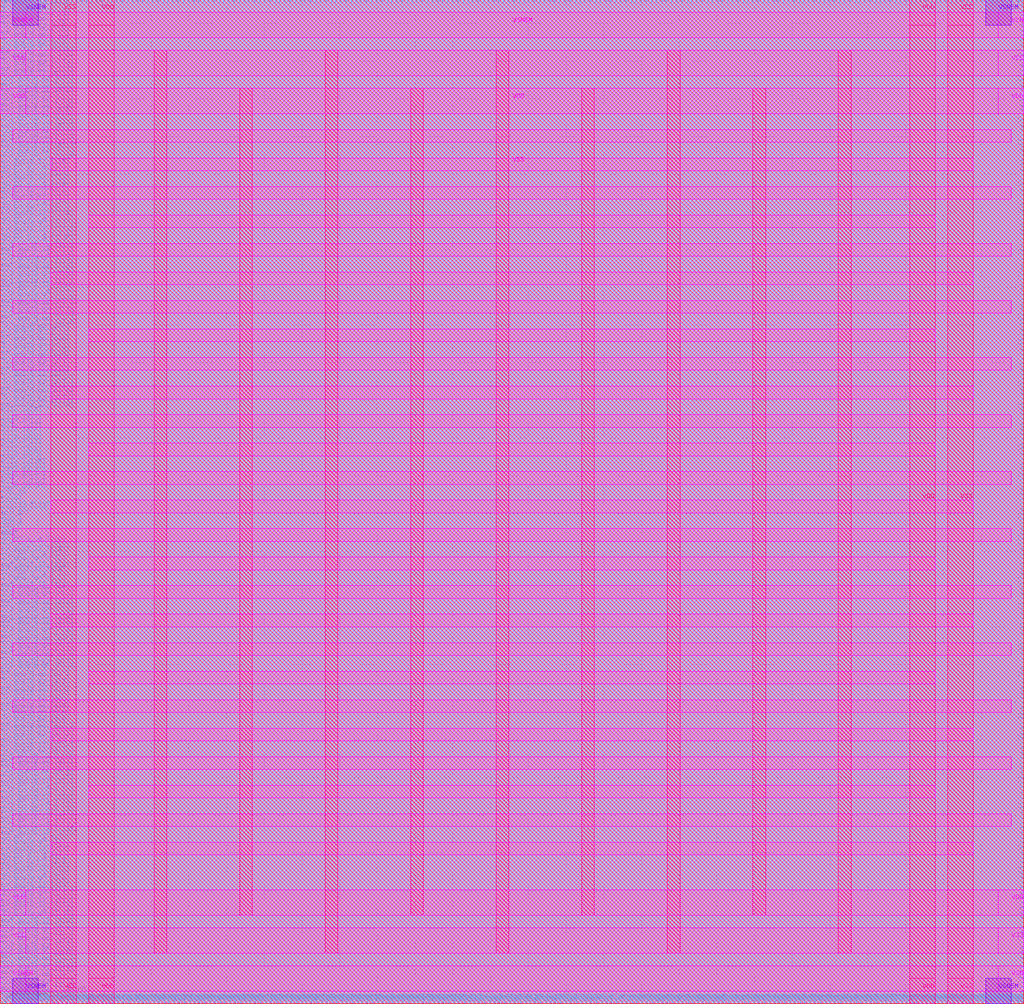
<source format=lef>
###############################################################
#  Generated by:      Cadence Innovus 20.13-s083_1
#  OS:                Linux x86_64(Host ID r6cad-tsmc40r.stanford.edu)
#  Generated on:      Fri May 21 05:21:02 2021
#  Design:            pe_tile_new_unq1
#  Command:           write_lef_abstract -specifyTopLayer 5 -PGPinLayers {6 7} -noCutObs -stripePin results/pe_tile_new_unq1.lef
###############################################################

VERSION 5.8 ;

BUSBITCHARS "[]" ;
DIVIDERCHAR "/" ;

MACRO pe_tile_new_unq1
  CLASS BLOCK ;
  SIZE 135.660000 BY 133.140000 ;
  FOREIGN pe_tile_new_unq1 0.000000 0.000000 ;
  ORIGIN 0 0 ;
  SYMMETRY X Y R90 ;
  PIN clk_in
    DIRECTION INPUT ;
    USE SIGNAL ;
    ANTENNAPARTIALMETALAREA 0.2849 LAYER M4  ;
    ANTENNAPARTIALMETALSIDEAREA 1.1788 LAYER M4  ;
    ANTENNAMODEL OXIDE1 ;
    ANTENNAGATEAREA 0.4088 LAYER M4  ;
    ANTENNAMAXAREACAR 1.74616 LAYER M4  ;
    ANTENNAMAXSIDEAREACAR 6.11625 LAYER M4  ;
    ANTENNAMAXCUTCAR 0.13125 LAYER VIA4  ;
    PORT
      LAYER M4 ;
        RECT 0.000000 67.165000 0.390000 67.235000 ;
    END
  END clk_in
  PIN config_addr[31]
    DIRECTION INPUT ;
    USE SIGNAL ;
    ANTENNAPARTIALMETALAREA 0.0217 LAYER M4  ;
    ANTENNAPARTIALMETALSIDEAREA 0.0868 LAYER M4  ;
    ANTENNAMODEL OXIDE1 ;
    ANTENNAGATEAREA 0.2384 LAYER M4  ;
    ANTENNAMAXAREACAR 24.8907 LAYER M4  ;
    ANTENNAMAXSIDEAREACAR 97.339 LAYER M4  ;
    ANTENNAMAXCUTCAR 1.87861 LAYER VIA4  ;
    PORT
      LAYER M4 ;
        RECT 135.270000 59.605000 135.660000 59.675000 ;
    END
  END config_addr[31]
  PIN config_addr[30]
    DIRECTION INPUT ;
    USE SIGNAL ;
    ANTENNAPARTIALMETALAREA 0.0217 LAYER M4  ;
    ANTENNAPARTIALMETALSIDEAREA 0.0868 LAYER M4  ;
    ANTENNAMODEL OXIDE1 ;
    ANTENNAGATEAREA 0.2384 LAYER M4  ;
    ANTENNAMAXAREACAR 28.3861 LAYER M4  ;
    ANTENNAMAXSIDEAREACAR 112.607 LAYER M4  ;
    ANTENNAMAXCUTCAR 2.18486 LAYER VIA4  ;
    PORT
      LAYER M4 ;
        RECT 135.270000 60.305000 135.660000 60.375000 ;
    END
  END config_addr[30]
  PIN config_addr[29]
    DIRECTION INPUT ;
    USE SIGNAL ;
    ANTENNAPARTIALMETALAREA 0.0315 LAYER M4  ;
    ANTENNAPARTIALMETALSIDEAREA 0.126 LAYER M4  ;
    ANTENNAMODEL OXIDE1 ;
    ANTENNAGATEAREA 0.2384 LAYER M4  ;
    ANTENNAMAXAREACAR 30.0237 LAYER M4  ;
    ANTENNAMAXSIDEAREACAR 118.887 LAYER M4  ;
    ANTENNAMAXCUTCAR 1.87861 LAYER VIA4  ;
    PORT
      LAYER M4 ;
        RECT 135.270000 61.005000 135.660000 61.075000 ;
    END
  END config_addr[29]
  PIN config_addr[28]
    DIRECTION INPUT ;
    USE SIGNAL ;
    ANTENNAPARTIALMETALAREA 2.3534 LAYER M4  ;
    ANTENNAPARTIALMETALSIDEAREA 9.4332 LAYER M4  ;
    ANTENNAPARTIALCUTAREA 0.0196 LAYER VIA4  ;
    ANTENNAPARTIALMETALAREA 6.21215 LAYER M5  ;
    ANTENNAPARTIALMETALSIDEAREA 24.7254 LAYER M5  ;
    ANTENNAMODEL OXIDE1 ;
    ANTENNAGATEAREA 0.404 LAYER M5  ;
    ANTENNAMAXAREACAR 38.4919 LAYER M5  ;
    ANTENNAMAXSIDEAREACAR 151.471 LAYER M5  ;
    ANTENNAMAXCUTCAR 1.96 LAYER VIA5  ;
    PORT
      LAYER M4 ;
        RECT 135.270000 61.705000 135.660000 61.775000 ;
    END
  END config_addr[28]
  PIN config_addr[27]
    DIRECTION INPUT ;
    USE SIGNAL ;
    ANTENNAPARTIALMETALAREA 0.29715 LAYER M4  ;
    ANTENNAPARTIALMETALSIDEAREA 1.1466 LAYER M4  ;
    ANTENNAMODEL OXIDE1 ;
    ANTENNAGATEAREA 0.154 LAYER M4  ;
    ANTENNAMAXAREACAR 101.763 LAYER M4  ;
    ANTENNAMAXSIDEAREACAR 402.181 LAYER M4  ;
    ANTENNAPARTIALCUTAREA 0.0196 LAYER VIA4  ;
    ANTENNAMAXCUTCAR 2.57727 LAYER VIA4  ;
    ANTENNAPARTIALMETALAREA 3.57175 LAYER M5  ;
    ANTENNAPARTIALMETALSIDEAREA 14.0966 LAYER M5  ;
    ANTENNAGATEAREA 0.372 LAYER M5  ;
    ANTENNAMAXAREACAR 111.365 LAYER M5  ;
    ANTENNAMAXSIDEAREACAR 440.075 LAYER M5  ;
    ANTENNAMAXCUTCAR 2.57727 LAYER VIA5  ;
    PORT
      LAYER M4 ;
        RECT 135.270000 62.265000 135.660000 62.335000 ;
    END
  END config_addr[27]
  PIN config_addr[26]
    DIRECTION INPUT ;
    USE SIGNAL ;
    ANTENNAPARTIALMETALAREA 0.0217 LAYER M4  ;
    ANTENNAPARTIALMETALSIDEAREA 0.0868 LAYER M4  ;
    ANTENNAPARTIALCUTAREA 0.0098 LAYER VIA4  ;
    ANTENNAPARTIALMETALAREA 4.8202 LAYER M5  ;
    ANTENNAPARTIALMETALSIDEAREA 19.1576 LAYER M5  ;
    ANTENNAMODEL OXIDE1 ;
    ANTENNAGATEAREA 0.372 LAYER M5  ;
    ANTENNAMAXAREACAR 51.5521 LAYER M5  ;
    ANTENNAMAXSIDEAREACAR 204.044 LAYER M5  ;
    ANTENNAMAXCUTCAR 2.20587 LAYER VIA5  ;
    PORT
      LAYER M4 ;
        RECT 135.270000 62.965000 135.660000 63.035000 ;
    END
  END config_addr[26]
  PIN config_addr[25]
    DIRECTION INPUT ;
    USE SIGNAL ;
    ANTENNAPARTIALMETALAREA 0.0217 LAYER M4  ;
    ANTENNAPARTIALMETALSIDEAREA 0.0868 LAYER M4  ;
    ANTENNAPARTIALCUTAREA 0.0098 LAYER VIA4  ;
    ANTENNAPARTIALMETALAREA 5.33225 LAYER M5  ;
    ANTENNAPARTIALMETALSIDEAREA 21.1778 LAYER M5  ;
    ANTENNAMODEL OXIDE1 ;
    ANTENNAGATEAREA 0.382 LAYER M5  ;
    ANTENNAMAXAREACAR 52.7035 LAYER M5  ;
    ANTENNAMAXSIDEAREACAR 207.755 LAYER M5  ;
    ANTENNAMAXCUTCAR 2.55208 LAYER VIA5  ;
    PORT
      LAYER M4 ;
        RECT 135.270000 63.665000 135.660000 63.735000 ;
    END
  END config_addr[25]
  PIN config_addr[24]
    DIRECTION INPUT ;
    USE SIGNAL ;
    ANTENNAPARTIALMETALAREA 0.02345 LAYER M4  ;
    ANTENNAPARTIALMETALSIDEAREA 0.0938 LAYER M4  ;
    ANTENNAPARTIALCUTAREA 0.0098 LAYER VIA4  ;
    ANTENNAPARTIALMETALAREA 5.08865 LAYER M5  ;
    ANTENNAPARTIALMETALSIDEAREA 20.3238 LAYER M5  ;
    ANTENNAMODEL OXIDE1 ;
    ANTENNAGATEAREA 0.612 LAYER M5  ;
    ANTENNAMAXAREACAR 33.8422 LAYER M5  ;
    ANTENNAMAXSIDEAREACAR 132.458 LAYER M5  ;
    ANTENNAMAXCUTCAR 2.30285 LAYER VIA5  ;
    PORT
      LAYER M4 ;
        RECT 135.270000 64.225000 135.660000 64.295000 ;
    END
  END config_addr[24]
  PIN config_addr[23]
    DIRECTION INPUT ;
    USE SIGNAL ;
    ANTENNAPARTIALMETALAREA 0.0217 LAYER M4  ;
    ANTENNAPARTIALMETALSIDEAREA 0.0868 LAYER M4  ;
    ANTENNAMODEL OXIDE1 ;
    ANTENNAGATEAREA 0.016 LAYER M4  ;
    ANTENNAMAXAREACAR 93.4719 LAYER M4  ;
    ANTENNAMAXSIDEAREACAR 372.594 LAYER M4  ;
    ANTENNAMAXCUTCAR 1.8375 LAYER VIA4  ;
    PORT
      LAYER M4 ;
        RECT 135.270000 64.925000 135.660000 64.995000 ;
    END
  END config_addr[23]
  PIN config_addr[22]
    DIRECTION INPUT ;
    USE SIGNAL ;
    ANTENNAPARTIALMETALAREA 0.0217 LAYER M4  ;
    ANTENNAPARTIALMETALSIDEAREA 0.0868 LAYER M4  ;
    ANTENNAMODEL OXIDE1 ;
    ANTENNAGATEAREA 0.016 LAYER M4  ;
    ANTENNAMAXAREACAR 92.225 LAYER M4  ;
    ANTENNAMAXSIDEAREACAR 366.688 LAYER M4  ;
    ANTENNAMAXCUTCAR 1.8375 LAYER VIA4  ;
    PORT
      LAYER M4 ;
        RECT 135.270000 65.625000 135.660000 65.695000 ;
    END
  END config_addr[22]
  PIN config_addr[21]
    DIRECTION INPUT ;
    USE SIGNAL ;
    ANTENNAPARTIALMETALAREA 0.0217 LAYER M4  ;
    ANTENNAPARTIALMETALSIDEAREA 0.0868 LAYER M4  ;
    ANTENNAMODEL OXIDE1 ;
    ANTENNAGATEAREA 0.016 LAYER M4  ;
    ANTENNAMAXAREACAR 86.7562 LAYER M4  ;
    ANTENNAMAXSIDEAREACAR 340.031 LAYER M4  ;
    ANTENNAMAXCUTCAR 1.8375 LAYER VIA4  ;
    PORT
      LAYER M4 ;
        RECT 135.270000 66.325000 135.660000 66.395000 ;
    END
  END config_addr[21]
  PIN config_addr[20]
    DIRECTION INPUT ;
    USE SIGNAL ;
    ANTENNAPARTIALMETALAREA 0.0217 LAYER M4  ;
    ANTENNAPARTIALMETALSIDEAREA 0.0868 LAYER M4  ;
    ANTENNAMODEL OXIDE1 ;
    ANTENNAGATEAREA 0.016 LAYER M4  ;
    ANTENNAMAXAREACAR 87.85 LAYER M4  ;
    ANTENNAMAXSIDEAREACAR 347.875 LAYER M4  ;
    ANTENNAMAXCUTCAR 1.8375 LAYER VIA4  ;
    PORT
      LAYER M4 ;
        RECT 135.270000 66.885000 135.660000 66.955000 ;
    END
  END config_addr[20]
  PIN config_addr[19]
    DIRECTION INPUT ;
    USE SIGNAL ;
    ANTENNAPARTIALMETALAREA 0.13475 LAYER M4  ;
    ANTENNAPARTIALMETALSIDEAREA 0.4914 LAYER M4  ;
    ANTENNAMODEL OXIDE1 ;
    ANTENNAGATEAREA 0.058 LAYER M4  ;
    ANTENNAMAXAREACAR 21.3847 LAYER M4  ;
    ANTENNAMAXSIDEAREACAR 84.4904 LAYER M4  ;
    ANTENNAMAXCUTCAR 1.39397 LAYER VIA4  ;
    PORT
      LAYER M4 ;
        RECT 135.270000 67.585000 135.660000 67.655000 ;
    END
  END config_addr[19]
  PIN config_addr[18]
    DIRECTION INPUT ;
    USE SIGNAL ;
    ANTENNAPARTIALMETALAREA 0.0217 LAYER M4  ;
    ANTENNAPARTIALMETALSIDEAREA 0.0868 LAYER M4  ;
    ANTENNAPARTIALCUTAREA 0.0098 LAYER VIA4  ;
    ANTENNAPARTIALMETALAREA 0.9471 LAYER M5  ;
    ANTENNAPARTIALMETALSIDEAREA 3.7408 LAYER M5  ;
    ANTENNAMODEL OXIDE1 ;
    ANTENNAGATEAREA 0.122 LAYER M5  ;
    ANTENNAMAXAREACAR 22.4297 LAYER M5  ;
    ANTENNAMAXSIDEAREACAR 86.8 LAYER M5  ;
    ANTENNAMAXCUTCAR 1.07941 LAYER VIA5  ;
    PORT
      LAYER M4 ;
        RECT 135.270000 68.285000 135.660000 68.355000 ;
    END
  END config_addr[18]
  PIN config_addr[17]
    DIRECTION INPUT ;
    USE SIGNAL ;
    ANTENNAPARTIALMETALAREA 0.4039 LAYER M4  ;
    ANTENNAPARTIALMETALSIDEAREA 1.6156 LAYER M4  ;
    ANTENNAMODEL OXIDE1 ;
    ANTENNAGATEAREA 0.074 LAYER M4  ;
    ANTENNAMAXAREACAR 38.354 LAYER M4  ;
    ANTENNAMAXSIDEAREACAR 152.212 LAYER M4  ;
    ANTENNAMAXCUTCAR 1.66368 LAYER VIA4  ;
    PORT
      LAYER M4 ;
        RECT 135.270000 68.985000 135.660000 69.055000 ;
    END
  END config_addr[17]
  PIN config_addr[16]
    DIRECTION INPUT ;
    USE SIGNAL ;
    ANTENNAPARTIALMETALAREA 0.1862 LAYER M4  ;
    ANTENNAPARTIALMETALSIDEAREA 0.7308 LAYER M4  ;
    ANTENNAMODEL OXIDE1 ;
    ANTENNAGATEAREA 0.096 LAYER M4  ;
    ANTENNAMAXAREACAR 25.2729 LAYER M4  ;
    ANTENNAMAXSIDEAREACAR 101.42 LAYER M4  ;
    ANTENNAMAXCUTCAR 1.32708 LAYER VIA4  ;
    PORT
      LAYER M4 ;
        RECT 135.270000 69.545000 135.660000 69.615000 ;
    END
  END config_addr[16]
  PIN config_addr[15]
    DIRECTION INPUT ;
    USE SIGNAL ;
    ANTENNAPARTIALMETALAREA 0.2177 LAYER M4  ;
    ANTENNAPARTIALMETALSIDEAREA 0.8708 LAYER M4  ;
    ANTENNAMODEL OXIDE1 ;
    ANTENNAGATEAREA 0.016 LAYER M4  ;
    ANTENNAMAXAREACAR 97.6062 LAYER M4  ;
    ANTENNAMAXSIDEAREACAR 384.078 LAYER M4  ;
    ANTENNAMAXCUTCAR 1.8375 LAYER VIA4  ;
    PORT
      LAYER M4 ;
        RECT 135.270000 70.245000 135.660000 70.315000 ;
    END
  END config_addr[15]
  PIN config_addr[14]
    DIRECTION INPUT ;
    USE SIGNAL ;
    ANTENNAPARTIALMETALAREA 0.0217 LAYER M4  ;
    ANTENNAPARTIALMETALSIDEAREA 0.0868 LAYER M4  ;
    ANTENNAMODEL OXIDE1 ;
    ANTENNAGATEAREA 0.016 LAYER M4  ;
    ANTENNAMAXAREACAR 93.9531 LAYER M4  ;
    ANTENNAMAXSIDEAREACAR 369.466 LAYER M4  ;
    ANTENNAMAXCUTCAR 1.8375 LAYER VIA4  ;
    PORT
      LAYER M4 ;
        RECT 135.270000 70.945000 135.660000 71.015000 ;
    END
  END config_addr[14]
  PIN config_addr[13]
    DIRECTION INPUT ;
    USE SIGNAL ;
    ANTENNAPARTIALMETALAREA 0.196 LAYER M4  ;
    ANTENNAPARTIALMETALSIDEAREA 0.77 LAYER M4  ;
    ANTENNAMODEL OXIDE1 ;
    ANTENNAGATEAREA 0.016 LAYER M4  ;
    ANTENNAMAXAREACAR 76.0375 LAYER M4  ;
    ANTENNAMAXSIDEAREACAR 296.928 LAYER M4  ;
    ANTENNAMAXCUTCAR 1.8375 LAYER VIA4  ;
    PORT
      LAYER M4 ;
        RECT 135.270000 71.505000 135.660000 71.575000 ;
    END
  END config_addr[13]
  PIN config_addr[12]
    DIRECTION INPUT ;
    USE SIGNAL ;
    ANTENNAPARTIALMETALAREA 0.0217 LAYER M4  ;
    ANTENNAPARTIALMETALSIDEAREA 0.0868 LAYER M4  ;
    ANTENNAMODEL OXIDE1 ;
    ANTENNAGATEAREA 0.032 LAYER M4  ;
    ANTENNAMAXAREACAR 59.9437 LAYER M4  ;
    ANTENNAMAXSIDEAREACAR 236.012 LAYER M4  ;
    ANTENNAMAXCUTCAR 1.53125 LAYER VIA4  ;
    PORT
      LAYER M4 ;
        RECT 135.270000 72.205000 135.660000 72.275000 ;
    END
  END config_addr[12]
  PIN config_addr[11]
    DIRECTION INPUT ;
    USE SIGNAL ;
    ANTENNAPARTIALMETALAREA 0.1176 LAYER M4  ;
    ANTENNAPARTIALMETALSIDEAREA 0.4564 LAYER M4  ;
    ANTENNAMODEL OXIDE1 ;
    ANTENNAGATEAREA 0.016 LAYER M4  ;
    ANTENNAMAXAREACAR 21 LAYER M4  ;
    ANTENNAMAXSIDEAREACAR 78.8781 LAYER M4  ;
    ANTENNAMAXCUTCAR 1.8375 LAYER VIA4  ;
    PORT
      LAYER M4 ;
        RECT 135.270000 72.905000 135.660000 72.975000 ;
    END
  END config_addr[11]
  PIN config_addr[10]
    DIRECTION INPUT ;
    USE SIGNAL ;
    ANTENNAPARTIALMETALAREA 0.0217 LAYER M4  ;
    ANTENNAPARTIALMETALSIDEAREA 0.0868 LAYER M4  ;
    ANTENNAMODEL OXIDE1 ;
    ANTENNAGATEAREA 0.032 LAYER M4  ;
    ANTENNAMAXAREACAR 49.9047 LAYER M4  ;
    ANTENNAMAXSIDEAREACAR 197.014 LAYER M4  ;
    ANTENNAMAXCUTCAR 0.91875 LAYER VIA4  ;
    PORT
      LAYER M4 ;
        RECT 135.270000 73.605000 135.660000 73.675000 ;
    END
  END config_addr[10]
  PIN config_addr[9]
    DIRECTION INPUT ;
    USE SIGNAL ;
    ANTENNAPARTIALMETALAREA 0.1001 LAYER M4  ;
    ANTENNAPARTIALMETALSIDEAREA 0.4004 LAYER M4  ;
    ANTENNAMODEL OXIDE1 ;
    ANTENNAGATEAREA 0.032 LAYER M4  ;
    ANTENNAMAXAREACAR 50.0141 LAYER M4  ;
    ANTENNAMAXSIDEAREACAR 198.939 LAYER M4  ;
    ANTENNAMAXCUTCAR 0.91875 LAYER VIA4  ;
    PORT
      LAYER M4 ;
        RECT 135.270000 74.165000 135.660000 74.235000 ;
    END
  END config_addr[9]
  PIN config_addr[8]
    DIRECTION INPUT ;
    USE SIGNAL ;
    ANTENNAPARTIALMETALAREA 0.1883 LAYER M4  ;
    ANTENNAPARTIALMETALSIDEAREA 0.7532 LAYER M4  ;
    ANTENNAMODEL OXIDE1 ;
    ANTENNAGATEAREA 0.032 LAYER M4  ;
    ANTENNAMAXAREACAR 65.4938 LAYER M4  ;
    ANTENNAMAXSIDEAREACAR 259.369 LAYER M4  ;
    ANTENNAMAXCUTCAR 1.53125 LAYER VIA4  ;
    PORT
      LAYER M4 ;
        RECT 135.270000 74.865000 135.660000 74.935000 ;
    END
  END config_addr[8]
  PIN config_addr[7]
    DIRECTION INPUT ;
    USE SIGNAL ;
    ANTENNAPARTIALMETALAREA 0.08015 LAYER M4  ;
    ANTENNAPARTIALMETALSIDEAREA 0.3206 LAYER M4  ;
    ANTENNAMODEL OXIDE1 ;
    ANTENNAGATEAREA 0.016 LAYER M4  ;
    ANTENNAMAXAREACAR 98.2844 LAYER M4  ;
    ANTENNAMAXSIDEAREACAR 386.791 LAYER M4  ;
    ANTENNAMAXCUTCAR 1.8375 LAYER VIA4  ;
    PORT
      LAYER M4 ;
        RECT 135.270000 75.565000 135.660000 75.635000 ;
    END
  END config_addr[7]
  PIN config_addr[6]
    DIRECTION INPUT ;
    USE SIGNAL ;
    ANTENNAPARTIALMETALAREA 0.0805 LAYER M4  ;
    ANTENNAPARTIALMETALSIDEAREA 0.322 LAYER M4  ;
    ANTENNAMODEL OXIDE1 ;
    ANTENNAGATEAREA 0.016 LAYER M4  ;
    ANTENNAMAXAREACAR 90.8688 LAYER M4  ;
    ANTENNAMAXSIDEAREACAR 357.128 LAYER M4  ;
    ANTENNAMAXCUTCAR 1.8375 LAYER VIA4  ;
    PORT
      LAYER M4 ;
        RECT 135.270000 76.125000 135.660000 76.195000 ;
    END
  END config_addr[6]
  PIN config_addr[5]
    DIRECTION INPUT ;
    USE SIGNAL ;
    ANTENNAPARTIALMETALAREA 0.2373 LAYER M4  ;
    ANTENNAPARTIALMETALSIDEAREA 0.9492 LAYER M4  ;
    ANTENNAMODEL OXIDE1 ;
    ANTENNAGATEAREA 0.016 LAYER M4  ;
    ANTENNAMAXAREACAR 98.8313 LAYER M4  ;
    ANTENNAMAXSIDEAREACAR 388.978 LAYER M4  ;
    ANTENNAMAXCUTCAR 1.8375 LAYER VIA4  ;
    PORT
      LAYER M4 ;
        RECT 135.270000 76.825000 135.660000 76.895000 ;
    END
  END config_addr[5]
  PIN config_addr[4]
    DIRECTION INPUT ;
    USE SIGNAL ;
    ANTENNAPARTIALMETALAREA 0.196 LAYER M4  ;
    ANTENNAPARTIALMETALSIDEAREA 0.77 LAYER M4  ;
    ANTENNAMODEL OXIDE1 ;
    ANTENNAGATEAREA 0.016 LAYER M4  ;
    ANTENNAMAXAREACAR 31.4125 LAYER M4  ;
    ANTENNAMAXSIDEAREACAR 120.528 LAYER M4  ;
    ANTENNAMAXCUTCAR 1.8375 LAYER VIA4  ;
    PORT
      LAYER M4 ;
        RECT 135.270000 77.525000 135.660000 77.595000 ;
    END
  END config_addr[4]
  PIN config_addr[3]
    DIRECTION INPUT ;
    USE SIGNAL ;
    ANTENNAPARTIALMETALAREA 0.0315 LAYER M4  ;
    ANTENNAPARTIALMETALSIDEAREA 0.126 LAYER M4  ;
    ANTENNAMODEL OXIDE1 ;
    ANTENNAGATEAREA 0.016 LAYER M4  ;
    ANTENNAMAXAREACAR 31.4344 LAYER M4  ;
    ANTENNAMAXSIDEAREACAR 120.616 LAYER M4  ;
    ANTENNAMAXCUTCAR 1.8375 LAYER VIA4  ;
    PORT
      LAYER M4 ;
        RECT 135.270000 78.225000 135.660000 78.295000 ;
    END
  END config_addr[3]
  PIN config_addr[2]
    DIRECTION INPUT ;
    USE SIGNAL ;
    ANTENNAPARTIALMETALAREA 0.0399 LAYER M4  ;
    ANTENNAPARTIALMETALSIDEAREA 0.126 LAYER M4  ;
    ANTENNAMODEL OXIDE1 ;
    ANTENNAGATEAREA 0.016 LAYER M4  ;
    ANTENNAMAXAREACAR 91.35 LAYER M4  ;
    ANTENNAMAXSIDEAREACAR 356.078 LAYER M4  ;
    ANTENNAMAXCUTCAR 1.8375 LAYER VIA4  ;
    PORT
      LAYER M4 ;
        RECT 135.270000 78.785000 135.660000 78.855000 ;
    END
  END config_addr[2]
  PIN config_addr[1]
    DIRECTION INPUT ;
    USE SIGNAL ;
    ANTENNAPARTIALMETALAREA 0.1197 LAYER M4  ;
    ANTENNAPARTIALMETALSIDEAREA 0.4788 LAYER M4  ;
    ANTENNAMODEL OXIDE1 ;
    ANTENNAGATEAREA 0.016 LAYER M4  ;
    ANTENNAMAXAREACAR 95.8562 LAYER M4  ;
    ANTENNAMAXSIDEAREACAR 377.078 LAYER M4  ;
    ANTENNAMAXCUTCAR 1.8375 LAYER VIA4  ;
    PORT
      LAYER M4 ;
        RECT 135.270000 79.485000 135.660000 79.555000 ;
    END
  END config_addr[1]
  PIN config_addr[0]
    DIRECTION INPUT ;
    USE SIGNAL ;
    ANTENNAPARTIALMETALAREA 0.1099 LAYER M4  ;
    ANTENNAPARTIALMETALSIDEAREA 0.4396 LAYER M4  ;
    ANTENNAMODEL OXIDE1 ;
    ANTENNAGATEAREA 0.016 LAYER M4  ;
    ANTENNAMAXAREACAR 92.1813 LAYER M4  ;
    ANTENNAMAXSIDEAREACAR 362.378 LAYER M4  ;
    ANTENNAMAXCUTCAR 1.8375 LAYER VIA4  ;
    PORT
      LAYER M4 ;
        RECT 135.270000 80.185000 135.660000 80.255000 ;
    END
  END config_addr[0]
  PIN config_data[31]
    DIRECTION INPUT ;
    USE SIGNAL ;
    ANTENNAPARTIALMETALAREA 2.4927 LAYER M4  ;
    ANTENNAPARTIALMETALSIDEAREA 10.0296 LAYER M4  ;
    ANTENNAMODEL OXIDE1 ;
    ANTENNAGATEAREA 0.276 LAYER M4  ;
    ANTENNAMAXAREACAR 126.868 LAYER M4  ;
    ANTENNAMAXSIDEAREACAR 506.102 LAYER M4  ;
    ANTENNAPARTIALCUTAREA 0.0098 LAYER VIA4  ;
    ANTENNAMAXCUTCAR 2.23687 LAYER VIA4  ;
    ANTENNAPARTIALMETALAREA 0.3199 LAYER M5  ;
    ANTENNAPARTIALMETALSIDEAREA 1.232 LAYER M5  ;
    ANTENNAGATEAREA 0.3004 LAYER M5  ;
    ANTENNAMAXAREACAR 127.933 LAYER M5  ;
    ANTENNAMAXSIDEAREACAR 510.203 LAYER M5  ;
    ANTENNAMAXCUTCAR 2.23687 LAYER VIA5  ;
    PORT
      LAYER M4 ;
        RECT 74.795000 132.750000 74.865000 133.140000 ;
    END
  END config_data[31]
  PIN config_data[30]
    DIRECTION INPUT ;
    USE SIGNAL ;
    ANTENNAPARTIALMETALAREA 3.68445 LAYER M4  ;
    ANTENNAPARTIALMETALSIDEAREA 14.6762 LAYER M4  ;
    ANTENNAMODEL OXIDE1 ;
    ANTENNAGATEAREA 0.0892 LAYER M4  ;
    ANTENNAMAXAREACAR 120.53 LAYER M4  ;
    ANTENNAMAXSIDEAREACAR 480.001 LAYER M4  ;
    ANTENNAPARTIALCUTAREA 0.0098 LAYER VIA4  ;
    ANTENNAMAXCUTCAR 3.01357 LAYER VIA4  ;
    ANTENNAPARTIALMETALAREA 3.77055 LAYER M5  ;
    ANTENNAPARTIALMETALSIDEAREA 15.1214 LAYER M5  ;
    ANTENNAGATEAREA 0.3004 LAYER M5  ;
    ANTENNAMAXAREACAR 133.082 LAYER M5  ;
    ANTENNAMAXSIDEAREACAR 530.339 LAYER M5  ;
    ANTENNAMAXCUTCAR 3.01357 LAYER VIA5  ;
    PORT
      LAYER M4 ;
        RECT 74.095000 132.750000 74.165000 133.140000 ;
    END
  END config_data[30]
  PIN config_data[29]
    DIRECTION INPUT ;
    USE SIGNAL ;
    ANTENNAPARTIALMETALAREA 0.02625 LAYER M4  ;
    ANTENNAPARTIALMETALSIDEAREA 0.105 LAYER M4  ;
    ANTENNAPARTIALCUTAREA 0.0098 LAYER VIA4  ;
    ANTENNAPARTIALMETALAREA 7.58275 LAYER M5  ;
    ANTENNAPARTIALMETALSIDEAREA 30.1322 LAYER M5  ;
    ANTENNAMODEL OXIDE1 ;
    ANTENNAGATEAREA 0.3004 LAYER M5  ;
    ANTENNAMAXAREACAR 94.1062 LAYER M5  ;
    ANTENNAMAXSIDEAREACAR 372.615 LAYER M5  ;
    ANTENNAMAXCUTCAR 2.40984 LAYER VIA5  ;
    PORT
      LAYER M4 ;
        RECT 73.395000 132.750000 73.465000 133.140000 ;
    END
  END config_data[29]
  PIN config_data[28]
    DIRECTION INPUT ;
    USE SIGNAL ;
    ANTENNAPARTIALMETALAREA 0.05565 LAYER M4  ;
    ANTENNAPARTIALMETALSIDEAREA 0.2226 LAYER M4  ;
    ANTENNAPARTIALCUTAREA 0.0098 LAYER VIA4  ;
    ANTENNAPARTIALMETALAREA 5.2122 LAYER M5  ;
    ANTENNAPARTIALMETALSIDEAREA 20.7256 LAYER M5  ;
    ANTENNAMODEL OXIDE1 ;
    ANTENNAGATEAREA 0.3004 LAYER M5  ;
    ANTENNAMAXAREACAR 313.455 LAYER M5  ;
    ANTENNAMAXSIDEAREACAR 1250.75 LAYER M5  ;
    ANTENNAMAXCUTCAR 2.36682 LAYER VIA5  ;
    PORT
      LAYER M4 ;
        RECT 72.835000 132.750000 72.905000 133.140000 ;
    END
  END config_data[28]
  PIN config_data[27]
    DIRECTION INPUT ;
    USE SIGNAL ;
    ANTENNAPARTIALMETALAREA 3.09645 LAYER M4  ;
    ANTENNAPARTIALMETALSIDEAREA 12.3774 LAYER M4  ;
    ANTENNAMODEL OXIDE1 ;
    ANTENNAGATEAREA 0.0892 LAYER M4  ;
    ANTENNAMAXAREACAR 84.7074 LAYER M4  ;
    ANTENNAMAXSIDEAREACAR 333.408 LAYER M4  ;
    ANTENNAPARTIALCUTAREA 0.0196 LAYER VIA4  ;
    ANTENNAMAXCUTCAR 2.02711 LAYER VIA4  ;
    ANTENNAPARTIALMETALAREA 1.56345 LAYER M5  ;
    ANTENNAPARTIALMETALSIDEAREA 6.2174 LAYER M5  ;
    ANTENNAGATEAREA 0.3004 LAYER M5  ;
    ANTENNAMAXAREACAR 89.912 LAYER M5  ;
    ANTENNAMAXSIDEAREACAR 354.105 LAYER M5  ;
    ANTENNAMAXCUTCAR 2.61066 LAYER VIA5  ;
    PORT
      LAYER M4 ;
        RECT 72.135000 132.750000 72.205000 133.140000 ;
    END
  END config_data[27]
  PIN config_data[26]
    DIRECTION INPUT ;
    USE SIGNAL ;
    ANTENNAPARTIALMETALAREA 1.75945 LAYER M4  ;
    ANTENNAPARTIALMETALSIDEAREA 7.077 LAYER M4  ;
    ANTENNAMODEL OXIDE1 ;
    ANTENNAGATEAREA 0.1296 LAYER M4  ;
    ANTENNAMAXAREACAR 67.199 LAYER M4  ;
    ANTENNAMAXSIDEAREACAR 264.344 LAYER M4  ;
    ANTENNAPARTIALCUTAREA 0.0098 LAYER VIA4  ;
    ANTENNAMAXCUTCAR 1.68217 LAYER VIA4  ;
    ANTENNAPARTIALMETALAREA 3.1213 LAYER M5  ;
    ANTENNAPARTIALMETALSIDEAREA 12.3284 LAYER M5  ;
    ANTENNAGATEAREA 0.3004 LAYER M5  ;
    ANTENNAMAXAREACAR 260.788 LAYER M5  ;
    ANTENNAMAXSIDEAREACAR 1039.48 LAYER M5  ;
    ANTENNAMAXCUTCAR 2.40984 LAYER VIA5  ;
    PORT
      LAYER M4 ;
        RECT 71.435000 132.750000 71.505000 133.140000 ;
    END
  END config_data[26]
  PIN config_data[25]
    DIRECTION INPUT ;
    USE SIGNAL ;
    ANTENNAPARTIALMETALAREA 2.63235 LAYER M4  ;
    ANTENNAPARTIALMETALSIDEAREA 10.5602 LAYER M4  ;
    ANTENNAMODEL OXIDE1 ;
    ANTENNAGATEAREA 0.1784 LAYER M4  ;
    ANTENNAMAXAREACAR 56.9616 LAYER M4  ;
    ANTENNAMAXSIDEAREACAR 223.719 LAYER M4  ;
    ANTENNAPARTIALCUTAREA 0.0098 LAYER VIA4  ;
    ANTENNAMAXCUTCAR 2.50493 LAYER VIA4  ;
    ANTENNAPARTIALMETALAREA 1.7584 LAYER M5  ;
    ANTENNAPARTIALMETALSIDEAREA 6.972 LAYER M5  ;
    ANTENNAGATEAREA 0.3004 LAYER M5  ;
    ANTENNAMAXAREACAR 92.3894 LAYER M5  ;
    ANTENNAMAXSIDEAREACAR 367.353 LAYER M5  ;
    ANTENNAMAXCUTCAR 2.50493 LAYER VIA5  ;
    PORT
      LAYER M4 ;
        RECT 70.735000 132.750000 70.805000 133.140000 ;
    END
  END config_data[25]
  PIN config_data[24]
    DIRECTION INPUT ;
    USE SIGNAL ;
    ANTENNAPARTIALMETALAREA 1.7969 LAYER M4  ;
    ANTENNAPARTIALMETALSIDEAREA 7.1736 LAYER M4  ;
    ANTENNAMODEL OXIDE1 ;
    ANTENNAGATEAREA 0.1052 LAYER M4  ;
    ANTENNAMAXAREACAR 55.3049 LAYER M4  ;
    ANTENNAMAXSIDEAREACAR 219.818 LAYER M4  ;
    ANTENNAPARTIALCUTAREA 0.0098 LAYER VIA4  ;
    ANTENNAMAXCUTCAR 1.61969 LAYER VIA4  ;
    ANTENNAPARTIALMETALAREA 0.58835 LAYER M5  ;
    ANTENNAPARTIALMETALSIDEAREA 2.2246 LAYER M5  ;
    ANTENNAGATEAREA 0.3004 LAYER M5  ;
    ANTENNAMAXAREACAR 107.901 LAYER M5  ;
    ANTENNAMAXSIDEAREACAR 427.327 LAYER M5  ;
    ANTENNAMAXCUTCAR 2.08852 LAYER VIA5  ;
    PORT
      LAYER M4 ;
        RECT 70.035000 132.750000 70.105000 133.140000 ;
    END
  END config_data[24]
  PIN config_data[23]
    DIRECTION INPUT ;
    USE SIGNAL ;
    ANTENNAPARTIALMETALAREA 1.72865 LAYER M4  ;
    ANTENNAPARTIALMETALSIDEAREA 6.9202 LAYER M4  ;
    ANTENNAMODEL OXIDE1 ;
    ANTENNAGATEAREA 0.1052 LAYER M4  ;
    ANTENNAMAXAREACAR 51.171 LAYER M4  ;
    ANTENNAMAXSIDEAREACAR 202.126 LAYER M4  ;
    ANTENNAPARTIALCUTAREA 0.0098 LAYER VIA4  ;
    ANTENNAMAXCUTCAR 2.11697 LAYER VIA4  ;
    ANTENNAPARTIALMETALAREA 5.8632 LAYER M5  ;
    ANTENNAPARTIALMETALSIDEAREA 23.282 LAYER M5  ;
    ANTENNAGATEAREA 0.3004 LAYER M5  ;
    ANTENNAMAXAREACAR 80.2844 LAYER M5  ;
    ANTENNAMAXSIDEAREACAR 315.7 LAYER M5  ;
    ANTENNAMAXCUTCAR 2.40984 LAYER VIA5  ;
    PORT
      LAYER M4 ;
        RECT 69.475000 132.750000 69.545000 133.140000 ;
    END
  END config_data[23]
  PIN config_data[22]
    DIRECTION INPUT ;
    USE SIGNAL ;
    ANTENNAPARTIALMETALAREA 3.4671 LAYER M4  ;
    ANTENNAPARTIALMETALSIDEAREA 13.7928 LAYER M4  ;
    ANTENNAMODEL OXIDE1 ;
    ANTENNAGATEAREA 0.0564 LAYER M4  ;
    ANTENNAMAXAREACAR 286.817 LAYER M4  ;
    ANTENNAMAXSIDEAREACAR 1140.75 LAYER M4  ;
    ANTENNAPARTIALCUTAREA 0.0196 LAYER VIA4  ;
    ANTENNAMAXCUTCAR 4.02252 LAYER VIA4  ;
    ANTENNAPARTIALMETALAREA 3.38485 LAYER M5  ;
    ANTENNAPARTIALMETALSIDEAREA 13.3686 LAYER M5  ;
    ANTENNAGATEAREA 0.3004 LAYER M5  ;
    ANTENNAMAXAREACAR 298.085 LAYER M5  ;
    ANTENNAMAXSIDEAREACAR 1185.26 LAYER M5  ;
    ANTENNAMAXCUTCAR 4.02252 LAYER VIA5  ;
    PORT
      LAYER M4 ;
        RECT 68.775000 132.750000 68.845000 133.140000 ;
    END
  END config_data[22]
  PIN config_data[21]
    DIRECTION INPUT ;
    USE SIGNAL ;
    ANTENNAPARTIALMETALAREA 0.38885 LAYER M4  ;
    ANTENNAPARTIALMETALSIDEAREA 1.5554 LAYER M4  ;
    ANTENNAPARTIALCUTAREA 0.0098 LAYER VIA4  ;
    ANTENNAPARTIALMETALAREA 5.026 LAYER M5  ;
    ANTENNAPARTIALMETALSIDEAREA 19.8184 LAYER M5  ;
    ANTENNAMODEL OXIDE1 ;
    ANTENNAGATEAREA 0.3004 LAYER M5  ;
    ANTENNAMAXAREACAR 169.137 LAYER M5  ;
    ANTENNAMAXSIDEAREACAR 670.262 LAYER M5  ;
    ANTENNAMAXCUTCAR 2.73406 LAYER VIA5  ;
    PORT
      LAYER M4 ;
        RECT 68.075000 132.750000 68.145000 133.140000 ;
    END
  END config_data[21]
  PIN config_data[20]
    DIRECTION INPUT ;
    USE SIGNAL ;
    ANTENNAPARTIALMETALAREA 2.16195 LAYER M4  ;
    ANTENNAPARTIALMETALSIDEAREA 8.6674 LAYER M4  ;
    ANTENNAMODEL OXIDE1 ;
    ANTENNAGATEAREA 0.016 LAYER M4  ;
    ANTENNAMAXAREACAR 184.7 LAYER M4  ;
    ANTENNAMAXSIDEAREACAR 737.825 LAYER M4  ;
    ANTENNAPARTIALCUTAREA 0.0098 LAYER VIA4  ;
    ANTENNAMAXCUTCAR 2.45 LAYER VIA4  ;
    ANTENNAPARTIALMETALAREA 6.17925 LAYER M5  ;
    ANTENNAPARTIALMETALSIDEAREA 24.507 LAYER M5  ;
    ANTENNAGATEAREA 0.3004 LAYER M5  ;
    ANTENNAMAXAREACAR 205.27 LAYER M5  ;
    ANTENNAMAXSIDEAREACAR 819.406 LAYER M5  ;
    ANTENNAMAXCUTCAR 2.81148 LAYER VIA5  ;
    PORT
      LAYER M4 ;
        RECT 67.375000 132.750000 67.445000 133.140000 ;
    END
  END config_data[20]
  PIN config_data[19]
    DIRECTION INPUT ;
    USE SIGNAL ;
    ANTENNAPARTIALMETALAREA 0.56455 LAYER M4  ;
    ANTENNAPARTIALMETALSIDEAREA 2.2778 LAYER M4  ;
    ANTENNAMODEL OXIDE1 ;
    ANTENNAGATEAREA 0.0404 LAYER M4  ;
    ANTENNAMAXAREACAR 85.2055 LAYER M4  ;
    ANTENNAMAXSIDEAREACAR 336.435 LAYER M4  ;
    ANTENNAPARTIALCUTAREA 0.0098 LAYER VIA4  ;
    ANTENNAMAXCUTCAR 1.95272 LAYER VIA4  ;
    ANTENNAPARTIALMETALAREA 3.84055 LAYER M5  ;
    ANTENNAPARTIALMETALSIDEAREA 15.2726 LAYER M5  ;
    ANTENNAGATEAREA 0.3004 LAYER M5  ;
    ANTENNAMAXAREACAR 97.9902 LAYER M5  ;
    ANTENNAMAXSIDEAREACAR 387.276 LAYER M5  ;
    ANTENNAMAXCUTCAR 2.8078 LAYER VIA5  ;
    PORT
      LAYER M4 ;
        RECT 66.675000 132.750000 66.745000 133.140000 ;
    END
  END config_data[19]
  PIN config_data[18]
    DIRECTION INPUT ;
    USE SIGNAL ;
    ANTENNAPARTIALMETALAREA 0.33005 LAYER M4  ;
    ANTENNAPARTIALMETALSIDEAREA 1.3202 LAYER M4  ;
    ANTENNAPARTIALCUTAREA 0.0098 LAYER VIA4  ;
    ANTENNAPARTIALMETALAREA 7.1582 LAYER M5  ;
    ANTENNAPARTIALMETALSIDEAREA 28.3192 LAYER M5  ;
    ANTENNAMODEL OXIDE1 ;
    ANTENNAGATEAREA 0.3004 LAYER M5  ;
    ANTENNAMAXAREACAR 143.359 LAYER M5  ;
    ANTENNAMAXSIDEAREACAR 566.38 LAYER M5  ;
    ANTENNAMAXCUTCAR 3.36497 LAYER VIA5  ;
    PORT
      LAYER M4 ;
        RECT 65.975000 132.750000 66.045000 133.140000 ;
    END
  END config_data[18]
  PIN config_data[17]
    DIRECTION INPUT ;
    USE SIGNAL ;
    ANTENNAPARTIALMETALAREA 1.7787 LAYER M4  ;
    ANTENNAPARTIALMETALSIDEAREA 7.1344 LAYER M4  ;
    ANTENNAMODEL OXIDE1 ;
    ANTENNAGATEAREA 0.0648 LAYER M4  ;
    ANTENNAMAXAREACAR 96.8007 LAYER M4  ;
    ANTENNAMAXSIDEAREACAR 382.646 LAYER M4  ;
    ANTENNAPARTIALCUTAREA 0.0098 LAYER VIA4  ;
    ANTENNAMAXCUTCAR 2.47388 LAYER VIA4  ;
    ANTENNAPARTIALMETALAREA 4.3183 LAYER M5  ;
    ANTENNAPARTIALMETALSIDEAREA 17.15 LAYER M5  ;
    ANTENNAGATEAREA 0.3004 LAYER M5  ;
    ANTENNAMAXAREACAR 111.176 LAYER M5  ;
    ANTENNAMAXSIDEAREACAR 439.736 LAYER M5  ;
    ANTENNAMAXCUTCAR 2.47388 LAYER VIA5  ;
    PORT
      LAYER M4 ;
        RECT 65.415000 132.750000 65.485000 133.140000 ;
    END
  END config_data[17]
  PIN config_data[16]
    DIRECTION INPUT ;
    USE SIGNAL ;
    ANTENNAPARTIALMETALAREA 0.17325 LAYER M4  ;
    ANTENNAPARTIALMETALSIDEAREA 0.693 LAYER M4  ;
    ANTENNAPARTIALCUTAREA 0.0098 LAYER VIA4  ;
    ANTENNAPARTIALMETALAREA 2.443 LAYER M5  ;
    ANTENNAPARTIALMETALSIDEAREA 9.6768 LAYER M5  ;
    ANTENNAMODEL OXIDE1 ;
    ANTENNAGATEAREA 0.3004 LAYER M5  ;
    ANTENNAMAXAREACAR 116.014 LAYER M5  ;
    ANTENNAMAXSIDEAREACAR 460.747 LAYER M5  ;
    ANTENNAMAXCUTCAR 2.54665 LAYER VIA5  ;
    PORT
      LAYER M4 ;
        RECT 64.715000 132.750000 64.785000 133.140000 ;
    END
  END config_data[16]
  PIN config_data[15]
    DIRECTION INPUT ;
    USE SIGNAL ;
    ANTENNAPARTIALMETALAREA 0.31045 LAYER M4  ;
    ANTENNAPARTIALMETALSIDEAREA 1.2418 LAYER M4  ;
    ANTENNAPARTIALCUTAREA 0.0098 LAYER VIA4  ;
    ANTENNAPARTIALMETALAREA 5.5741 LAYER M5  ;
    ANTENNAPARTIALMETALSIDEAREA 22.0444 LAYER M5  ;
    ANTENNAMODEL OXIDE1 ;
    ANTENNAGATEAREA 0.3668 LAYER M5  ;
    ANTENNAMAXAREACAR 99.1718 LAYER M5  ;
    ANTENNAMAXSIDEAREACAR 394.442 LAYER M5  ;
    ANTENNAMAXCUTCAR 2.32265 LAYER VIA5  ;
    PORT
      LAYER M4 ;
        RECT 64.015000 132.750000 64.085000 133.140000 ;
    END
  END config_data[15]
  PIN config_data[14]
    DIRECTION INPUT ;
    USE SIGNAL ;
    ANTENNAPARTIALMETALAREA 2.7209 LAYER M4  ;
    ANTENNAPARTIALMETALSIDEAREA 10.9228 LAYER M4  ;
    ANTENNAMODEL OXIDE1 ;
    ANTENNAGATEAREA 0.1136 LAYER M4  ;
    ANTENNAMAXAREACAR 195.045 LAYER M4  ;
    ANTENNAMAXSIDEAREACAR 772.376 LAYER M4  ;
    ANTENNAPARTIALCUTAREA 0.0098 LAYER VIA4  ;
    ANTENNAMAXCUTCAR 3.14877 LAYER VIA4  ;
    ANTENNAPARTIALMETALAREA 1.9516 LAYER M5  ;
    ANTENNAPARTIALMETALSIDEAREA 7.6776 LAYER M5  ;
    ANTENNAGATEAREA 0.3668 LAYER M5  ;
    ANTENNAMAXAREACAR 200.366 LAYER M5  ;
    ANTENNAMAXSIDEAREACAR 793.308 LAYER M5  ;
    ANTENNAMAXCUTCAR 3.14877 LAYER VIA5  ;
    PORT
      LAYER M4 ;
        RECT 63.315000 132.750000 63.385000 133.140000 ;
    END
  END config_data[14]
  PIN config_data[13]
    DIRECTION INPUT ;
    USE SIGNAL ;
    ANTENNAPARTIALMETALAREA 2.60855 LAYER M4  ;
    ANTENNAPARTIALMETALSIDEAREA 10.4398 LAYER M4  ;
    ANTENNAMODEL OXIDE1 ;
    ANTENNAGATEAREA 0.1136 LAYER M4  ;
    ANTENNAMAXAREACAR 149.965 LAYER M4  ;
    ANTENNAMAXSIDEAREACAR 597.148 LAYER M4  ;
    ANTENNAPARTIALCUTAREA 0.0196 LAYER VIA4  ;
    ANTENNAMAXCUTCAR 2.49518 LAYER VIA4  ;
    ANTENNAPARTIALMETALAREA 7.3997 LAYER M5  ;
    ANTENNAPARTIALMETALSIDEAREA 29.4 LAYER M5  ;
    ANTENNAGATEAREA 0.3668 LAYER M5  ;
    ANTENNAMAXAREACAR 170.138 LAYER M5  ;
    ANTENNAMAXSIDEAREACAR 677.301 LAYER M5  ;
    ANTENNAMAXCUTCAR 2.61066 LAYER VIA5  ;
    PORT
      LAYER M4 ;
        RECT 62.615000 132.750000 62.685000 133.140000 ;
    END
  END config_data[13]
  PIN config_data[12]
    DIRECTION INPUT ;
    USE SIGNAL ;
    ANTENNAPARTIALMETALAREA 2.14935 LAYER M4  ;
    ANTENNAPARTIALMETALSIDEAREA 8.5498 LAYER M4  ;
    ANTENNAMODEL OXIDE1 ;
    ANTENNAGATEAREA 0.016 LAYER M4  ;
    ANTENNAMAXAREACAR 145.413 LAYER M4  ;
    ANTENNAMAXSIDEAREACAR 578.575 LAYER M4  ;
    ANTENNAPARTIALCUTAREA 0.0098 LAYER VIA4  ;
    ANTENNAMAXCUTCAR 3.0625 LAYER VIA4  ;
    ANTENNAPARTIALMETALAREA 4.5633 LAYER M5  ;
    ANTENNAPARTIALMETALSIDEAREA 18.0432 LAYER M5  ;
    ANTENNAGATEAREA 0.3668 LAYER M5  ;
    ANTENNAMAXAREACAR 157.853 LAYER M5  ;
    ANTENNAMAXSIDEAREACAR 627.766 LAYER M5  ;
    ANTENNAMAXCUTCAR 3.0625 LAYER VIA5  ;
    PORT
      LAYER M4 ;
        RECT 62.055000 132.750000 62.125000 133.140000 ;
    END
  END config_data[12]
  PIN config_data[11]
    DIRECTION INPUT ;
    USE SIGNAL ;
    ANTENNAPARTIALMETALAREA 1.58305 LAYER M4  ;
    ANTENNAPARTIALMETALSIDEAREA 6.2986 LAYER M4  ;
    ANTENNAMODEL OXIDE1 ;
    ANTENNAGATEAREA 0.0404 LAYER M4  ;
    ANTENNAMAXAREACAR 75.5645 LAYER M4  ;
    ANTENNAMAXSIDEAREACAR 301.115 LAYER M4  ;
    ANTENNAPARTIALCUTAREA 0.0098 LAYER VIA4  ;
    ANTENNAMAXCUTCAR 1.34022 LAYER VIA4  ;
    ANTENNAPARTIALMETALAREA 7.455 LAYER M5  ;
    ANTENNAPARTIALMETALSIDEAREA 29.6296 LAYER M5  ;
    ANTENNAGATEAREA 0.3668 LAYER M5  ;
    ANTENNAMAXAREACAR 95.889 LAYER M5  ;
    ANTENNAMAXSIDEAREACAR 381.894 LAYER M5  ;
    ANTENNAMAXCUTCAR 2.01262 LAYER VIA5  ;
    PORT
      LAYER M4 ;
        RECT 61.355000 132.750000 61.425000 133.140000 ;
    END
  END config_data[11]
  PIN config_data[10]
    DIRECTION INPUT ;
    USE SIGNAL ;
    ANTENNAPARTIALMETALAREA 1.4133 LAYER M4  ;
    ANTENNAPARTIALMETALSIDEAREA 5.6056 LAYER M4  ;
    ANTENNAMODEL OXIDE1 ;
    ANTENNAGATEAREA 0.0648 LAYER M4  ;
    ANTENNAMAXAREACAR 109.414 LAYER M4  ;
    ANTENNAMAXSIDEAREACAR 434.902 LAYER M4  ;
    ANTENNAPARTIALCUTAREA 0.0098 LAYER VIA4  ;
    ANTENNAMAXCUTCAR 2.16763 LAYER VIA4  ;
    ANTENNAPARTIALMETALAREA 7.71365 LAYER M5  ;
    ANTENNAPARTIALMETALSIDEAREA 30.6894 LAYER M5  ;
    ANTENNAGATEAREA 0.3668 LAYER M5  ;
    ANTENNAMAXAREACAR 130.443 LAYER M5  ;
    ANTENNAMAXSIDEAREACAR 518.57 LAYER M5  ;
    ANTENNAMAXCUTCAR 2.61066 LAYER VIA5  ;
    PORT
      LAYER M4 ;
        RECT 60.655000 132.750000 60.725000 133.140000 ;
    END
  END config_data[10]
  PIN config_data[9]
    DIRECTION INPUT ;
    USE SIGNAL ;
    ANTENNAPARTIALMETALAREA 1.50535 LAYER M4  ;
    ANTENNAPARTIALMETALSIDEAREA 6.041 LAYER M4  ;
    ANTENNAPARTIALCUTAREA 0.0098 LAYER VIA4  ;
    ANTENNAPARTIALMETALAREA 4.3645 LAYER M5  ;
    ANTENNAPARTIALMETALSIDEAREA 17.22 LAYER M5  ;
    ANTENNAMODEL OXIDE1 ;
    ANTENNAGATEAREA 0.3668 LAYER M5  ;
    ANTENNAMAXAREACAR 72.6121 LAYER M5  ;
    ANTENNAMAXSIDEAREACAR 286.369 LAYER M5  ;
    ANTENNAMAXCUTCAR 2.07401 LAYER VIA5  ;
    PORT
      LAYER M4 ;
        RECT 59.955000 132.750000 60.025000 133.140000 ;
    END
  END config_data[9]
  PIN config_data[8]
    DIRECTION INPUT ;
    USE SIGNAL ;
    ANTENNAPARTIALMETALAREA 0.06545 LAYER M4  ;
    ANTENNAPARTIALMETALSIDEAREA 0.2618 LAYER M4  ;
    ANTENNAPARTIALCUTAREA 0.0098 LAYER VIA4  ;
    ANTENNAPARTIALMETALAREA 4.9182 LAYER M5  ;
    ANTENNAPARTIALMETALSIDEAREA 19.5496 LAYER M5  ;
    ANTENNAMODEL OXIDE1 ;
    ANTENNAGATEAREA 0.3668 LAYER M5  ;
    ANTENNAMAXAREACAR 86.9382 LAYER M5  ;
    ANTENNAMAXSIDEAREACAR 343.567 LAYER M5  ;
    ANTENNAMAXCUTCAR 2.25066 LAYER VIA5  ;
    PORT
      LAYER M4 ;
        RECT 59.255000 132.750000 59.325000 133.140000 ;
    END
  END config_data[8]
  PIN config_data[7]
    DIRECTION INPUT ;
    USE SIGNAL ;
    ANTENNAPARTIALMETALAREA 2.56165 LAYER M4  ;
    ANTENNAPARTIALMETALSIDEAREA 10.2522 LAYER M4  ;
    ANTENNAMODEL OXIDE1 ;
    ANTENNAGATEAREA 0.0564 LAYER M4  ;
    ANTENNAMAXAREACAR 93.3373 LAYER M4  ;
    ANTENNAMAXSIDEAREACAR 371.035 LAYER M4  ;
    ANTENNAPARTIALCUTAREA 0.0098 LAYER VIA4  ;
    ANTENNAMAXCUTCAR 2.49641 LAYER VIA4  ;
    ANTENNAPARTIALMETALAREA 4.1384 LAYER M5  ;
    ANTENNAPARTIALMETALSIDEAREA 16.3828 LAYER M5  ;
    ANTENNAGATEAREA 0.3744 LAYER M5  ;
    ANTENNAMAXAREACAR 104.84 LAYER M5  ;
    ANTENNAMAXSIDEAREACAR 417.938 LAYER M5  ;
    ANTENNAMAXCUTCAR 2.49641 LAYER VIA5  ;
    PORT
      LAYER M4 ;
        RECT 58.555000 132.750000 58.625000 133.140000 ;
    END
  END config_data[7]
  PIN config_data[6]
    DIRECTION INPUT ;
    USE SIGNAL ;
    ANTENNAPARTIALMETALAREA 0.81795 LAYER M4  ;
    ANTENNAPARTIALMETALSIDEAREA 3.2578 LAYER M4  ;
    ANTENNAMODEL OXIDE1 ;
    ANTENNAGATEAREA 0.0564 LAYER M4  ;
    ANTENNAMAXAREACAR 92.165 LAYER M4  ;
    ANTENNAMAXSIDEAREACAR 367.217 LAYER M4  ;
    ANTENNAPARTIALCUTAREA 0.0049 LAYER VIA4  ;
    ANTENNAMAXCUTCAR 1.39441 LAYER VIA4  ;
    ANTENNAPARTIALMETALAREA 5.0414 LAYER M5  ;
    ANTENNAPARTIALMETALSIDEAREA 20.0396 LAYER M5  ;
    ANTENNAGATEAREA 0.3744 LAYER M5  ;
    ANTENNAMAXAREACAR 105.63 LAYER M5  ;
    ANTENNAMAXSIDEAREACAR 420.742 LAYER M5  ;
    ANTENNAMAXCUTCAR 2.0082 LAYER VIA5  ;
    PORT
      LAYER M4 ;
        RECT 57.995000 132.750000 58.065000 133.140000 ;
    END
  END config_data[6]
  PIN config_data[5]
    DIRECTION INPUT ;
    USE SIGNAL ;
    ANTENNAPARTIALMETALAREA 3.42125 LAYER M4  ;
    ANTENNAPARTIALMETALSIDEAREA 13.6234 LAYER M4  ;
    ANTENNAMODEL OXIDE1 ;
    ANTENNAGATEAREA 0.0808 LAYER M4  ;
    ANTENNAMAXAREACAR 128.322 LAYER M4  ;
    ANTENNAMAXSIDEAREACAR 507.592 LAYER M4  ;
    ANTENNAPARTIALCUTAREA 0.0196 LAYER VIA4  ;
    ANTENNAMAXCUTCAR 2.1953 LAYER VIA4  ;
    ANTENNAPARTIALMETALAREA 4.68825 LAYER M5  ;
    ANTENNAPARTIALMETALSIDEAREA 18.5822 LAYER M5  ;
    ANTENNAGATEAREA 0.3744 LAYER M5  ;
    ANTENNAMAXAREACAR 140.844 LAYER M5  ;
    ANTENNAMAXSIDEAREACAR 557.224 LAYER M5  ;
    ANTENNAMAXCUTCAR 3.0123 LAYER VIA5  ;
    PORT
      LAYER M4 ;
        RECT 57.295000 132.750000 57.365000 133.140000 ;
    END
  END config_data[5]
  PIN config_data[4]
    DIRECTION INPUT ;
    USE SIGNAL ;
    ANTENNAPARTIALMETALAREA 1.42695 LAYER M4  ;
    ANTENNAPARTIALMETALSIDEAREA 5.7274 LAYER M4  ;
    ANTENNAMODEL OXIDE1 ;
    ANTENNAGATEAREA 0.0564 LAYER M4  ;
    ANTENNAMAXAREACAR 129.658 LAYER M4  ;
    ANTENNAMAXSIDEAREACAR 516.973 LAYER M4  ;
    ANTENNAPARTIALCUTAREA 0.0098 LAYER VIA4  ;
    ANTENNAMAXCUTCAR 2.35878 LAYER VIA4  ;
    ANTENNAPARTIALMETALAREA 1.81895 LAYER M5  ;
    ANTENNAPARTIALMETALSIDEAREA 7.2058 LAYER M5  ;
    ANTENNAGATEAREA 0.3744 LAYER M5  ;
    ANTENNAMAXAREACAR 134.516 LAYER M5  ;
    ANTENNAMAXSIDEAREACAR 536.219 LAYER M5  ;
    ANTENNAMAXCUTCAR 2.35878 LAYER VIA5  ;
    PORT
      LAYER M4 ;
        RECT 56.595000 132.750000 56.665000 133.140000 ;
    END
  END config_data[4]
  PIN config_data[3]
    DIRECTION INPUT ;
    USE SIGNAL ;
    ANTENNAPARTIALMETALAREA 4.70365 LAYER M4  ;
    ANTENNAPARTIALMETALSIDEAREA 18.8062 LAYER M4  ;
    ANTENNAMODEL OXIDE1 ;
    ANTENNAGATEAREA 0.0884 LAYER M4  ;
    ANTENNAMAXAREACAR 142.042 LAYER M4  ;
    ANTENNAMAXSIDEAREACAR 565.659 LAYER M4  ;
    ANTENNAPARTIALCUTAREA 0.0147 LAYER VIA4  ;
    ANTENNAMAXCUTCAR 3.22879 LAYER VIA4  ;
    ANTENNAPARTIALMETALAREA 3.79435 LAYER M5  ;
    ANTENNAPARTIALMETALSIDEAREA 15.0934 LAYER M5  ;
    ANTENNAGATEAREA 0.324 LAYER M5  ;
    ANTENNAMAXAREACAR 153.753 LAYER M5  ;
    ANTENNAMAXSIDEAREACAR 612.244 LAYER M5  ;
    ANTENNAMAXCUTCAR 3.22879 LAYER VIA5  ;
    PORT
      LAYER M4 ;
        RECT 55.895000 132.750000 55.965000 133.140000 ;
    END
  END config_data[3]
  PIN config_data[2]
    DIRECTION INPUT ;
    USE SIGNAL ;
    ANTENNAPARTIALMETALAREA 4.22275 LAYER M4  ;
    ANTENNAPARTIALMETALSIDEAREA 16.8154 LAYER M4  ;
    ANTENNAMODEL OXIDE1 ;
    ANTENNAGATEAREA 0.1372 LAYER M4  ;
    ANTENNAMAXAREACAR 55.1013 LAYER M4  ;
    ANTENNAMAXSIDEAREACAR 217.253 LAYER M4  ;
    ANTENNAPARTIALCUTAREA 0.0098 LAYER VIA4  ;
    ANTENNAMAXCUTCAR 1.81771 LAYER VIA4  ;
    ANTENNAPARTIALMETALAREA 3.1017 LAYER M5  ;
    ANTENNAPARTIALMETALSIDEAREA 12.2024 LAYER M5  ;
    ANTENNAGATEAREA 0.3408 LAYER M5  ;
    ANTENNAMAXAREACAR 75.9783 LAYER M5  ;
    ANTENNAMAXSIDEAREACAR 300.74 LAYER M5  ;
    ANTENNAMAXCUTCAR 2.58536 LAYER VIA5  ;
    PORT
      LAYER M4 ;
        RECT 55.195000 132.750000 55.265000 133.140000 ;
    END
  END config_data[2]
  PIN config_data[1]
    DIRECTION INPUT ;
    USE SIGNAL ;
    ANTENNAPARTIALMETALAREA 3.8591 LAYER M4  ;
    ANTENNAPARTIALMETALSIDEAREA 15.4336 LAYER M4  ;
    ANTENNAMODEL OXIDE1 ;
    ANTENNAGATEAREA 0.1616 LAYER M4  ;
    ANTENNAMAXAREACAR 129.087 LAYER M4  ;
    ANTENNAMAXSIDEAREACAR 512.115 LAYER M4  ;
    ANTENNAPARTIALCUTAREA 0.0098 LAYER VIA4  ;
    ANTENNAMAXCUTCAR 2.30422 LAYER VIA4  ;
    ANTENNAPARTIALMETALAREA 4.47615 LAYER M5  ;
    ANTENNAPARTIALMETALSIDEAREA 17.7814 LAYER M5  ;
    ANTENNAGATEAREA 0.3744 LAYER M5  ;
    ANTENNAMAXAREACAR 141.042 LAYER M5  ;
    ANTENNAMAXSIDEAREACAR 559.608 LAYER M5  ;
    ANTENNAMAXCUTCAR 2.45 LAYER VIA5  ;
    PORT
      LAYER M4 ;
        RECT 54.635000 132.750000 54.705000 133.140000 ;
    END
  END config_data[1]
  PIN config_data[0]
    DIRECTION INPUT ;
    USE SIGNAL ;
    ANTENNAPARTIALMETALAREA 1.70695 LAYER M4  ;
    ANTENNAPARTIALMETALSIDEAREA 6.8194 LAYER M4  ;
    ANTENNAMODEL OXIDE1 ;
    ANTENNAGATEAREA 0.1128 LAYER M4  ;
    ANTENNAMAXAREACAR 104.804 LAYER M4  ;
    ANTENNAMAXSIDEAREACAR 416.628 LAYER M4  ;
    ANTENNAPARTIALCUTAREA 0.0098 LAYER VIA4  ;
    ANTENNAMAXCUTCAR 2.33046 LAYER VIA4  ;
    ANTENNAPARTIALMETALAREA 3.1885 LAYER M5  ;
    ANTENNAPARTIALMETALSIDEAREA 12.5496 LAYER M5  ;
    ANTENNAGATEAREA 0.404 LAYER M5  ;
    ANTENNAMAXAREACAR 112.696 LAYER M5  ;
    ANTENNAMAXSIDEAREACAR 447.691 LAYER M5  ;
    ANTENNAMAXCUTCAR 2.45 LAYER VIA5  ;
    PORT
      LAYER M4 ;
        RECT 53.935000 132.750000 54.005000 133.140000 ;
    END
  END config_data[0]
  PIN config_read
    DIRECTION INPUT ;
    USE SIGNAL ;
    ANTENNAPARTIALMETALAREA 0.0315 LAYER M4  ;
    ANTENNAPARTIALMETALSIDEAREA 0.126 LAYER M4  ;
    ANTENNAPARTIALCUTAREA 0.0098 LAYER VIA4  ;
    ANTENNAPARTIALMETALAREA 0.2709 LAYER M5  ;
    ANTENNAPARTIALMETALSIDEAREA 1.036 LAYER M5  ;
    ANTENNAMODEL OXIDE1 ;
    ANTENNAGATEAREA 0.032 LAYER M5  ;
    ANTENNAMAXAREACAR 70.875 LAYER M5  ;
    ANTENNAMAXSIDEAREACAR 278.019 LAYER M5  ;
    ANTENNAMAXCUTCAR 1.07187 LAYER VIA5  ;
    PORT
      LAYER M4 ;
        RECT 0.000000 65.065000 0.390000 65.135000 ;
    END
  END config_read
  PIN config_write
    DIRECTION INPUT ;
    USE SIGNAL ;
    ANTENNAPARTIALMETALAREA 0.0315 LAYER M4  ;
    ANTENNAPARTIALMETALSIDEAREA 0.126 LAYER M4  ;
    ANTENNAMODEL OXIDE1 ;
    ANTENNAGATEAREA 0.032 LAYER M4  ;
    ANTENNAMAXAREACAR 39.9766 LAYER M4  ;
    ANTENNAMAXSIDEAREACAR 157.786 LAYER M4  ;
    ANTENNAMAXCUTCAR 0.765625 LAYER VIA4  ;
    PORT
      LAYER M4 ;
        RECT 0.000000 65.765000 0.390000 65.835000 ;
    END
  END config_write
  PIN out_BUS1_S0_T0[0]
    DIRECTION OUTPUT ;
    USE SIGNAL ;
    ANTENNADIFFAREA 0.148 LAYER M4  ;
    ANTENNAPARTIALMETALAREA 2.44825 LAYER M4  ;
    ANTENNAPARTIALMETALSIDEAREA 9.7986 LAYER M4  ;
    PORT
      LAYER M4 ;
        RECT 135.270000 59.045000 135.660000 59.115000 ;
    END
  END out_BUS1_S0_T0[0]
  PIN in_BUS1_S0_T0[0]
    DIRECTION INPUT ;
    USE SIGNAL ;
    ANTENNAPARTIALMETALAREA 0.0315 LAYER M4  ;
    ANTENNAPARTIALMETALSIDEAREA 0.126 LAYER M4  ;
    ANTENNAMODEL OXIDE1 ;
    ANTENNAGATEAREA 0.048 LAYER M4  ;
    ANTENNAMAXAREACAR 52.8646 LAYER M4  ;
    ANTENNAMAXSIDEAREACAR 210.297 LAYER M4  ;
    ANTENNAMAXCUTCAR 1.42917 LAYER VIA4  ;
    PORT
      LAYER M4 ;
        RECT 135.270000 58.345000 135.660000 58.415000 ;
    END
  END in_BUS1_S0_T0[0]
  PIN out_BUS1_S0_T1[0]
    DIRECTION OUTPUT ;
    USE SIGNAL ;
    ANTENNADIFFAREA 0.148 LAYER M4  ;
    ANTENNAPARTIALMETALAREA 0.063 LAYER M4  ;
    ANTENNAPARTIALMETALSIDEAREA 0.252 LAYER M4  ;
    PORT
      LAYER M4 ;
        RECT 135.270000 57.645000 135.660000 57.715000 ;
    END
  END out_BUS1_S0_T1[0]
  PIN in_BUS1_S0_T1[0]
    DIRECTION INPUT ;
    USE SIGNAL ;
    ANTENNAPARTIALMETALAREA 1.099 LAYER M4  ;
    ANTENNAPARTIALMETALSIDEAREA 4.4156 LAYER M4  ;
    ANTENNAPARTIALCUTAREA 0.0098 LAYER VIA4  ;
    ANTENNAPARTIALMETALAREA 2.2988 LAYER M5  ;
    ANTENNAPARTIALMETALSIDEAREA 9.1672 LAYER M5  ;
    ANTENNAMODEL OXIDE1 ;
    ANTENNAGATEAREA 0.048 LAYER M5  ;
    ANTENNAMAXAREACAR 84.0292 LAYER M5  ;
    ANTENNAMAXSIDEAREACAR 334.211 LAYER M5  ;
    ANTENNAMAXCUTCAR 2.14375 LAYER VIA5  ;
    PORT
      LAYER M4 ;
        RECT 135.270000 57.085000 135.660000 57.155000 ;
    END
  END in_BUS1_S0_T1[0]
  PIN out_BUS1_S0_T2[0]
    DIRECTION OUTPUT ;
    USE SIGNAL ;
    ANTENNAPARTIALMETALAREA 1.932 LAYER M4  ;
    ANTENNAPARTIALMETALSIDEAREA 7.7476 LAYER M4  ;
    ANTENNAPARTIALCUTAREA 0.0098 LAYER VIA4  ;
    ANTENNADIFFAREA 0.148 LAYER M5  ;
    ANTENNAPARTIALMETALAREA 1.6723 LAYER M5  ;
    ANTENNAPARTIALMETALSIDEAREA 6.6416 LAYER M5  ;
    PORT
      LAYER M4 ;
        RECT 135.270000 56.385000 135.660000 56.455000 ;
    END
  END out_BUS1_S0_T2[0]
  PIN in_BUS1_S0_T2[0]
    DIRECTION INPUT ;
    USE SIGNAL ;
    ANTENNAPARTIALMETALAREA 0.59605 LAYER M4  ;
    ANTENNAPARTIALMETALSIDEAREA 2.3898 LAYER M4  ;
    ANTENNAPARTIALCUTAREA 0.0098 LAYER VIA4  ;
    ANTENNAPARTIALMETALAREA 3.50175 LAYER M5  ;
    ANTENNAPARTIALMETALSIDEAREA 13.9454 LAYER M5  ;
    ANTENNAMODEL OXIDE1 ;
    ANTENNAGATEAREA 0.048 LAYER M5  ;
    ANTENNAMAXAREACAR 96.2719 LAYER M5  ;
    ANTENNAMAXSIDEAREACAR 383.532 LAYER M5  ;
    ANTENNAMAXCUTCAR 3.98125 LAYER VIA5  ;
    PORT
      LAYER M4 ;
        RECT 135.270000 55.685000 135.660000 55.755000 ;
    END
  END in_BUS1_S0_T2[0]
  PIN out_BUS1_S0_T3[0]
    DIRECTION OUTPUT ;
    USE SIGNAL ;
    ANTENNAPARTIALMETALAREA 2.9113 LAYER M4  ;
    ANTENNAPARTIALMETALSIDEAREA 11.6844 LAYER M4  ;
    ANTENNAPARTIALCUTAREA 0.0098 LAYER VIA4  ;
    ANTENNADIFFAREA 0.148 LAYER M5  ;
    ANTENNAPARTIALMETALAREA 0.5859 LAYER M5  ;
    ANTENNAPARTIALMETALSIDEAREA 2.3296 LAYER M5  ;
    PORT
      LAYER M4 ;
        RECT 135.270000 54.985000 135.660000 55.055000 ;
    END
  END out_BUS1_S0_T3[0]
  PIN in_BUS1_S0_T3[0]
    DIRECTION INPUT ;
    USE SIGNAL ;
    ANTENNAPARTIALMETALAREA 0.441 LAYER M4  ;
    ANTENNAPARTIALMETALSIDEAREA 1.75 LAYER M4  ;
    ANTENNAPARTIALCUTAREA 0.0098 LAYER VIA4  ;
    ANTENNAPARTIALMETALAREA 2.9561 LAYER M5  ;
    ANTENNAPARTIALMETALSIDEAREA 11.7768 LAYER M5  ;
    ANTENNAMODEL OXIDE1 ;
    ANTENNAGATEAREA 0.048 LAYER M5  ;
    ANTENNAMAXAREACAR 84.8313 LAYER M5  ;
    ANTENNAMAXSIDEAREACAR 337.388 LAYER M5  ;
    ANTENNAMAXCUTCAR 1.53125 LAYER VIA5  ;
    PORT
      LAYER M4 ;
        RECT 135.270000 54.425000 135.660000 54.495000 ;
    END
  END in_BUS1_S0_T3[0]
  PIN out_BUS1_S0_T4[0]
    DIRECTION OUTPUT ;
    USE SIGNAL ;
    ANTENNADIFFAREA 0.148 LAYER M4  ;
    ANTENNAPARTIALMETALAREA 0.0315 LAYER M4  ;
    ANTENNAPARTIALMETALSIDEAREA 0.126 LAYER M4  ;
    PORT
      LAYER M4 ;
        RECT 135.270000 53.725000 135.660000 53.795000 ;
    END
  END out_BUS1_S0_T4[0]
  PIN in_BUS1_S0_T4[0]
    DIRECTION INPUT ;
    USE SIGNAL ;
    ANTENNAPARTIALMETALAREA 0.07 LAYER M4  ;
    ANTENNAPARTIALMETALSIDEAREA 0.2996 LAYER M4  ;
    ANTENNAMODEL OXIDE1 ;
    ANTENNAGATEAREA 0.016 LAYER M4  ;
    ANTENNAMAXAREACAR 116.375 LAYER M4  ;
    ANTENNAMAXSIDEAREACAR 461.403 LAYER M4  ;
    ANTENNAPARTIALCUTAREA 0.0098 LAYER VIA4  ;
    ANTENNAMAXCUTCAR 3.675 LAYER VIA4  ;
    ANTENNAPARTIALMETALAREA 0.8883 LAYER M5  ;
    ANTENNAPARTIALMETALSIDEAREA 3.5056 LAYER M5  ;
    ANTENNAGATEAREA 0.048 LAYER M5  ;
    ANTENNAMAXAREACAR 134.881 LAYER M5  ;
    ANTENNAMAXSIDEAREACAR 534.436 LAYER M5  ;
    ANTENNAMAXCUTCAR 3.675 LAYER VIA5  ;
    PORT
      LAYER M4 ;
        RECT 135.270000 53.025000 135.660000 53.095000 ;
    END
  END in_BUS1_S0_T4[0]
  PIN out_BUS1_S1_T0[0]
    DIRECTION OUTPUT ;
    USE SIGNAL ;
    ANTENNAPARTIALMETALAREA 2.93545 LAYER M4  ;
    ANTENNAPARTIALMETALSIDEAREA 11.781 LAYER M4  ;
    ANTENNAMODEL OXIDE1 ;
    ANTENNAGATEAREA 0.032 LAYER M4  ;
    ANTENNAMAXAREACAR 282.08 LAYER M4  ;
    ANTENNAMAXSIDEAREACAR 1123.29 LAYER M4  ;
    ANTENNAPARTIALCUTAREA 0.0098 LAYER VIA4  ;
    ANTENNAMAXCUTCAR 2.14375 LAYER VIA4  ;
    ANTENNADIFFAREA 0.12 LAYER M5  ;
    ANTENNAPARTIALMETALAREA 0.7511 LAYER M5  ;
    ANTENNAPARTIALMETALSIDEAREA 2.9568 LAYER M5  ;
    ANTENNAGATEAREA 0.032 LAYER M5  ;
    ANTENNAMAXAREACAR 305.552 LAYER M5  ;
    ANTENNAMAXSIDEAREACAR 1215.69 LAYER M5  ;
    ANTENNAMAXCUTCAR 2.14375 LAYER VIA5  ;
    PORT
      LAYER M4 ;
        RECT 75.635000 0.000000 75.705000 0.390000 ;
    END
  END out_BUS1_S1_T0[0]
  PIN in_BUS1_S1_T0[0]
    DIRECTION INPUT ;
    USE SIGNAL ;
    ANTENNAPARTIALMETALAREA 0.4935 LAYER M4  ;
    ANTENNAPARTIALMETALSIDEAREA 1.96 LAYER M4  ;
    ANTENNAMODEL OXIDE1 ;
    ANTENNAGATEAREA 0.08 LAYER M4  ;
    ANTENNAMAXAREACAR 142.136 LAYER M4  ;
    ANTENNAMAXSIDEAREACAR 564.423 LAYER M4  ;
    ANTENNAMAXCUTCAR 2.14375 LAYER VIA4  ;
    PORT
      LAYER M4 ;
        RECT 76.335000 0.000000 76.405000 0.390000 ;
    END
  END in_BUS1_S1_T0[0]
  PIN out_BUS1_S1_T1[0]
    DIRECTION OUTPUT ;
    USE SIGNAL ;
    ANTENNADIFFAREA 0.12 LAYER M4  ;
    ANTENNAPARTIALMETALAREA 3.88605 LAYER M4  ;
    ANTENNAPARTIALMETALSIDEAREA 15.5694 LAYER M4  ;
    ANTENNAMODEL OXIDE1 ;
    ANTENNAGATEAREA 0.032 LAYER M4  ;
    ANTENNAMAXAREACAR 203.855 LAYER M4  ;
    ANTENNAMAXSIDEAREACAR 812.775 LAYER M4  ;
    ANTENNAMAXCUTCAR 3.0625 LAYER VIA4  ;
    PORT
      LAYER M4 ;
        RECT 77.035000 0.000000 77.105000 0.390000 ;
    END
  END out_BUS1_S1_T1[0]
  PIN in_BUS1_S1_T1[0]
    DIRECTION INPUT ;
    USE SIGNAL ;
    ANTENNAPARTIALMETALAREA 2.20745 LAYER M4  ;
    ANTENNAPARTIALMETALSIDEAREA 8.8354 LAYER M4  ;
    ANTENNAMODEL OXIDE1 ;
    ANTENNAGATEAREA 0.032 LAYER M4  ;
    ANTENNAMAXAREACAR 162.008 LAYER M4  ;
    ANTENNAMAXSIDEAREACAR 643.287 LAYER M4  ;
    ANTENNAPARTIALCUTAREA 0.0098 LAYER VIA4  ;
    ANTENNAMAXCUTCAR 2.14375 LAYER VIA4  ;
    ANTENNAPARTIALMETALAREA 1.31985 LAYER M5  ;
    ANTENNAPARTIALMETALSIDEAREA 5.2654 LAYER M5  ;
    ANTENNAGATEAREA 0.08 LAYER M5  ;
    ANTENNAMAXAREACAR 178.506 LAYER M5  ;
    ANTENNAMAXSIDEAREACAR 709.105 LAYER M5  ;
    ANTENNAMAXCUTCAR 2.14375 LAYER VIA5  ;
    PORT
      LAYER M4 ;
        RECT 77.595000 0.000000 77.665000 0.390000 ;
    END
  END in_BUS1_S1_T1[0]
  PIN out_BUS1_S1_T2[0]
    DIRECTION OUTPUT ;
    USE SIGNAL ;
    ANTENNAPARTIALMETALAREA 0.80885 LAYER M4  ;
    ANTENNAPARTIALMETALSIDEAREA 3.1878 LAYER M4  ;
    ANTENNAMODEL OXIDE1 ;
    ANTENNAGATEAREA 0.032 LAYER M4  ;
    ANTENNAMAXAREACAR 97.4094 LAYER M4  ;
    ANTENNAMAXSIDEAREACAR 381.188 LAYER M4  ;
    ANTENNAPARTIALCUTAREA 0.0098 LAYER VIA4  ;
    ANTENNAMAXCUTCAR 2.14375 LAYER VIA4  ;
    ANTENNADIFFAREA 0.12 LAYER M5  ;
    ANTENNAPARTIALMETALAREA 0.12425 LAYER M5  ;
    ANTENNAPARTIALMETALSIDEAREA 0.483 LAYER M5  ;
    ANTENNAGATEAREA 0.032 LAYER M5  ;
    ANTENNAMAXAREACAR 101.292 LAYER M5  ;
    ANTENNAMAXSIDEAREACAR 396.281 LAYER M5  ;
    ANTENNAMAXCUTCAR 2.14375 LAYER VIA5  ;
    PORT
      LAYER M4 ;
        RECT 78.295000 0.000000 78.365000 0.390000 ;
    END
  END out_BUS1_S1_T2[0]
  PIN in_BUS1_S1_T2[0]
    DIRECTION INPUT ;
    USE SIGNAL ;
    ANTENNAPARTIALMETALAREA 0.54425 LAYER M4  ;
    ANTENNAPARTIALMETALSIDEAREA 2.2162 LAYER M4  ;
    ANTENNAPARTIALCUTAREA 0.0196 LAYER VIA4  ;
    ANTENNAPARTIALMETALAREA 3.11535 LAYER M5  ;
    ANTENNAPARTIALMETALSIDEAREA 12.3718 LAYER M5  ;
    ANTENNAMODEL OXIDE1 ;
    ANTENNAGATEAREA 0.08 LAYER M5  ;
    ANTENNAMAXAREACAR 124.332 LAYER M5  ;
    ANTENNAMAXSIDEAREACAR 490.679 LAYER M5  ;
    ANTENNAMAXCUTCAR 3.0625 LAYER VIA5  ;
    PORT
      LAYER M4 ;
        RECT 78.995000 0.000000 79.065000 0.390000 ;
    END
  END in_BUS1_S1_T2[0]
  PIN out_BUS1_S1_T3[0]
    DIRECTION OUTPUT ;
    USE SIGNAL ;
    ANTENNAPARTIALMETALAREA 5.4159 LAYER M4  ;
    ANTENNAPARTIALMETALSIDEAREA 21.6412 LAYER M4  ;
    ANTENNAMODEL OXIDE1 ;
    ANTENNAGATEAREA 0.032 LAYER M4  ;
    ANTENNAMAXAREACAR 203.197 LAYER M4  ;
    ANTENNAMAXSIDEAREACAR 809.787 LAYER M4  ;
    ANTENNAPARTIALCUTAREA 0.0098 LAYER VIA4  ;
    ANTENNAMAXCUTCAR 3.36875 LAYER VIA4  ;
    ANTENNADIFFAREA 0.12 LAYER M5  ;
    ANTENNAPARTIALMETALAREA 0.9373 LAYER M5  ;
    ANTENNAPARTIALMETALSIDEAREA 3.7016 LAYER M5  ;
    ANTENNAGATEAREA 0.032 LAYER M5  ;
    ANTENNAMAXAREACAR 232.488 LAYER M5  ;
    ANTENNAMAXSIDEAREACAR 925.463 LAYER M5  ;
    ANTENNAMAXCUTCAR 3.36875 LAYER VIA5  ;
    PORT
      LAYER M4 ;
        RECT 79.695000 0.000000 79.765000 0.390000 ;
    END
  END out_BUS1_S1_T3[0]
  PIN in_BUS1_S1_T3[0]
    DIRECTION INPUT ;
    USE SIGNAL ;
    ANTENNAPARTIALMETALAREA 0.04585 LAYER M4  ;
    ANTENNAPARTIALMETALSIDEAREA 0.1834 LAYER M4  ;
    ANTENNAPARTIALCUTAREA 0.0098 LAYER VIA4  ;
    ANTENNAPARTIALMETALAREA 1.89595 LAYER M5  ;
    ANTENNAPARTIALMETALSIDEAREA 7.5558 LAYER M5  ;
    ANTENNAMODEL OXIDE1 ;
    ANTENNAGATEAREA 0.08 LAYER M5  ;
    ANTENNAMAXAREACAR 255.246 LAYER M5  ;
    ANTENNAMAXSIDEAREACAR 1012.97 LAYER M5  ;
    ANTENNAMAXCUTCAR 3.0625 LAYER VIA5  ;
    PORT
      LAYER M4 ;
        RECT 80.395000 0.000000 80.465000 0.390000 ;
    END
  END in_BUS1_S1_T3[0]
  PIN out_BUS1_S1_T4[0]
    DIRECTION OUTPUT ;
    USE SIGNAL ;
    ANTENNADIFFAREA 0.12 LAYER M4  ;
    ANTENNAPARTIALMETALAREA 3.74535 LAYER M4  ;
    ANTENNAPARTIALMETALSIDEAREA 14.973 LAYER M4  ;
    ANTENNAMODEL OXIDE1 ;
    ANTENNAGATEAREA 0.032 LAYER M4  ;
    ANTENNAMAXAREACAR 205.758 LAYER M4  ;
    ANTENNAMAXSIDEAREACAR 818.797 LAYER M4  ;
    ANTENNAMAXCUTCAR 2.45 LAYER VIA4  ;
    PORT
      LAYER M4 ;
        RECT 80.955000 0.000000 81.025000 0.390000 ;
    END
  END out_BUS1_S1_T4[0]
  PIN in_BUS1_S1_T4[0]
    DIRECTION INPUT ;
    USE SIGNAL ;
    ANTENNAPARTIALMETALAREA 1.092 LAYER M4  ;
    ANTENNAPARTIALMETALSIDEAREA 4.3736 LAYER M4  ;
    ANTENNAMODEL OXIDE1 ;
    ANTENNAGATEAREA 0.064 LAYER M4  ;
    ANTENNAMAXAREACAR 177.658 LAYER M4  ;
    ANTENNAMAXSIDEAREACAR 706.728 LAYER M4  ;
    ANTENNAPARTIALCUTAREA 0.0098 LAYER VIA4  ;
    ANTENNAMAXCUTCAR 2.29688 LAYER VIA4  ;
    ANTENNAPARTIALMETALAREA 0.4571 LAYER M5  ;
    ANTENNAPARTIALMETALSIDEAREA 1.7808 LAYER M5  ;
    ANTENNAGATEAREA 0.08 LAYER M5  ;
    ANTENNAMAXAREACAR 183.372 LAYER M5  ;
    ANTENNAMAXSIDEAREACAR 728.988 LAYER M5  ;
    ANTENNAMAXCUTCAR 2.45 LAYER VIA5  ;
    PORT
      LAYER M4 ;
        RECT 81.655000 0.000000 81.725000 0.390000 ;
    END
  END in_BUS1_S1_T4[0]
  PIN out_BUS1_S2_T0[0]
    DIRECTION OUTPUT ;
    USE SIGNAL ;
    ANTENNADIFFAREA 0.12 LAYER M4  ;
    ANTENNAPARTIALMETALAREA 3.6323 LAYER M4  ;
    ANTENNAPARTIALMETALSIDEAREA 14.5544 LAYER M4  ;
    ANTENNAMODEL OXIDE1 ;
    ANTENNAGATEAREA 0.048 LAYER M4  ;
    ANTENNAMAXAREACAR 94.5708 LAYER M4  ;
    ANTENNAMAXSIDEAREACAR 375.848 LAYER M4  ;
    ANTENNAMAXCUTCAR 1.32708 LAYER VIA4  ;
    PORT
      LAYER M4 ;
        RECT 0.000000 60.305000 0.390000 60.375000 ;
    END
  END out_BUS1_S2_T0[0]
  PIN in_BUS1_S2_T0[0]
    DIRECTION INPUT ;
    USE SIGNAL ;
    ANTENNAPARTIALMETALAREA 1.6072 LAYER M4  ;
    ANTENNAPARTIALMETALSIDEAREA 6.4148 LAYER M4  ;
    ANTENNAMODEL OXIDE1 ;
    ANTENNAGATEAREA 0.08 LAYER M4  ;
    ANTENNAMAXAREACAR 91.0525 LAYER M4  ;
    ANTENNAMAXSIDEAREACAR 359.889 LAYER M4  ;
    ANTENNAMAXCUTCAR 1.96 LAYER VIA4  ;
    PORT
      LAYER M4 ;
        RECT 0.000000 61.005000 0.390000 61.075000 ;
    END
  END in_BUS1_S2_T0[0]
  PIN out_BUS1_S2_T1[0]
    DIRECTION OUTPUT ;
    USE SIGNAL ;
    ANTENNADIFFAREA 0.12 LAYER M4  ;
    ANTENNAPARTIALMETALAREA 4.08625 LAYER M4  ;
    ANTENNAPARTIALMETALSIDEAREA 16.3842 LAYER M4  ;
    ANTENNAMODEL OXIDE1 ;
    ANTENNAGATEAREA 0.032 LAYER M4  ;
    ANTENNAMAXAREACAR 166.645 LAYER M4  ;
    ANTENNAMAXSIDEAREACAR 660.556 LAYER M4  ;
    ANTENNAMAXCUTCAR 2.14375 LAYER VIA4  ;
    PORT
      LAYER M4 ;
        RECT 0.000000 58.905000 0.390000 58.975000 ;
    END
  END out_BUS1_S2_T1[0]
  PIN in_BUS1_S2_T1[0]
    DIRECTION INPUT ;
    USE SIGNAL ;
    ANTENNAPARTIALMETALAREA 1.46685 LAYER M4  ;
    ANTENNAPARTIALMETALSIDEAREA 5.8394 LAYER M4  ;
    ANTENNAMODEL OXIDE1 ;
    ANTENNAGATEAREA 0.096 LAYER M4  ;
    ANTENNAMAXAREACAR 48.0281 LAYER M4  ;
    ANTENNAMAXSIDEAREACAR 184.571 LAYER M4  ;
    ANTENNAMAXCUTCAR 2.75625 LAYER VIA4  ;
    PORT
      LAYER M4 ;
        RECT 0.000000 59.605000 0.390000 59.675000 ;
    END
  END in_BUS1_S2_T1[0]
  PIN out_BUS1_S2_T2[0]
    DIRECTION OUTPUT ;
    USE SIGNAL ;
    ANTENNADIFFAREA 0.12 LAYER M4  ;
    ANTENNAPARTIALMETALAREA 9.9946 LAYER M4  ;
    ANTENNAPARTIALMETALSIDEAREA 40.0036 LAYER M4  ;
    ANTENNAMODEL OXIDE1 ;
    ANTENNAGATEAREA 0.032 LAYER M4  ;
    ANTENNAMAXAREACAR 336.339 LAYER M4  ;
    ANTENNAMAXSIDEAREACAR 1342.62 LAYER M4  ;
    ANTENNAMAXCUTCAR 1.68438 LAYER VIA4  ;
    PORT
      LAYER M4 ;
        RECT 0.000000 57.505000 0.390000 57.575000 ;
    END
  END out_BUS1_S2_T2[0]
  PIN in_BUS1_S2_T2[0]
    DIRECTION INPUT ;
    USE SIGNAL ;
    ANTENNAPARTIALMETALAREA 1.9579 LAYER M4  ;
    ANTENNAPARTIALMETALSIDEAREA 7.8036 LAYER M4  ;
    ANTENNAMODEL OXIDE1 ;
    ANTENNAGATEAREA 0.032 LAYER M4  ;
    ANTENNAMAXAREACAR 74.55 LAYER M4  ;
    ANTENNAMAXSIDEAREACAR 298.188 LAYER M4  ;
    ANTENNAPARTIALCUTAREA 0.0098 LAYER VIA4  ;
    ANTENNAMAXCUTCAR 2.75625 LAYER VIA4  ;
    ANTENNAPARTIALMETALAREA 0.8771 LAYER M5  ;
    ANTENNAPARTIALMETALSIDEAREA 3.4272 LAYER M5  ;
    ANTENNAGATEAREA 0.08 LAYER M5  ;
    ANTENNAMAXAREACAR 143.068 LAYER M5  ;
    ANTENNAMAXSIDEAREACAR 569.315 LAYER M5  ;
    ANTENNAMAXCUTCAR 2.75625 LAYER VIA5  ;
    PORT
      LAYER M4 ;
        RECT 0.000000 58.205000 0.390000 58.275000 ;
    END
  END in_BUS1_S2_T2[0]
  PIN out_BUS1_S2_T3[0]
    DIRECTION OUTPUT ;
    USE SIGNAL ;
    ANTENNADIFFAREA 0.12 LAYER M4  ;
    ANTENNAPARTIALMETALAREA 2.46715 LAYER M4  ;
    ANTENNAPARTIALMETALSIDEAREA 9.8938 LAYER M4  ;
    ANTENNAMODEL OXIDE1 ;
    ANTENNAGATEAREA 0.032 LAYER M4  ;
    ANTENNAMAXAREACAR 97.7266 LAYER M4  ;
    ANTENNAMAXSIDEAREACAR 388.288 LAYER M4  ;
    ANTENNAMAXCUTCAR 1.53125 LAYER VIA4  ;
    PORT
      LAYER M4 ;
        RECT 0.000000 56.245000 0.390000 56.315000 ;
    END
  END out_BUS1_S2_T3[0]
  PIN in_BUS1_S2_T3[0]
    DIRECTION INPUT ;
    USE SIGNAL ;
    ANTENNAPARTIALMETALAREA 1.2642 LAYER M4  ;
    ANTENNAPARTIALMETALSIDEAREA 5.0764 LAYER M4  ;
    ANTENNAMODEL OXIDE1 ;
    ANTENNAGATEAREA 0.016 LAYER M4  ;
    ANTENNAMAXAREACAR 88.5719 LAYER M4  ;
    ANTENNAMAXSIDEAREACAR 356.159 LAYER M4  ;
    ANTENNAPARTIALCUTAREA 0.0098 LAYER VIA4  ;
    ANTENNAMAXCUTCAR 2.45 LAYER VIA4  ;
    ANTENNAPARTIALMETALAREA 2.6159 LAYER M5  ;
    ANTENNAPARTIALMETALSIDEAREA 10.3208 LAYER M5  ;
    ANTENNAGATEAREA 0.08 LAYER M5  ;
    ANTENNAMAXAREACAR 207.808 LAYER M5  ;
    ANTENNAMAXSIDEAREACAR 825.691 LAYER M5  ;
    ANTENNAMAXCUTCAR 2.45 LAYER VIA5  ;
    PORT
      LAYER M4 ;
        RECT 0.000000 56.945000 0.390000 57.015000 ;
    END
  END in_BUS1_S2_T3[0]
  PIN out_BUS1_S2_T4[0]
    DIRECTION OUTPUT ;
    USE SIGNAL ;
    ANTENNAPARTIALMETALAREA 4.4107 LAYER M4  ;
    ANTENNAPARTIALMETALSIDEAREA 17.682 LAYER M4  ;
    ANTENNAPARTIALCUTAREA 0.0098 LAYER VIA4  ;
    ANTENNADIFFAREA 0.12 LAYER M5  ;
    ANTENNAPARTIALMETALAREA 6.1215 LAYER M5  ;
    ANTENNAPARTIALMETALSIDEAREA 24.4384 LAYER M5  ;
    ANTENNAMODEL OXIDE1 ;
    ANTENNAGATEAREA 0.032 LAYER M5  ;
    ANTENNAMAXAREACAR 300.98 LAYER M5  ;
    ANTENNAMAXSIDEAREACAR 1200.05 LAYER M5  ;
    ANTENNAMAXCUTCAR 1.8375 LAYER VIA5  ;
    PORT
      LAYER M4 ;
        RECT 0.000000 54.845000 0.390000 54.915000 ;
    END
  END out_BUS1_S2_T4[0]
  PIN in_BUS1_S2_T4[0]
    DIRECTION INPUT ;
    USE SIGNAL ;
    ANTENNAPARTIALMETALAREA 2.331 LAYER M4  ;
    ANTENNAPARTIALMETALSIDEAREA 9.3492 LAYER M4  ;
    ANTENNAMODEL OXIDE1 ;
    ANTENNAGATEAREA 0.048 LAYER M4  ;
    ANTENNAMAXAREACAR 81.3969 LAYER M4  ;
    ANTENNAMAXSIDEAREACAR 325.228 LAYER M4  ;
    ANTENNAPARTIALCUTAREA 0.0098 LAYER VIA4  ;
    ANTENNAMAXCUTCAR 2.34792 LAYER VIA4  ;
    ANTENNAPARTIALMETALAREA 0.5747 LAYER M5  ;
    ANTENNAPARTIALMETALSIDEAREA 2.2512 LAYER M5  ;
    ANTENNAGATEAREA 0.096 LAYER M5  ;
    ANTENNAMAXAREACAR 87.3833 LAYER M5  ;
    ANTENNAMAXSIDEAREACAR 348.678 LAYER M5  ;
    ANTENNAMAXCUTCAR 2.34792 LAYER VIA5  ;
    PORT
      LAYER M4 ;
        RECT 0.000000 55.545000 0.390000 55.615000 ;
    END
  END in_BUS1_S2_T4[0]
  PIN out_BUS1_S3_T0[0]
    DIRECTION OUTPUT ;
    USE SIGNAL ;
    ANTENNADIFFAREA 0.091 LAYER M4  ;
    ANTENNAPARTIALMETALAREA 1.52565 LAYER M4  ;
    ANTENNAPARTIALMETALSIDEAREA 6.1026 LAYER M4  ;
    PORT
      LAYER M4 ;
        RECT 76.195000 132.750000 76.265000 133.140000 ;
    END
  END out_BUS1_S3_T0[0]
  PIN in_BUS1_S3_T0[0]
    DIRECTION INPUT ;
    USE SIGNAL ;
    ANTENNAPARTIALMETALAREA 1.11335 LAYER M4  ;
    ANTENNAPARTIALMETALSIDEAREA 4.473 LAYER M4  ;
    ANTENNAMODEL OXIDE1 ;
    ANTENNAGATEAREA 0.048 LAYER M4  ;
    ANTENNAMAXAREACAR 52.901 LAYER M4  ;
    ANTENNAMAXSIDEAREACAR 210.691 LAYER M4  ;
    ANTENNAMAXCUTCAR 1.8375 LAYER VIA4  ;
    PORT
      LAYER M4 ;
        RECT 75.495000 132.750000 75.565000 133.140000 ;
    END
  END in_BUS1_S3_T0[0]
  PIN out_BUS1_S3_T1[0]
    DIRECTION OUTPUT ;
    USE SIGNAL ;
    ANTENNADIFFAREA 0.148 LAYER M4  ;
    ANTENNAPARTIALMETALAREA 1.14345 LAYER M4  ;
    ANTENNAPARTIALMETALSIDEAREA 4.5738 LAYER M4  ;
    PORT
      LAYER M4 ;
        RECT 77.455000 132.750000 77.525000 133.140000 ;
    END
  END out_BUS1_S3_T1[0]
  PIN in_BUS1_S3_T1[0]
    DIRECTION INPUT ;
    USE SIGNAL ;
    ANTENNAPARTIALMETALAREA 2.41535 LAYER M4  ;
    ANTENNAPARTIALMETALSIDEAREA 9.6474 LAYER M4  ;
    ANTENNAMODEL OXIDE1 ;
    ANTENNAGATEAREA 0.032 LAYER M4  ;
    ANTENNAMAXAREACAR 86.1781 LAYER M4  ;
    ANTENNAMAXSIDEAREACAR 344.459 LAYER M4  ;
    ANTENNAPARTIALCUTAREA 0.0098 LAYER VIA4  ;
    ANTENNAMAXCUTCAR 1.37812 LAYER VIA4  ;
    ANTENNAPARTIALMETALAREA 0.2513 LAYER M5  ;
    ANTENNAPARTIALMETALSIDEAREA 0.9576 LAYER M5  ;
    ANTENNAGATEAREA 0.048 LAYER M5  ;
    ANTENNAMAXAREACAR 91.4135 LAYER M5  ;
    ANTENNAMAXSIDEAREACAR 364.409 LAYER M5  ;
    ANTENNAMAXCUTCAR 2.14375 LAYER VIA5  ;
    PORT
      LAYER M4 ;
        RECT 76.895000 132.750000 76.965000 133.140000 ;
    END
  END in_BUS1_S3_T1[0]
  PIN out_BUS1_S3_T2[0]
    DIRECTION OUTPUT ;
    USE SIGNAL ;
    ANTENNADIFFAREA 0.148 LAYER M4  ;
    ANTENNAPARTIALMETALAREA 0.10465 LAYER M4  ;
    ANTENNAPARTIALMETALSIDEAREA 0.4186 LAYER M4  ;
    PORT
      LAYER M4 ;
        RECT 78.855000 132.750000 78.925000 133.140000 ;
    END
  END out_BUS1_S3_T2[0]
  PIN in_BUS1_S3_T2[0]
    DIRECTION INPUT ;
    USE SIGNAL ;
    ANTENNAPARTIALMETALAREA 0.35945 LAYER M4  ;
    ANTENNAPARTIALMETALSIDEAREA 1.4378 LAYER M4  ;
    ANTENNAPARTIALCUTAREA 0.0098 LAYER VIA4  ;
    ANTENNAPARTIALMETALAREA 0.5159 LAYER M5  ;
    ANTENNAPARTIALMETALSIDEAREA 2.016 LAYER M5  ;
    ANTENNAMODEL OXIDE1 ;
    ANTENNAGATEAREA 0.048 LAYER M5  ;
    ANTENNAMAXAREACAR 69.6589 LAYER M5  ;
    ANTENNAMAXSIDEAREACAR 276.982 LAYER M5  ;
    ANTENNAMAXCUTCAR 1.53125 LAYER VIA5  ;
    PORT
      LAYER M4 ;
        RECT 78.155000 132.750000 78.225000 133.140000 ;
    END
  END in_BUS1_S3_T2[0]
  PIN out_BUS1_S3_T3[0]
    DIRECTION OUTPUT ;
    USE SIGNAL ;
    ANTENNADIFFAREA 0.148 LAYER M4  ;
    ANTENNAPARTIALMETALAREA 2.13325 LAYER M4  ;
    ANTENNAPARTIALMETALSIDEAREA 8.533 LAYER M4  ;
    PORT
      LAYER M4 ;
        RECT 80.255000 132.750000 80.325000 133.140000 ;
    END
  END out_BUS1_S3_T3[0]
  PIN in_BUS1_S3_T3[0]
    DIRECTION INPUT ;
    USE SIGNAL ;
    ANTENNAPARTIALMETALAREA 0.14385 LAYER M4  ;
    ANTENNAPARTIALMETALSIDEAREA 0.5754 LAYER M4  ;
    ANTENNAPARTIALCUTAREA 0.0098 LAYER VIA4  ;
    ANTENNAPARTIALMETALAREA 0.6433 LAYER M5  ;
    ANTENNAPARTIALMETALSIDEAREA 2.5256 LAYER M5  ;
    ANTENNAMODEL OXIDE1 ;
    ANTENNAGATEAREA 0.048 LAYER M5  ;
    ANTENNAMAXAREACAR 92.101 LAYER M5  ;
    ANTENNAMAXSIDEAREACAR 366.495 LAYER M5  ;
    ANTENNAMAXCUTCAR 2.04167 LAYER VIA5  ;
    PORT
      LAYER M4 ;
        RECT 79.555000 132.750000 79.625000 133.140000 ;
    END
  END in_BUS1_S3_T3[0]
  PIN out_BUS1_S3_T4[0]
    DIRECTION OUTPUT ;
    USE SIGNAL ;
    ANTENNADIFFAREA 0.148 LAYER M4  ;
    ANTENNAPARTIALMETALAREA 1.15325 LAYER M4  ;
    ANTENNAPARTIALMETALSIDEAREA 4.613 LAYER M4  ;
    PORT
      LAYER M4 ;
        RECT 81.515000 132.750000 81.585000 133.140000 ;
    END
  END out_BUS1_S3_T4[0]
  PIN in_BUS1_S3_T4[0]
    DIRECTION INPUT ;
    USE SIGNAL ;
    ANTENNAPARTIALMETALAREA 2.69465 LAYER M4  ;
    ANTENNAPARTIALMETALSIDEAREA 10.6834 LAYER M4  ;
    ANTENNAMODEL OXIDE1 ;
    ANTENNAGATEAREA 0.048 LAYER M4  ;
    ANTENNAMAXAREACAR 90.1979 LAYER M4  ;
    ANTENNAMAXSIDEAREACAR 359.455 LAYER M4  ;
    ANTENNAMAXCUTCAR 2.45 LAYER VIA4  ;
    PORT
      LAYER M4 ;
        RECT 80.815000 132.750000 80.885000 133.140000 ;
    END
  END in_BUS1_S3_T4[0]
  PIN out_BUS16_S0_T0[15]
    DIRECTION OUTPUT ;
    USE SIGNAL ;
    ANTENNAPARTIALMETALAREA 0.0217 LAYER M4  ;
    ANTENNAPARTIALMETALSIDEAREA 0.0868 LAYER M4  ;
    ANTENNAPARTIALCUTAREA 0.0098 LAYER VIA4  ;
    ANTENNAPARTIALMETALAREA 4.452 LAYER M5  ;
    ANTENNAPARTIALMETALSIDEAREA 17.7128 LAYER M5  ;
    PORT
      LAYER M4 ;
        RECT 135.270000 123.165000 135.660000 123.235000 ;
    END
  END out_BUS16_S0_T0[15]
  PIN out_BUS16_S0_T0[14]
    DIRECTION OUTPUT ;
    USE SIGNAL ;
    ANTENNAPARTIALMETALAREA 0.049 LAYER M4  ;
    ANTENNAPARTIALMETALSIDEAREA 0.2156 LAYER M4  ;
    ANTENNAPARTIALCUTAREA 0.0098 LAYER VIA4  ;
    ANTENNAPARTIALMETALAREA 3.3887 LAYER M5  ;
    ANTENNAPARTIALMETALSIDEAREA 13.5408 LAYER M5  ;
    PORT
      LAYER M4 ;
        RECT 135.270000 123.725000 135.660000 123.795000 ;
    END
  END out_BUS16_S0_T0[14]
  PIN out_BUS16_S0_T0[13]
    DIRECTION OUTPUT ;
    USE SIGNAL ;
    ANTENNAPARTIALMETALAREA 1.25475 LAYER M4  ;
    ANTENNAPARTIALMETALSIDEAREA 5.0386 LAYER M4  ;
    PORT
      LAYER M4 ;
        RECT 135.270000 124.425000 135.660000 124.495000 ;
    END
  END out_BUS16_S0_T0[13]
  PIN out_BUS16_S0_T0[12]
    DIRECTION OUTPUT ;
    USE SIGNAL ;
    ANTENNAPARTIALMETALAREA 0.61845 LAYER M4  ;
    ANTENNAPARTIALMETALSIDEAREA 2.4934 LAYER M4  ;
    PORT
      LAYER M4 ;
        RECT 135.270000 125.125000 135.660000 125.195000 ;
    END
  END out_BUS16_S0_T0[12]
  PIN out_BUS16_S0_T0[11]
    DIRECTION OUTPUT ;
    USE SIGNAL ;
    ANTENNAPARTIALMETALAREA 0.0315 LAYER M4  ;
    ANTENNAPARTIALMETALSIDEAREA 0.126 LAYER M4  ;
    ANTENNAPARTIALCUTAREA 0.0098 LAYER VIA4  ;
    ANTENNAPARTIALMETALAREA 4.746 LAYER M5  ;
    ANTENNAPARTIALMETALSIDEAREA 18.8888 LAYER M5  ;
    PORT
      LAYER M4 ;
        RECT 135.270000 125.825000 135.660000 125.895000 ;
    END
  END out_BUS16_S0_T0[11]
  PIN out_BUS16_S0_T0[10]
    DIRECTION OUTPUT ;
    USE SIGNAL ;
    ANTENNAPARTIALMETALAREA 0.0217 LAYER M4  ;
    ANTENNAPARTIALMETALSIDEAREA 0.0868 LAYER M4  ;
    ANTENNAPARTIALCUTAREA 0.0098 LAYER VIA4  ;
    ANTENNAPARTIALMETALAREA 4.4359 LAYER M5  ;
    ANTENNAPARTIALMETALSIDEAREA 17.696 LAYER M5  ;
    PORT
      LAYER M4 ;
        RECT 135.270000 126.385000 135.660000 126.455000 ;
    END
  END out_BUS16_S0_T0[10]
  PIN out_BUS16_S0_T0[9]
    DIRECTION OUTPUT ;
    USE SIGNAL ;
    ANTENNAPARTIALMETALAREA 0.02345 LAYER M4  ;
    ANTENNAPARTIALMETALSIDEAREA 0.0938 LAYER M4  ;
    ANTENNAPARTIALCUTAREA 0.0098 LAYER VIA4  ;
    ANTENNAPARTIALMETALAREA 4.3673 LAYER M5  ;
    ANTENNAPARTIALMETALSIDEAREA 17.4216 LAYER M5  ;
    PORT
      LAYER M4 ;
        RECT 135.270000 127.085000 135.660000 127.155000 ;
    END
  END out_BUS16_S0_T0[9]
  PIN out_BUS16_S0_T0[8]
    DIRECTION OUTPUT ;
    USE SIGNAL ;
    ANTENNAPARTIALMETALAREA 1.2054 LAYER M4  ;
    ANTENNAPARTIALMETALSIDEAREA 4.8076 LAYER M4  ;
    PORT
      LAYER M4 ;
        RECT 135.270000 127.785000 135.660000 127.855000 ;
    END
  END out_BUS16_S0_T0[8]
  PIN out_BUS16_S0_T0[7]
    DIRECTION OUTPUT ;
    USE SIGNAL ;
    ANTENNAPARTIALMETALAREA 0.0217 LAYER M4  ;
    ANTENNAPARTIALMETALSIDEAREA 0.0868 LAYER M4  ;
    PORT
      LAYER M4 ;
        RECT 135.270000 128.345000 135.660000 128.415000 ;
    END
  END out_BUS16_S0_T0[7]
  PIN out_BUS16_S0_T0[6]
    DIRECTION OUTPUT ;
    USE SIGNAL ;
    ANTENNAPARTIALMETALAREA 0.0217 LAYER M4  ;
    ANTENNAPARTIALMETALSIDEAREA 0.0868 LAYER M4  ;
    PORT
      LAYER M4 ;
        RECT 135.270000 129.045000 135.660000 129.115000 ;
    END
  END out_BUS16_S0_T0[6]
  PIN out_BUS16_S0_T0[5]
    DIRECTION OUTPUT ;
    USE SIGNAL ;
    ANTENNAPARTIALMETALAREA 0.0217 LAYER M4  ;
    ANTENNAPARTIALMETALSIDEAREA 0.0868 LAYER M4  ;
    PORT
      LAYER M4 ;
        RECT 135.270000 129.745000 135.660000 129.815000 ;
    END
  END out_BUS16_S0_T0[5]
  PIN out_BUS16_S0_T0[4]
    DIRECTION OUTPUT ;
    USE SIGNAL ;
    ANTENNAPARTIALMETALAREA 1.0108 LAYER M4  ;
    ANTENNAPARTIALMETALSIDEAREA 4.0628 LAYER M4  ;
    PORT
      LAYER M4 ;
        RECT 135.270000 130.445000 135.660000 130.515000 ;
    END
  END out_BUS16_S0_T0[4]
  PIN out_BUS16_S0_T0[3]
    DIRECTION OUTPUT ;
    USE SIGNAL ;
    ANTENNAPARTIALMETALAREA 0.0217 LAYER M4  ;
    ANTENNAPARTIALMETALSIDEAREA 0.0868 LAYER M4  ;
    PORT
      LAYER M4 ;
        RECT 135.270000 131.005000 135.660000 131.075000 ;
    END
  END out_BUS16_S0_T0[3]
  PIN out_BUS16_S0_T0[2]
    DIRECTION OUTPUT ;
    USE SIGNAL ;
    ANTENNAPARTIALMETALAREA 0.0217 LAYER M4  ;
    ANTENNAPARTIALMETALSIDEAREA 0.0868 LAYER M4  ;
    PORT
      LAYER M4 ;
        RECT 135.270000 131.705000 135.660000 131.775000 ;
    END
  END out_BUS16_S0_T0[2]
  PIN out_BUS16_S0_T0[1]
    DIRECTION OUTPUT ;
    USE SIGNAL ;
    ANTENNAPARTIALMETALAREA 0.21595 LAYER M4  ;
    ANTENNAPARTIALMETALSIDEAREA 0.8834 LAYER M4  ;
    PORT
      LAYER M4 ;
        RECT 135.270000 132.405000 135.660000 132.475000 ;
    END
  END out_BUS16_S0_T0[1]
  PIN out_BUS16_S0_T0[0]
    DIRECTION OUTPUT ;
    USE SIGNAL ;
    ANTENNAPARTIALMETALAREA 0.2548 LAYER M4  ;
    ANTENNAPARTIALMETALSIDEAREA 1.0052 LAYER M4  ;
    PORT
      LAYER M4 ;
        RECT 135.270000 132.965000 135.660000 133.035000 ;
    END
  END out_BUS16_S0_T0[0]
  PIN in_BUS16_S0_T0[15]
    DIRECTION INPUT ;
    USE SIGNAL ;
    ANTENNAPARTIALMETALAREA 0.90335 LAYER M4  ;
    ANTENNAPARTIALMETALSIDEAREA 3.6134 LAYER M4  ;
    ANTENNAPARTIALCUTAREA 0.0098 LAYER VIA4  ;
    ANTENNAPARTIALMETALAREA 9.69955 LAYER M5  ;
    ANTENNAPARTIALMETALSIDEAREA 38.7282 LAYER M5  ;
    ANTENNAPARTIALCUTAREA 0.0294 LAYER VIA5  ;
    ANTENNAPARTIALMETALAREA 0.1645 LAYER M6  ;
    ANTENNAPARTIALMETALSIDEAREA 0.5488 LAYER M6  ;
    ANTENNAPARTIALCUTAREA 0.0294 LAYER VIA6  ;
    ANTENNAPARTIALMETALAREA 0.14375 LAYER M7  ;
    ANTENNAPARTIALMETALSIDEAREA 0.5138 LAYER M7  ;
    PORT
      LAYER M4 ;
        RECT 135.270000 112.525000 135.660000 112.595000 ;
    END
  END in_BUS16_S0_T0[15]
  PIN in_BUS16_S0_T0[14]
    DIRECTION INPUT ;
    USE SIGNAL ;
    ANTENNAPARTIALMETALAREA 0.0217 LAYER M4  ;
    ANTENNAPARTIALMETALSIDEAREA 0.0868 LAYER M4  ;
    ANTENNAPARTIALCUTAREA 0.0098 LAYER VIA4  ;
    ANTENNAPARTIALMETALAREA 10.478 LAYER M5  ;
    ANTENNAPARTIALMETALSIDEAREA 41.7606 LAYER M5  ;
    ANTENNAPARTIALCUTAREA 0.0294 LAYER VIA5  ;
    ANTENNAPARTIALMETALAREA 0.1365 LAYER M6  ;
    ANTENNAPARTIALMETALSIDEAREA 0.4704 LAYER M6  ;
    ANTENNAPARTIALCUTAREA 0.0294 LAYER VIA6  ;
    ANTENNAPARTIALMETALAREA 0.1455 LAYER M7  ;
    ANTENNAPARTIALMETALSIDEAREA 0.5208 LAYER M7  ;
    PORT
      LAYER M4 ;
        RECT 135.270000 113.225000 135.660000 113.295000 ;
    END
  END in_BUS16_S0_T0[14]
  PIN in_BUS16_S0_T0[13]
    DIRECTION INPUT ;
    USE SIGNAL ;
    ANTENNAPARTIALMETALAREA 0.0217 LAYER M4  ;
    ANTENNAPARTIALMETALSIDEAREA 0.0868 LAYER M4  ;
    ANTENNAPARTIALCUTAREA 0.0098 LAYER VIA4  ;
    ANTENNAPARTIALMETALAREA 8.68595 LAYER M5  ;
    ANTENNAPARTIALMETALSIDEAREA 34.6262 LAYER M5  ;
    ANTENNAPARTIALCUTAREA 0.0294 LAYER VIA5  ;
    ANTENNAPARTIALMETALAREA 0.1638 LAYER M6  ;
    ANTENNAPARTIALMETALSIDEAREA 0.5628 LAYER M6  ;
    ANTENNAPARTIALCUTAREA 0.0294 LAYER VIA6  ;
    ANTENNAPARTIALMETALAREA 0.1602 LAYER M7  ;
    ANTENNAPARTIALMETALSIDEAREA 0.5796 LAYER M7  ;
    PORT
      LAYER M4 ;
        RECT 135.270000 113.925000 135.660000 113.995000 ;
    END
  END in_BUS16_S0_T0[13]
  PIN in_BUS16_S0_T0[12]
    DIRECTION INPUT ;
    USE SIGNAL ;
    ANTENNAPARTIALMETALAREA 0.0217 LAYER M4  ;
    ANTENNAPARTIALMETALSIDEAREA 0.0868 LAYER M4  ;
    ANTENNAPARTIALCUTAREA 0.0098 LAYER VIA4  ;
    ANTENNAPARTIALMETALAREA 9.63515 LAYER M5  ;
    ANTENNAPARTIALMETALSIDEAREA 38.437 LAYER M5  ;
    ANTENNAPARTIALCUTAREA 0.0294 LAYER VIA5  ;
    ANTENNAPARTIALMETALAREA 0.1092 LAYER M6  ;
    ANTENNAPARTIALMETALSIDEAREA 0.378 LAYER M6  ;
    ANTENNAPARTIALCUTAREA 0.0294 LAYER VIA6  ;
    ANTENNAPARTIALMETALAREA 0.128 LAYER M7  ;
    ANTENNAPARTIALMETALSIDEAREA 0.4508 LAYER M7  ;
    PORT
      LAYER M4 ;
        RECT 135.270000 114.485000 135.660000 114.555000 ;
    END
  END in_BUS16_S0_T0[12]
  PIN in_BUS16_S0_T0[11]
    DIRECTION INPUT ;
    USE SIGNAL ;
    ANTENNAPARTIALMETALAREA 1.5582 LAYER M4  ;
    ANTENNAPARTIALMETALSIDEAREA 6.2188 LAYER M4  ;
    ANTENNAPARTIALCUTAREA 0.0196 LAYER VIA4  ;
    ANTENNAPARTIALMETALAREA 1.9027 LAYER M5  ;
    ANTENNAPARTIALMETALSIDEAREA 7.4592 LAYER M5  ;
    ANTENNAPARTIALCUTAREA 0.0294 LAYER VIA5  ;
    ANTENNAPARTIALMETALAREA 0.16185 LAYER M6  ;
    ANTENNAPARTIALMETALSIDEAREA 0.5334 LAYER M6  ;
    ANTENNAPARTIALCUTAREA 0.0294 LAYER VIA6  ;
    ANTENNAPARTIALMETALAREA 0.1602 LAYER M7  ;
    ANTENNAPARTIALMETALSIDEAREA 0.5796 LAYER M7  ;
    PORT
      LAYER M4 ;
        RECT 135.270000 115.185000 135.660000 115.255000 ;
    END
  END in_BUS16_S0_T0[11]
  PIN in_BUS16_S0_T0[10]
    DIRECTION INPUT ;
    USE SIGNAL ;
    ANTENNAPARTIALMETALAREA 0.08995 LAYER M4  ;
    ANTENNAPARTIALMETALSIDEAREA 0.3598 LAYER M4  ;
    ANTENNAPARTIALCUTAREA 0.0098 LAYER VIA4  ;
    ANTENNAPARTIALMETALAREA 9.83525 LAYER M5  ;
    ANTENNAPARTIALMETALSIDEAREA 39.0068 LAYER M5  ;
    ANTENNAPARTIALCUTAREA 0.0245 LAYER VIA5  ;
    ANTENNAPARTIALMETALAREA 0.1373 LAYER M6  ;
    ANTENNAPARTIALMETALSIDEAREA 0.4424 LAYER M6  ;
    ANTENNAPARTIALCUTAREA 0.0294 LAYER VIA6  ;
    ANTENNAPARTIALMETALAREA 0.1448 LAYER M7  ;
    ANTENNAPARTIALMETALSIDEAREA 0.518 LAYER M7  ;
    PORT
      LAYER M4 ;
        RECT 135.270000 115.885000 135.660000 115.955000 ;
    END
  END in_BUS16_S0_T0[10]
  PIN in_BUS16_S0_T0[9]
    DIRECTION INPUT ;
    USE SIGNAL ;
    ANTENNAPARTIALMETALAREA 0.0217 LAYER M4  ;
    ANTENNAPARTIALMETALSIDEAREA 0.0868 LAYER M4  ;
    ANTENNAPARTIALCUTAREA 0.0098 LAYER VIA4  ;
    ANTENNAPARTIALMETALAREA 9.41465 LAYER M5  ;
    ANTENNAPARTIALMETALSIDEAREA 37.4794 LAYER M5  ;
    ANTENNAPARTIALCUTAREA 0.0294 LAYER VIA5  ;
    ANTENNAPARTIALMETALAREA 0.1638 LAYER M6  ;
    ANTENNAPARTIALMETALSIDEAREA 0.5628 LAYER M6  ;
    ANTENNAPARTIALCUTAREA 0.0294 LAYER VIA6  ;
    ANTENNAPARTIALMETALAREA 0.1602 LAYER M7  ;
    ANTENNAPARTIALMETALSIDEAREA 0.5796 LAYER M7  ;
    PORT
      LAYER M4 ;
        RECT 135.270000 116.445000 135.660000 116.515000 ;
    END
  END in_BUS16_S0_T0[9]
  PIN in_BUS16_S0_T0[8]
    DIRECTION INPUT ;
    USE SIGNAL ;
    ANTENNAPARTIALMETALAREA 0.0903 LAYER M4  ;
    ANTENNAPARTIALMETALSIDEAREA 0.3612 LAYER M4  ;
    ANTENNAPARTIALCUTAREA 0.0098 LAYER VIA4  ;
    ANTENNAPARTIALMETALAREA 9.34955 LAYER M5  ;
    ANTENNAPARTIALMETALSIDEAREA 37.2666 LAYER M5  ;
    ANTENNAPARTIALCUTAREA 0.0294 LAYER VIA5  ;
    ANTENNAPARTIALMETALAREA 0.1365 LAYER M6  ;
    ANTENNAPARTIALMETALSIDEAREA 0.4704 LAYER M6  ;
    ANTENNAPARTIALCUTAREA 0.0294 LAYER VIA6  ;
    ANTENNAPARTIALMETALAREA 0.14585 LAYER M7  ;
    ANTENNAPARTIALMETALSIDEAREA 0.5222 LAYER M7  ;
    PORT
      LAYER M4 ;
        RECT 135.270000 117.145000 135.660000 117.215000 ;
    END
  END in_BUS16_S0_T0[8]
  PIN in_BUS16_S0_T0[7]
    DIRECTION INPUT ;
    USE SIGNAL ;
    ANTENNAPARTIALMETALAREA 0.1393 LAYER M4  ;
    ANTENNAPARTIALMETALSIDEAREA 0.5572 LAYER M4  ;
    ANTENNAPARTIALCUTAREA 0.0098 LAYER VIA4  ;
    ANTENNAPARTIALMETALAREA 7.9625 LAYER M5  ;
    ANTENNAPARTIALMETALSIDEAREA 31.7604 LAYER M5  ;
    ANTENNAPARTIALCUTAREA 0.0294 LAYER VIA5  ;
    ANTENNAPARTIALMETALAREA 0.1183 LAYER M6  ;
    ANTENNAPARTIALMETALSIDEAREA 0.3976 LAYER M6  ;
    ANTENNAPARTIALCUTAREA 0.0294 LAYER VIA6  ;
    ANTENNAPARTIALMETALAREA 0.1287 LAYER M7  ;
    ANTENNAPARTIALMETALSIDEAREA 0.4536 LAYER M7  ;
    PORT
      LAYER M4 ;
        RECT 135.270000 117.845000 135.660000 117.915000 ;
    END
  END in_BUS16_S0_T0[7]
  PIN in_BUS16_S0_T0[6]
    DIRECTION INPUT ;
    USE SIGNAL ;
    ANTENNAPARTIALMETALAREA 0.0217 LAYER M4  ;
    ANTENNAPARTIALMETALSIDEAREA 0.0868 LAYER M4  ;
    ANTENNAPARTIALCUTAREA 0.0098 LAYER VIA4  ;
    ANTENNAPARTIALMETALAREA 7.9296 LAYER M5  ;
    ANTENNAPARTIALMETALSIDEAREA 31.6624 LAYER M5  ;
    ANTENNAPARTIALCUTAREA 0.0294 LAYER VIA5  ;
    ANTENNAPARTIALMETALAREA 0.1638 LAYER M6  ;
    ANTENNAPARTIALMETALSIDEAREA 0.5628 LAYER M6  ;
    ANTENNAPARTIALCUTAREA 0.0294 LAYER VIA6  ;
    ANTENNAPARTIALMETALAREA 0.1602 LAYER M7  ;
    ANTENNAPARTIALMETALSIDEAREA 0.5796 LAYER M7  ;
    PORT
      LAYER M4 ;
        RECT 135.270000 118.545000 135.660000 118.615000 ;
    END
  END in_BUS16_S0_T0[6]
  PIN in_BUS16_S0_T0[5]
    DIRECTION INPUT ;
    USE SIGNAL ;
    ANTENNAPARTIALMETALAREA 0.0994 LAYER M4  ;
    ANTENNAPARTIALMETALSIDEAREA 0.4172 LAYER M4  ;
    ANTENNAPARTIALCUTAREA 0.0098 LAYER VIA4  ;
    ANTENNAPARTIALMETALAREA 8.0864 LAYER M5  ;
    ANTENNAPARTIALMETALSIDEAREA 32.2084 LAYER M5  ;
    ANTENNAPARTIALCUTAREA 0.0294 LAYER VIA5  ;
    ANTENNAPARTIALMETALAREA 0.1365 LAYER M6  ;
    ANTENNAPARTIALMETALSIDEAREA 0.4704 LAYER M6  ;
    ANTENNAPARTIALCUTAREA 0.0294 LAYER VIA6  ;
    ANTENNAPARTIALMETALAREA 0.14655 LAYER M7  ;
    ANTENNAPARTIALMETALSIDEAREA 0.525 LAYER M7  ;
    PORT
      LAYER M4 ;
        RECT 135.270000 119.105000 135.660000 119.175000 ;
    END
  END in_BUS16_S0_T0[5]
  PIN in_BUS16_S0_T0[4]
    DIRECTION INPUT ;
    USE SIGNAL ;
    ANTENNAPARTIALMETALAREA 0.1092 LAYER M4  ;
    ANTENNAPARTIALMETALSIDEAREA 0.4564 LAYER M4  ;
    ANTENNAPARTIALCUTAREA 0.0098 LAYER VIA4  ;
    ANTENNAPARTIALMETALAREA 8.32545 LAYER M5  ;
    ANTENNAPARTIALMETALSIDEAREA 33.2458 LAYER M5  ;
    ANTENNAPARTIALCUTAREA 0.0294 LAYER VIA5  ;
    ANTENNAPARTIALMETALAREA 0.1638 LAYER M6  ;
    ANTENNAPARTIALMETALSIDEAREA 0.5628 LAYER M6  ;
    ANTENNAPARTIALCUTAREA 0.0294 LAYER VIA6  ;
    ANTENNAPARTIALMETALAREA 0.1602 LAYER M7  ;
    ANTENNAPARTIALMETALSIDEAREA 0.5796 LAYER M7  ;
    PORT
      LAYER M4 ;
        RECT 135.270000 119.805000 135.660000 119.875000 ;
    END
  END in_BUS16_S0_T0[4]
  PIN in_BUS16_S0_T0[3]
    DIRECTION INPUT ;
    USE SIGNAL ;
    ANTENNAPARTIALMETALAREA 0.0315 LAYER M4  ;
    ANTENNAPARTIALMETALSIDEAREA 0.126 LAYER M4  ;
    ANTENNAPARTIALCUTAREA 0.0098 LAYER VIA4  ;
    ANTENNAPARTIALMETALAREA 5.27315 LAYER M5  ;
    ANTENNAPARTIALMETALSIDEAREA 20.9818 LAYER M5  ;
    ANTENNAPARTIALCUTAREA 0.0294 LAYER VIA5  ;
    ANTENNAPARTIALMETALAREA 0.2024 LAYER M6  ;
    ANTENNAPARTIALMETALSIDEAREA 0.6524 LAYER M6  ;
    ANTENNAPARTIALCUTAREA 0.0294 LAYER VIA6  ;
    ANTENNAPARTIALMETALAREA 0.128 LAYER M7  ;
    ANTENNAPARTIALMETALSIDEAREA 0.4508 LAYER M7  ;
    PORT
      LAYER M4 ;
        RECT 135.270000 120.505000 135.660000 120.575000 ;
    END
  END in_BUS16_S0_T0[3]
  PIN in_BUS16_S0_T0[2]
    DIRECTION INPUT ;
    USE SIGNAL ;
    ANTENNAPARTIALMETALAREA 0.0217 LAYER M4  ;
    ANTENNAPARTIALMETALSIDEAREA 0.0868 LAYER M4  ;
    ANTENNAPARTIALCUTAREA 0.0098 LAYER VIA4  ;
    ANTENNAPARTIALMETALAREA 7.81385 LAYER M5  ;
    ANTENNAPARTIALMETALSIDEAREA 31.0758 LAYER M5  ;
    ANTENNAPARTIALCUTAREA 0.0294 LAYER VIA5  ;
    ANTENNAPARTIALMETALAREA 0.16415 LAYER M6  ;
    ANTENNAPARTIALMETALSIDEAREA 0.5978 LAYER M6  ;
    ANTENNAPARTIALCUTAREA 0.0294 LAYER VIA6  ;
    ANTENNAPARTIALMETALAREA 0.1448 LAYER M7  ;
    ANTENNAPARTIALMETALSIDEAREA 0.518 LAYER M7  ;
    PORT
      LAYER M4 ;
        RECT 135.270000 121.205000 135.660000 121.275000 ;
    END
  END in_BUS16_S0_T0[2]
  PIN in_BUS16_S0_T0[1]
    DIRECTION INPUT ;
    USE SIGNAL ;
    ANTENNAPARTIALMETALAREA 0.0903 LAYER M4  ;
    ANTENNAPARTIALMETALSIDEAREA 0.3612 LAYER M4  ;
    ANTENNAPARTIALCUTAREA 0.0098 LAYER VIA4  ;
    ANTENNAPARTIALMETALAREA 5.4082 LAYER M5  ;
    ANTENNAPARTIALMETALSIDEAREA 21.5432 LAYER M5  ;
    ANTENNAPARTIALCUTAREA 0.0294 LAYER VIA5  ;
    ANTENNAPARTIALMETALAREA 0.1638 LAYER M6  ;
    ANTENNAPARTIALMETALSIDEAREA 0.5628 LAYER M6  ;
    ANTENNAPARTIALCUTAREA 0.0294 LAYER VIA6  ;
    ANTENNAPARTIALMETALAREA 0.1602 LAYER M7  ;
    ANTENNAPARTIALMETALSIDEAREA 0.5796 LAYER M7  ;
    PORT
      LAYER M4 ;
        RECT 135.270000 121.765000 135.660000 121.835000 ;
    END
  END in_BUS16_S0_T0[1]
  PIN in_BUS16_S0_T0[0]
    DIRECTION INPUT ;
    USE SIGNAL ;
    ANTENNAPARTIALMETALAREA 0.1379 LAYER M4  ;
    ANTENNAPARTIALMETALSIDEAREA 0.5908 LAYER M4  ;
    ANTENNAPARTIALCUTAREA 0.0196 LAYER VIA4  ;
    ANTENNAPARTIALMETALAREA 1.77975 LAYER M5  ;
    ANTENNAPARTIALMETALSIDEAREA 7.049 LAYER M5  ;
    ANTENNAPARTIALCUTAREA 0.0294 LAYER VIA5  ;
    ANTENNAPARTIALMETALAREA 0.1547 LAYER M6  ;
    ANTENNAPARTIALMETALSIDEAREA 0.5096 LAYER M6  ;
    ANTENNAPARTIALCUTAREA 0.0294 LAYER VIA6  ;
    ANTENNAPARTIALMETALAREA 0.14585 LAYER M7  ;
    ANTENNAPARTIALMETALSIDEAREA 0.5222 LAYER M7  ;
    PORT
      LAYER M4 ;
        RECT 135.270000 122.465000 135.660000 122.535000 ;
    END
  END in_BUS16_S0_T0[0]
  PIN out_BUS16_S0_T1[15]
    DIRECTION OUTPUT ;
    USE SIGNAL ;
    ANTENNAPARTIALMETALAREA 0.0217 LAYER M4  ;
    ANTENNAPARTIALMETALSIDEAREA 0.0868 LAYER M4  ;
    ANTENNAPARTIALCUTAREA 0.0098 LAYER VIA4  ;
    ANTENNAPARTIALMETALAREA 5.2885 LAYER M5  ;
    ANTENNAPARTIALMETALSIDEAREA 21.1064 LAYER M5  ;
    PORT
      LAYER M4 ;
        RECT 135.270000 102.025000 135.660000 102.095000 ;
    END
  END out_BUS16_S0_T1[15]
  PIN out_BUS16_S0_T1[14]
    DIRECTION OUTPUT ;
    USE SIGNAL ;
    ANTENNAPARTIALMETALAREA 0.1589 LAYER M4  ;
    ANTENNAPARTIALMETALSIDEAREA 0.6356 LAYER M4  ;
    ANTENNAPARTIALCUTAREA 0.0098 LAYER VIA4  ;
    ANTENNAPARTIALMETALAREA 5.1415 LAYER M5  ;
    ANTENNAPARTIALMETALSIDEAREA 20.5184 LAYER M5  ;
    PORT
      LAYER M4 ;
        RECT 135.270000 102.585000 135.660000 102.655000 ;
    END
  END out_BUS16_S0_T1[14]
  PIN out_BUS16_S0_T1[13]
    DIRECTION OUTPUT ;
    USE SIGNAL ;
    ANTENNAPARTIALMETALAREA 0.0315 LAYER M4  ;
    ANTENNAPARTIALMETALSIDEAREA 0.126 LAYER M4  ;
    ANTENNAPARTIALCUTAREA 0.0098 LAYER VIA4  ;
    ANTENNAPARTIALMETALAREA 4.3575 LAYER M5  ;
    ANTENNAPARTIALMETALSIDEAREA 17.3824 LAYER M5  ;
    PORT
      LAYER M4 ;
        RECT 135.270000 103.285000 135.660000 103.355000 ;
    END
  END out_BUS16_S0_T1[13]
  PIN out_BUS16_S0_T1[12]
    DIRECTION OUTPUT ;
    USE SIGNAL ;
    ANTENNAPARTIALMETALAREA 0.0217 LAYER M4  ;
    ANTENNAPARTIALMETALSIDEAREA 0.0868 LAYER M4  ;
    ANTENNAPARTIALCUTAREA 0.0098 LAYER VIA4  ;
    ANTENNAPARTIALMETALAREA 4.4457 LAYER M5  ;
    ANTENNAPARTIALMETALSIDEAREA 17.7352 LAYER M5  ;
    PORT
      LAYER M4 ;
        RECT 135.270000 103.985000 135.660000 104.055000 ;
    END
  END out_BUS16_S0_T1[12]
  PIN out_BUS16_S0_T1[11]
    DIRECTION OUTPUT ;
    USE SIGNAL ;
    ANTENNAPARTIALMETALAREA 0.1386 LAYER M4  ;
    ANTENNAPARTIALMETALSIDEAREA 0.574 LAYER M4  ;
    ANTENNAPARTIALCUTAREA 0.0098 LAYER VIA4  ;
    ANTENNAPARTIALMETALAREA 4.9553 LAYER M5  ;
    ANTENNAPARTIALMETALSIDEAREA 19.7736 LAYER M5  ;
    PORT
      LAYER M4 ;
        RECT 135.270000 104.545000 135.660000 104.615000 ;
    END
  END out_BUS16_S0_T1[11]
  PIN out_BUS16_S0_T1[10]
    DIRECTION OUTPUT ;
    USE SIGNAL ;
    ANTENNAPARTIALMETALAREA 0.0315 LAYER M4  ;
    ANTENNAPARTIALMETALSIDEAREA 0.126 LAYER M4  ;
    ANTENNAPARTIALCUTAREA 0.0098 LAYER VIA4  ;
    ANTENNAPARTIALMETALAREA 5.0694 LAYER M5  ;
    ANTENNAPARTIALMETALSIDEAREA 20.1824 LAYER M5  ;
    PORT
      LAYER M4 ;
        RECT 135.270000 105.245000 135.660000 105.315000 ;
    END
  END out_BUS16_S0_T1[10]
  PIN out_BUS16_S0_T1[9]
    DIRECTION OUTPUT ;
    USE SIGNAL ;
    ANTENNAPARTIALMETALAREA 0.0315 LAYER M4  ;
    ANTENNAPARTIALMETALSIDEAREA 0.126 LAYER M4  ;
    ANTENNAPARTIALCUTAREA 0.0098 LAYER VIA4  ;
    ANTENNAPARTIALMETALAREA 4.487 LAYER M5  ;
    ANTENNAPARTIALMETALSIDEAREA 17.9004 LAYER M5  ;
    PORT
      LAYER M4 ;
        RECT 135.270000 105.945000 135.660000 106.015000 ;
    END
  END out_BUS16_S0_T1[9]
  PIN out_BUS16_S0_T1[8]
    DIRECTION OUTPUT ;
    USE SIGNAL ;
    ANTENNAPARTIALMETALAREA 0.24675 LAYER M4  ;
    ANTENNAPARTIALMETALSIDEAREA 0.987 LAYER M4  ;
    ANTENNAPARTIALCUTAREA 0.0098 LAYER VIA4  ;
    ANTENNAPARTIALMETALAREA 4.66165 LAYER M5  ;
    ANTENNAPARTIALMETALSIDEAREA 18.6326 LAYER M5  ;
    PORT
      LAYER M4 ;
        RECT 135.270000 106.645000 135.660000 106.715000 ;
    END
  END out_BUS16_S0_T1[8]
  PIN out_BUS16_S0_T1[7]
    DIRECTION OUTPUT ;
    USE SIGNAL ;
    ANTENNAPARTIALMETALAREA 0.0805 LAYER M4  ;
    ANTENNAPARTIALMETALSIDEAREA 0.322 LAYER M4  ;
    ANTENNAPARTIALCUTAREA 0.0098 LAYER VIA4  ;
    ANTENNAPARTIALMETALAREA 4.1713 LAYER M5  ;
    ANTENNAPARTIALMETALSIDEAREA 16.6376 LAYER M5  ;
    PORT
      LAYER M4 ;
        RECT 135.270000 107.205000 135.660000 107.275000 ;
    END
  END out_BUS16_S0_T1[7]
  PIN out_BUS16_S0_T1[6]
    DIRECTION OUTPUT ;
    USE SIGNAL ;
    ANTENNAPARTIALMETALAREA 0.06055 LAYER M4  ;
    ANTENNAPARTIALMETALSIDEAREA 0.2422 LAYER M4  ;
    ANTENNAPARTIALCUTAREA 0.0098 LAYER VIA4  ;
    ANTENNAPARTIALMETALAREA 4.7299 LAYER M5  ;
    ANTENNAPARTIALMETALSIDEAREA 18.872 LAYER M5  ;
    PORT
      LAYER M4 ;
        RECT 135.270000 107.905000 135.660000 107.975000 ;
    END
  END out_BUS16_S0_T1[6]
  PIN out_BUS16_S0_T1[5]
    DIRECTION OUTPUT ;
    USE SIGNAL ;
    ANTENNAPARTIALMETALAREA 0.0217 LAYER M4  ;
    ANTENNAPARTIALMETALSIDEAREA 0.0868 LAYER M4  ;
    ANTENNAPARTIALCUTAREA 0.0098 LAYER VIA4  ;
    ANTENNAPARTIALMETALAREA 4.4163 LAYER M5  ;
    ANTENNAPARTIALMETALSIDEAREA 17.6176 LAYER M5  ;
    PORT
      LAYER M4 ;
        RECT 135.270000 108.605000 135.660000 108.675000 ;
    END
  END out_BUS16_S0_T1[5]
  PIN out_BUS16_S0_T1[4]
    DIRECTION OUTPUT ;
    USE SIGNAL ;
    ANTENNAPARTIALMETALAREA 0.03115 LAYER M4  ;
    ANTENNAPARTIALMETALSIDEAREA 0.1246 LAYER M4  ;
    ANTENNAPARTIALCUTAREA 0.0098 LAYER VIA4  ;
    ANTENNAPARTIALMETALAREA 5.0792 LAYER M5  ;
    ANTENNAPARTIALMETALSIDEAREA 20.2216 LAYER M5  ;
    PORT
      LAYER M4 ;
        RECT 135.270000 109.305000 135.660000 109.375000 ;
    END
  END out_BUS16_S0_T1[4]
  PIN out_BUS16_S0_T1[3]
    DIRECTION OUTPUT ;
    USE SIGNAL ;
    ANTENNAPARTIALMETALAREA 0.41055 LAYER M4  ;
    ANTENNAPARTIALMETALSIDEAREA 1.6282 LAYER M4  ;
    PORT
      LAYER M4 ;
        RECT 135.270000 109.865000 135.660000 109.935000 ;
    END
  END out_BUS16_S0_T1[3]
  PIN out_BUS16_S0_T1[2]
    DIRECTION OUTPUT ;
    USE SIGNAL ;
    ANTENNAPARTIALMETALAREA 0.462 LAYER M4  ;
    ANTENNAPARTIALMETALSIDEAREA 1.8676 LAYER M4  ;
    ANTENNAPARTIALCUTAREA 0.0098 LAYER VIA4  ;
    ANTENNAPARTIALMETALAREA 4.1188 LAYER M5  ;
    ANTENNAPARTIALMETALSIDEAREA 16.38 LAYER M5  ;
    PORT
      LAYER M4 ;
        RECT 135.270000 110.565000 135.660000 110.635000 ;
    END
  END out_BUS16_S0_T1[2]
  PIN out_BUS16_S0_T1[1]
    DIRECTION OUTPUT ;
    USE SIGNAL ;
    ANTENNAPARTIALMETALAREA 0.2569 LAYER M4  ;
    ANTENNAPARTIALMETALSIDEAREA 1.0276 LAYER M4  ;
    ANTENNAPARTIALCUTAREA 0.0098 LAYER VIA4  ;
    ANTENNAPARTIALMETALAREA 4.9322 LAYER M5  ;
    ANTENNAPARTIALMETALSIDEAREA 19.6336 LAYER M5  ;
    PORT
      LAYER M4 ;
        RECT 135.270000 111.265000 135.660000 111.335000 ;
    END
  END out_BUS16_S0_T1[1]
  PIN out_BUS16_S0_T1[0]
    DIRECTION OUTPUT ;
    USE SIGNAL ;
    ANTENNAPARTIALMETALAREA 0.3353 LAYER M4  ;
    ANTENNAPARTIALMETALSIDEAREA 1.3412 LAYER M4  ;
    ANTENNAPARTIALCUTAREA 0.0098 LAYER VIA4  ;
    ANTENNAPARTIALMETALAREA 4.4653 LAYER M5  ;
    ANTENNAPARTIALMETALSIDEAREA 17.8136 LAYER M5  ;
    PORT
      LAYER M4 ;
        RECT 135.270000 111.825000 135.660000 111.895000 ;
    END
  END out_BUS16_S0_T1[0]
  PIN in_BUS16_S0_T1[15]
    DIRECTION INPUT ;
    USE SIGNAL ;
    ANTENNAPARTIALMETALAREA 4.21645 LAYER M4  ;
    ANTENNAPARTIALMETALSIDEAREA 16.8434 LAYER M4  ;
    ANTENNAPARTIALCUTAREA 0.0294 LAYER VIA4  ;
    ANTENNAPARTIALMETALAREA 0.6783 LAYER M5  ;
    ANTENNAPARTIALMETALSIDEAREA 2.6712 LAYER M5  ;
    ANTENNAPARTIALCUTAREA 0.0294 LAYER VIA5  ;
    ANTENNAPARTIALMETALAREA 0.1365 LAYER M6  ;
    ANTENNAPARTIALMETALSIDEAREA 0.504 LAYER M6  ;
    ANTENNAPARTIALCUTAREA 0.0294 LAYER VIA6  ;
    ANTENNAPARTIALMETALAREA 0.1602 LAYER M7  ;
    ANTENNAPARTIALMETALSIDEAREA 0.5796 LAYER M7  ;
    PORT
      LAYER M4 ;
        RECT 135.270000 91.385000 135.660000 91.455000 ;
    END
  END in_BUS16_S0_T1[15]
  PIN in_BUS16_S0_T1[14]
    DIRECTION INPUT ;
    USE SIGNAL ;
    ANTENNAPARTIALMETALAREA 3.024 LAYER M4  ;
    ANTENNAPARTIALMETALSIDEAREA 12.1408 LAYER M4  ;
    ANTENNAPARTIALCUTAREA 0.0294 LAYER VIA4  ;
    ANTENNAPARTIALMETALAREA 0.5082 LAYER M5  ;
    ANTENNAPARTIALMETALSIDEAREA 1.9432 LAYER M5  ;
    ANTENNAPARTIALCUTAREA 0.0294 LAYER VIA5  ;
    ANTENNAPARTIALMETALAREA 0.1638 LAYER M6  ;
    ANTENNAPARTIALMETALSIDEAREA 0.5628 LAYER M6  ;
    ANTENNAPARTIALCUTAREA 0.0294 LAYER VIA6  ;
    ANTENNAPARTIALMETALAREA 0.1602 LAYER M7  ;
    ANTENNAPARTIALMETALSIDEAREA 0.5796 LAYER M7  ;
    PORT
      LAYER M4 ;
        RECT 135.270000 92.085000 135.660000 92.155000 ;
    END
  END in_BUS16_S0_T1[14]
  PIN in_BUS16_S0_T1[13]
    DIRECTION INPUT ;
    USE SIGNAL ;
    ANTENNAPARTIALMETALAREA 0.0315 LAYER M4  ;
    ANTENNAPARTIALMETALSIDEAREA 0.126 LAYER M4  ;
    ANTENNAPARTIALCUTAREA 0.0098 LAYER VIA4  ;
    ANTENNAPARTIALMETALAREA 0.5376 LAYER M5  ;
    ANTENNAPARTIALMETALSIDEAREA 2.0608 LAYER M5  ;
    ANTENNAPARTIALCUTAREA 0.0294 LAYER VIA5  ;
    ANTENNAPARTIALMETALAREA 0.1638 LAYER M6  ;
    ANTENNAPARTIALMETALSIDEAREA 0.5628 LAYER M6  ;
    ANTENNAPARTIALCUTAREA 0.0294 LAYER VIA6  ;
    ANTENNAPARTIALMETALAREA 0.1602 LAYER M7  ;
    ANTENNAPARTIALMETALSIDEAREA 0.5796 LAYER M7  ;
    PORT
      LAYER M4 ;
        RECT 135.270000 92.645000 135.660000 92.715000 ;
    END
  END in_BUS16_S0_T1[13]
  PIN in_BUS16_S0_T1[12]
    DIRECTION INPUT ;
    USE SIGNAL ;
    ANTENNAPARTIALMETALAREA 0.5019 LAYER M4  ;
    ANTENNAPARTIALMETALSIDEAREA 2.0076 LAYER M4  ;
    ANTENNAPARTIALCUTAREA 0.0098 LAYER VIA4  ;
    ANTENNAPARTIALMETALAREA 1.63695 LAYER M5  ;
    ANTENNAPARTIALMETALSIDEAREA 6.4974 LAYER M5  ;
    ANTENNAPARTIALCUTAREA 0.0294 LAYER VIA5  ;
    ANTENNAPARTIALMETALAREA 0.1638 LAYER M6  ;
    ANTENNAPARTIALMETALSIDEAREA 0.5628 LAYER M6  ;
    ANTENNAPARTIALCUTAREA 0.0294 LAYER VIA6  ;
    ANTENNAPARTIALMETALAREA 0.1602 LAYER M7  ;
    ANTENNAPARTIALMETALSIDEAREA 0.5796 LAYER M7  ;
    PORT
      LAYER M4 ;
        RECT 135.270000 93.345000 135.660000 93.415000 ;
    END
  END in_BUS16_S0_T1[12]
  PIN in_BUS16_S0_T1[11]
    DIRECTION INPUT ;
    USE SIGNAL ;
    ANTENNAPARTIALMETALAREA 0.7077 LAYER M4  ;
    ANTENNAPARTIALMETALSIDEAREA 2.7888 LAYER M4  ;
    ANTENNAPARTIALCUTAREA 0.0294 LAYER VIA4  ;
    ANTENNAPARTIALMETALAREA 0.94395 LAYER M5  ;
    ANTENNAPARTIALMETALSIDEAREA 3.787 LAYER M5  ;
    ANTENNAPARTIALCUTAREA 0.0294 LAYER VIA5  ;
    ANTENNAPARTIALMETALAREA 0.1547 LAYER M6  ;
    ANTENNAPARTIALMETALSIDEAREA 0.5432 LAYER M6  ;
    ANTENNAPARTIALCUTAREA 0.0294 LAYER VIA6  ;
    ANTENNAPARTIALMETALAREA 0.1602 LAYER M7  ;
    ANTENNAPARTIALMETALSIDEAREA 0.5796 LAYER M7  ;
    PORT
      LAYER M4 ;
        RECT 135.270000 94.045000 135.660000 94.115000 ;
    END
  END in_BUS16_S0_T1[11]
  PIN in_BUS16_S0_T1[10]
    DIRECTION INPUT ;
    USE SIGNAL ;
    ANTENNAPARTIALMETALAREA 2.1903 LAYER M4  ;
    ANTENNAPARTIALMETALSIDEAREA 8.7528 LAYER M4  ;
    ANTENNAPARTIALCUTAREA 0.0196 LAYER VIA4  ;
    ANTENNAPARTIALMETALAREA 2.0927 LAYER M5  ;
    ANTENNAPARTIALMETALSIDEAREA 8.1858 LAYER M5  ;
    ANTENNAPARTIALCUTAREA 0.0294 LAYER VIA5  ;
    ANTENNAPARTIALMETALAREA 0.16415 LAYER M6  ;
    ANTENNAPARTIALMETALSIDEAREA 0.581 LAYER M6  ;
    ANTENNAPARTIALCUTAREA 0.0294 LAYER VIA6  ;
    ANTENNAPARTIALMETALAREA 0.1602 LAYER M7  ;
    ANTENNAPARTIALMETALSIDEAREA 0.5796 LAYER M7  ;
    PORT
      LAYER M4 ;
        RECT 135.270000 94.745000 135.660000 94.815000 ;
    END
  END in_BUS16_S0_T1[10]
  PIN in_BUS16_S0_T1[9]
    DIRECTION INPUT ;
    USE SIGNAL ;
    ANTENNAPARTIALMETALAREA 3.6638 LAYER M4  ;
    ANTENNAPARTIALMETALSIDEAREA 14.6804 LAYER M4  ;
    ANTENNAPARTIALCUTAREA 0.0196 LAYER VIA4  ;
    ANTENNAPARTIALMETALAREA 0.9709 LAYER M5  ;
    ANTENNAPARTIALMETALSIDEAREA 3.808 LAYER M5  ;
    ANTENNAPARTIALCUTAREA 0.0294 LAYER VIA5  ;
    ANTENNAPARTIALMETALAREA 0.1638 LAYER M6  ;
    ANTENNAPARTIALMETALSIDEAREA 0.5628 LAYER M6  ;
    ANTENNAPARTIALCUTAREA 0.0294 LAYER VIA6  ;
    ANTENNAPARTIALMETALAREA 0.1602 LAYER M7  ;
    ANTENNAPARTIALMETALSIDEAREA 0.5796 LAYER M7  ;
    PORT
      LAYER M4 ;
        RECT 135.270000 95.305000 135.660000 95.375000 ;
    END
  END in_BUS16_S0_T1[9]
  PIN in_BUS16_S0_T1[8]
    DIRECTION INPUT ;
    USE SIGNAL ;
    ANTENNAPARTIALMETALAREA 0.0315 LAYER M4  ;
    ANTENNAPARTIALMETALSIDEAREA 0.126 LAYER M4  ;
    ANTENNAPARTIALCUTAREA 0.0098 LAYER VIA4  ;
    ANTENNAPARTIALMETALAREA 9.12695 LAYER M5  ;
    ANTENNAPARTIALMETALSIDEAREA 36.2894 LAYER M5  ;
    ANTENNAPARTIALCUTAREA 0.0294 LAYER VIA5  ;
    ANTENNAPARTIALMETALAREA 0.1547 LAYER M6  ;
    ANTENNAPARTIALMETALSIDEAREA 0.5096 LAYER M6  ;
    ANTENNAPARTIALCUTAREA 0.0294 LAYER VIA6  ;
    ANTENNAPARTIALMETALAREA 0.14585 LAYER M7  ;
    ANTENNAPARTIALMETALSIDEAREA 0.5222 LAYER M7  ;
    PORT
      LAYER M4 ;
        RECT 135.270000 96.005000 135.660000 96.075000 ;
    END
  END in_BUS16_S0_T1[8]
  PIN in_BUS16_S0_T1[7]
    DIRECTION INPUT ;
    USE SIGNAL ;
    ANTENNAPARTIALMETALAREA 1.4616 LAYER M4  ;
    ANTENNAPARTIALMETALSIDEAREA 5.866 LAYER M4  ;
    ANTENNAPARTIALCUTAREA 0.0098 LAYER VIA4  ;
    ANTENNAPARTIALMETALAREA 6.1789 LAYER M5  ;
    ANTENNAPARTIALMETALSIDEAREA 24.5784 LAYER M5  ;
    ANTENNAPARTIALCUTAREA 0.0294 LAYER VIA5  ;
    ANTENNAPARTIALMETALAREA 0.1197 LAYER M6  ;
    ANTENNAPARTIALMETALSIDEAREA 0.4368 LAYER M6  ;
    ANTENNAPARTIALCUTAREA 0.0294 LAYER VIA6  ;
    ANTENNAPARTIALMETALAREA 0.128 LAYER M7  ;
    ANTENNAPARTIALMETALSIDEAREA 0.4508 LAYER M7  ;
    PORT
      LAYER M4 ;
        RECT 135.270000 96.705000 135.660000 96.775000 ;
    END
  END in_BUS16_S0_T1[7]
  PIN in_BUS16_S0_T1[6]
    DIRECTION INPUT ;
    USE SIGNAL ;
    ANTENNAPARTIALMETALAREA 1.8732 LAYER M4  ;
    ANTENNAPARTIALMETALSIDEAREA 7.5124 LAYER M4  ;
    ANTENNAPARTIALCUTAREA 0.0098 LAYER VIA4  ;
    ANTENNAPARTIALMETALAREA 7.7875 LAYER M5  ;
    ANTENNAPARTIALMETALSIDEAREA 31.0464 LAYER M5  ;
    ANTENNAPARTIALCUTAREA 0.0294 LAYER VIA5  ;
    ANTENNAPARTIALMETALAREA 0.1463 LAYER M6  ;
    ANTENNAPARTIALMETALSIDEAREA 0.5096 LAYER M6  ;
    ANTENNAPARTIALCUTAREA 0.0294 LAYER VIA6  ;
    ANTENNAPARTIALMETALAREA 0.1427 LAYER M7  ;
    ANTENNAPARTIALMETALSIDEAREA 0.5096 LAYER M7  ;
    PORT
      LAYER M4 ;
        RECT 135.270000 97.405000 135.660000 97.475000 ;
    END
  END in_BUS16_S0_T1[6]
  PIN in_BUS16_S0_T1[5]
    DIRECTION INPUT ;
    USE SIGNAL ;
    ANTENNAPARTIALMETALAREA 1.7066 LAYER M4  ;
    ANTENNAPARTIALMETALSIDEAREA 6.846 LAYER M4  ;
    ANTENNAPARTIALCUTAREA 0.0098 LAYER VIA4  ;
    ANTENNAPARTIALMETALAREA 7.7406 LAYER M5  ;
    ANTENNAPARTIALMETALSIDEAREA 30.8028 LAYER M5  ;
    ANTENNAPARTIALCUTAREA 0.0294 LAYER VIA5  ;
    ANTENNAPARTIALMETALAREA 0.1365 LAYER M6  ;
    ANTENNAPARTIALMETALSIDEAREA 0.4704 LAYER M6  ;
    ANTENNAPARTIALCUTAREA 0.0294 LAYER VIA6  ;
    ANTENNAPARTIALMETALAREA 0.14655 LAYER M7  ;
    ANTENNAPARTIALMETALSIDEAREA 0.525 LAYER M7  ;
    PORT
      LAYER M4 ;
        RECT 135.270000 97.965000 135.660000 98.035000 ;
    END
  END in_BUS16_S0_T1[5]
  PIN in_BUS16_S0_T1[4]
    DIRECTION INPUT ;
    USE SIGNAL ;
    ANTENNAPARTIALMETALAREA 1.3601 LAYER M4  ;
    ANTENNAPARTIALMETALSIDEAREA 5.4124 LAYER M4  ;
    ANTENNAPARTIALCUTAREA 0.0196 LAYER VIA4  ;
    ANTENNAPARTIALMETALAREA 0.64085 LAYER M5  ;
    ANTENNAPARTIALMETALSIDEAREA 2.5746 LAYER M5  ;
    ANTENNAPARTIALCUTAREA 0.0294 LAYER VIA5  ;
    ANTENNAPARTIALMETALAREA 0.1638 LAYER M6  ;
    ANTENNAPARTIALMETALSIDEAREA 0.5628 LAYER M6  ;
    ANTENNAPARTIALCUTAREA 0.0294 LAYER VIA6  ;
    ANTENNAPARTIALMETALAREA 0.1602 LAYER M7  ;
    ANTENNAPARTIALMETALSIDEAREA 0.5796 LAYER M7  ;
    PORT
      LAYER M4 ;
        RECT 135.270000 98.665000 135.660000 98.735000 ;
    END
  END in_BUS16_S0_T1[4]
  PIN in_BUS16_S0_T1[3]
    DIRECTION INPUT ;
    USE SIGNAL ;
    ANTENNAPARTIALMETALAREA 1.5694 LAYER M4  ;
    ANTENNAPARTIALMETALSIDEAREA 6.2972 LAYER M4  ;
    ANTENNAPARTIALCUTAREA 0.0098 LAYER VIA4  ;
    ANTENNAPARTIALMETALAREA 5.15705 LAYER M5  ;
    ANTENNAPARTIALMETALSIDEAREA 20.5786 LAYER M5  ;
    ANTENNAPARTIALCUTAREA 0.0294 LAYER VIA5  ;
    ANTENNAPARTIALMETALAREA 0.1365 LAYER M6  ;
    ANTENNAPARTIALMETALSIDEAREA 0.4704 LAYER M6  ;
    ANTENNAPARTIALCUTAREA 0.0294 LAYER VIA6  ;
    ANTENNAPARTIALMETALAREA 0.1602 LAYER M7  ;
    ANTENNAPARTIALMETALSIDEAREA 0.5796 LAYER M7  ;
    PORT
      LAYER M4 ;
        RECT 135.270000 99.365000 135.660000 99.435000 ;
    END
  END in_BUS16_S0_T1[3]
  PIN in_BUS16_S0_T1[2]
    DIRECTION INPUT ;
    USE SIGNAL ;
    ANTENNAPARTIALMETALAREA 1.42975 LAYER M4  ;
    ANTENNAPARTIALMETALSIDEAREA 5.705 LAYER M4  ;
    ANTENNAPARTIALCUTAREA 0.0098 LAYER VIA4  ;
    ANTENNAPARTIALMETALAREA 6.8507 LAYER M5  ;
    ANTENNAPARTIALMETALSIDEAREA 27.1936 LAYER M5  ;
    ANTENNAPARTIALCUTAREA 0.0245 LAYER VIA5  ;
    ANTENNAPARTIALMETALAREA 0.0819 LAYER M6  ;
    ANTENNAPARTIALMETALSIDEAREA 0.2856 LAYER M6  ;
    ANTENNAPARTIALCUTAREA 0.0294 LAYER VIA6  ;
    ANTENNAPARTIALMETALAREA 0.114 LAYER M7  ;
    ANTENNAPARTIALMETALSIDEAREA 0.3948 LAYER M7  ;
    PORT
      LAYER M4 ;
        RECT 135.270000 99.925000 135.660000 99.995000 ;
    END
  END in_BUS16_S0_T1[2]
  PIN in_BUS16_S0_T1[1]
    DIRECTION INPUT ;
    USE SIGNAL ;
    ANTENNAPARTIALMETALAREA 1.8389 LAYER M4  ;
    ANTENNAPARTIALMETALSIDEAREA 7.3808 LAYER M4  ;
    ANTENNAPARTIALCUTAREA 0.0294 LAYER VIA4  ;
    ANTENNAPARTIALMETALAREA 0.57365 LAYER M5  ;
    ANTENNAPARTIALMETALSIDEAREA 2.2246 LAYER M5  ;
    ANTENNAPARTIALCUTAREA 0.0294 LAYER VIA5  ;
    ANTENNAPARTIALMETALAREA 0.1638 LAYER M6  ;
    ANTENNAPARTIALMETALSIDEAREA 0.5628 LAYER M6  ;
    ANTENNAPARTIALCUTAREA 0.0294 LAYER VIA6  ;
    ANTENNAPARTIALMETALAREA 0.1602 LAYER M7  ;
    ANTENNAPARTIALMETALSIDEAREA 0.5796 LAYER M7  ;
    PORT
      LAYER M4 ;
        RECT 135.270000 100.625000 135.660000 100.695000 ;
    END
  END in_BUS16_S0_T1[1]
  PIN in_BUS16_S0_T1[0]
    DIRECTION INPUT ;
    USE SIGNAL ;
    ANTENNAPARTIALMETALAREA 0.03115 LAYER M4  ;
    ANTENNAPARTIALMETALSIDEAREA 0.1246 LAYER M4  ;
    ANTENNAPARTIALCUTAREA 0.0098 LAYER VIA4  ;
    ANTENNAPARTIALMETALAREA 9.0181 LAYER M5  ;
    ANTENNAPARTIALMETALSIDEAREA 35.868 LAYER M5  ;
    ANTENNAPARTIALCUTAREA 0.0294 LAYER VIA5  ;
    ANTENNAPARTIALMETALAREA 0.165 LAYER M6  ;
    ANTENNAPARTIALMETALSIDEAREA 0.5628 LAYER M6  ;
    ANTENNAPARTIALCUTAREA 0.0294 LAYER VIA6  ;
    ANTENNAPARTIALMETALAREA 0.1315 LAYER M7  ;
    ANTENNAPARTIALMETALSIDEAREA 0.4648 LAYER M7  ;
    PORT
      LAYER M4 ;
        RECT 135.270000 101.325000 135.660000 101.395000 ;
    END
  END in_BUS16_S0_T1[0]
  PIN out_BUS16_S0_T2[15]
    DIRECTION OUTPUT ;
    USE SIGNAL ;
    ANTENNAPARTIALMETALAREA 0.0217 LAYER M4  ;
    ANTENNAPARTIALMETALSIDEAREA 0.0868 LAYER M4  ;
    ANTENNAPARTIALCUTAREA 0.0098 LAYER VIA4  ;
    ANTENNAPARTIALMETALAREA 5.1051 LAYER M5  ;
    ANTENNAPARTIALMETALSIDEAREA 20.2776 LAYER M5  ;
    PORT
      LAYER M4 ;
        RECT 135.270000 80.885000 135.660000 80.955000 ;
    END
  END out_BUS16_S0_T2[15]
  PIN out_BUS16_S0_T2[14]
    DIRECTION OUTPUT ;
    USE SIGNAL ;
    ANTENNAPARTIALMETALAREA 1.1578 LAYER M4  ;
    ANTENNAPARTIALMETALSIDEAREA 4.6508 LAYER M4  ;
    ANTENNAPARTIALCUTAREA 0.0098 LAYER VIA4  ;
    ANTENNAPARTIALMETALAREA 4.4926 LAYER M5  ;
    ANTENNAPARTIALMETALSIDEAREA 17.9088 LAYER M5  ;
    PORT
      LAYER M4 ;
        RECT 135.270000 81.445000 135.660000 81.515000 ;
    END
  END out_BUS16_S0_T2[14]
  PIN out_BUS16_S0_T2[13]
    DIRECTION OUTPUT ;
    USE SIGNAL ;
    ANTENNAPARTIALMETALAREA 0.7952 LAYER M4  ;
    ANTENNAPARTIALMETALSIDEAREA 3.2004 LAYER M4  ;
    ANTENNAPARTIALCUTAREA 0.0098 LAYER VIA4  ;
    ANTENNAPARTIALMETALAREA 4.1433 LAYER M5  ;
    ANTENNAPARTIALMETALSIDEAREA 16.5592 LAYER M5  ;
    PORT
      LAYER M4 ;
        RECT 135.270000 82.145000 135.660000 82.215000 ;
    END
  END out_BUS16_S0_T2[13]
  PIN out_BUS16_S0_T2[12]
    DIRECTION OUTPUT ;
    USE SIGNAL ;
    ANTENNAPARTIALMETALAREA 1.246 LAYER M4  ;
    ANTENNAPARTIALMETALSIDEAREA 5.0036 LAYER M4  ;
    ANTENNAPARTIALCUTAREA 0.0098 LAYER VIA4  ;
    ANTENNAPARTIALMETALAREA 4.4359 LAYER M5  ;
    ANTENNAPARTIALMETALSIDEAREA 17.696 LAYER M5  ;
    PORT
      LAYER M4 ;
        RECT 135.270000 82.845000 135.660000 82.915000 ;
    END
  END out_BUS16_S0_T2[12]
  PIN out_BUS16_S0_T2[11]
    DIRECTION OUTPUT ;
    USE SIGNAL ;
    ANTENNAPARTIALMETALAREA 1.3146 LAYER M4  ;
    ANTENNAPARTIALMETALSIDEAREA 5.278 LAYER M4  ;
    ANTENNAPARTIALCUTAREA 0.0098 LAYER VIA4  ;
    ANTENNAPARTIALMETALAREA 4.5108 LAYER M5  ;
    ANTENNAPARTIALMETALSIDEAREA 17.948 LAYER M5  ;
    PORT
      LAYER M4 ;
        RECT 135.270000 83.405000 135.660000 83.475000 ;
    END
  END out_BUS16_S0_T2[11]
  PIN out_BUS16_S0_T2[10]
    DIRECTION OUTPUT ;
    USE SIGNAL ;
    ANTENNAPARTIALMETALAREA 0.8932 LAYER M4  ;
    ANTENNAPARTIALMETALSIDEAREA 3.5924 LAYER M4  ;
    ANTENNAPARTIALCUTAREA 0.0098 LAYER VIA4  ;
    ANTENNAPARTIALMETALAREA 4.3736 LAYER M5  ;
    ANTENNAPARTIALMETALSIDEAREA 17.3992 LAYER M5  ;
    PORT
      LAYER M4 ;
        RECT 135.270000 84.105000 135.660000 84.175000 ;
    END
  END out_BUS16_S0_T2[10]
  PIN out_BUS16_S0_T2[9]
    DIRECTION OUTPUT ;
    USE SIGNAL ;
    ANTENNAPARTIALMETALAREA 0.4914 LAYER M4  ;
    ANTENNAPARTIALMETALSIDEAREA 1.9852 LAYER M4  ;
    ANTENNAPARTIALCUTAREA 0.0098 LAYER VIA4  ;
    ANTENNAPARTIALMETALAREA 3.8185 LAYER M5  ;
    ANTENNAPARTIALMETALSIDEAREA 15.2264 LAYER M5  ;
    PORT
      LAYER M4 ;
        RECT 135.270000 84.805000 135.660000 84.875000 ;
    END
  END out_BUS16_S0_T2[9]
  PIN out_BUS16_S0_T2[8]
    DIRECTION OUTPUT ;
    USE SIGNAL ;
    ANTENNAPARTIALMETALAREA 0.0217 LAYER M4  ;
    ANTENNAPARTIALMETALSIDEAREA 0.0868 LAYER M4  ;
    ANTENNAPARTIALCUTAREA 0.0098 LAYER VIA4  ;
    ANTENNAPARTIALMETALAREA 4.7964 LAYER M5  ;
    ANTENNAPARTIALMETALSIDEAREA 19.124 LAYER M5  ;
    PORT
      LAYER M4 ;
        RECT 135.270000 85.505000 135.660000 85.575000 ;
    END
  END out_BUS16_S0_T2[8]
  PIN out_BUS16_S0_T2[7]
    DIRECTION OUTPUT ;
    USE SIGNAL ;
    ANTENNAPARTIALMETALAREA 0.0217 LAYER M4  ;
    ANTENNAPARTIALMETALSIDEAREA 0.0868 LAYER M4  ;
    ANTENNAPARTIALCUTAREA 0.0098 LAYER VIA4  ;
    ANTENNAPARTIALMETALAREA 3.83635 LAYER M5  ;
    ANTENNAPARTIALMETALSIDEAREA 15.3034 LAYER M5  ;
    PORT
      LAYER M4 ;
        RECT 135.270000 86.065000 135.660000 86.135000 ;
    END
  END out_BUS16_S0_T2[7]
  PIN out_BUS16_S0_T2[6]
    DIRECTION OUTPUT ;
    USE SIGNAL ;
    ANTENNAPARTIALMETALAREA 0.0315 LAYER M4  ;
    ANTENNAPARTIALMETALSIDEAREA 0.126 LAYER M4  ;
    ANTENNAPARTIALCUTAREA 0.0098 LAYER VIA4  ;
    ANTENNAPARTIALMETALAREA 4.2364 LAYER M5  ;
    ANTENNAPARTIALMETALSIDEAREA 16.8504 LAYER M5  ;
    PORT
      LAYER M4 ;
        RECT 135.270000 86.765000 135.660000 86.835000 ;
    END
  END out_BUS16_S0_T2[6]
  PIN out_BUS16_S0_T2[5]
    DIRECTION OUTPUT ;
    USE SIGNAL ;
    ANTENNAPARTIALMETALAREA 0.4529 LAYER M4  ;
    ANTENNAPARTIALMETALSIDEAREA 1.8116 LAYER M4  ;
    ANTENNAPARTIALCUTAREA 0.0098 LAYER VIA4  ;
    ANTENNAPARTIALMETALAREA 4.5241 LAYER M5  ;
    ANTENNAPARTIALMETALSIDEAREA 18.0488 LAYER M5  ;
    PORT
      LAYER M4 ;
        RECT 135.270000 87.465000 135.660000 87.535000 ;
    END
  END out_BUS16_S0_T2[5]
  PIN out_BUS16_S0_T2[4]
    DIRECTION OUTPUT ;
    USE SIGNAL ;
    ANTENNAPARTIALMETALAREA 0.0315 LAYER M4  ;
    ANTENNAPARTIALMETALSIDEAREA 0.126 LAYER M4  ;
    ANTENNAPARTIALCUTAREA 0.0098 LAYER VIA4  ;
    ANTENNAPARTIALMETALAREA 4.1461 LAYER M5  ;
    ANTENNAPARTIALMETALSIDEAREA 16.4752 LAYER M5  ;
    PORT
      LAYER M4 ;
        RECT 135.270000 88.025000 135.660000 88.095000 ;
    END
  END out_BUS16_S0_T2[4]
  PIN out_BUS16_S0_T2[3]
    DIRECTION OUTPUT ;
    USE SIGNAL ;
    ANTENNAPARTIALMETALAREA 0.38115 LAYER M4  ;
    ANTENNAPARTIALMETALSIDEAREA 1.5106 LAYER M4  ;
    ANTENNAPARTIALCUTAREA 0.0098 LAYER VIA4  ;
    ANTENNAPARTIALMETALAREA 3.4034 LAYER M5  ;
    ANTENNAPARTIALMETALSIDEAREA 13.5184 LAYER M5  ;
    PORT
      LAYER M4 ;
        RECT 135.270000 88.725000 135.660000 88.795000 ;
    END
  END out_BUS16_S0_T2[3]
  PIN out_BUS16_S0_T2[2]
    DIRECTION OUTPUT ;
    USE SIGNAL ;
    ANTENNAPARTIALMETALAREA 0.37135 LAYER M4  ;
    ANTENNAPARTIALMETALSIDEAREA 1.4714 LAYER M4  ;
    ANTENNAPARTIALCUTAREA 0.0098 LAYER VIA4  ;
    ANTENNAPARTIALMETALAREA 2.8581 LAYER M5  ;
    ANTENNAPARTIALMETALSIDEAREA 11.3848 LAYER M5  ;
    PORT
      LAYER M4 ;
        RECT 135.270000 89.425000 135.660000 89.495000 ;
    END
  END out_BUS16_S0_T2[2]
  PIN out_BUS16_S0_T2[1]
    DIRECTION OUTPUT ;
    USE SIGNAL ;
    ANTENNAPARTIALMETALAREA 0.0217 LAYER M4  ;
    ANTENNAPARTIALMETALSIDEAREA 0.0868 LAYER M4  ;
    ANTENNAPARTIALCUTAREA 0.0098 LAYER VIA4  ;
    ANTENNAPARTIALMETALAREA 3.60605 LAYER M5  ;
    ANTENNAPARTIALMETALSIDEAREA 14.315 LAYER M5  ;
    PORT
      LAYER M4 ;
        RECT 135.270000 90.125000 135.660000 90.195000 ;
    END
  END out_BUS16_S0_T2[1]
  PIN out_BUS16_S0_T2[0]
    DIRECTION OUTPUT ;
    USE SIGNAL ;
    ANTENNAPARTIALMETALAREA 0.0217 LAYER M4  ;
    ANTENNAPARTIALMETALSIDEAREA 0.0868 LAYER M4  ;
    ANTENNAPARTIALCUTAREA 0.0098 LAYER VIA4  ;
    ANTENNAPARTIALMETALAREA 4.1811 LAYER M5  ;
    ANTENNAPARTIALMETALSIDEAREA 16.6768 LAYER M5  ;
    PORT
      LAYER M4 ;
        RECT 135.270000 90.685000 135.660000 90.755000 ;
    END
  END out_BUS16_S0_T2[0]
  PIN in_BUS16_S0_T2[15]
    DIRECTION INPUT ;
    USE SIGNAL ;
    ANTENNAPARTIALMETALAREA 0.0217 LAYER M4  ;
    ANTENNAPARTIALMETALSIDEAREA 0.0868 LAYER M4  ;
    ANTENNAPARTIALCUTAREA 0.0098 LAYER VIA4  ;
    ANTENNAPARTIALMETALAREA 6.972 LAYER M5  ;
    ANTENNAPARTIALMETALSIDEAREA 27.7228 LAYER M5  ;
    ANTENNAPARTIALCUTAREA 0.0294 LAYER VIA5  ;
    ANTENNAPARTIALMETALAREA 0.1099 LAYER M6  ;
    ANTENNAPARTIALMETALSIDEAREA 0.3976 LAYER M6  ;
    ANTENNAPARTIALCUTAREA 0.0294 LAYER VIA6  ;
    ANTENNAPARTIALMETALAREA 0.1273 LAYER M7  ;
    ANTENNAPARTIALMETALSIDEAREA 0.448 LAYER M7  ;
    PORT
      LAYER M4 ;
        RECT 135.270000 42.525000 135.660000 42.595000 ;
    END
  END in_BUS16_S0_T2[15]
  PIN in_BUS16_S0_T2[14]
    DIRECTION INPUT ;
    USE SIGNAL ;
    ANTENNAPARTIALMETALAREA 0.56 LAYER M4  ;
    ANTENNAPARTIALMETALSIDEAREA 2.2596 LAYER M4  ;
    ANTENNAPARTIALCUTAREA 0.0098 LAYER VIA4  ;
    ANTENNAPARTIALMETALAREA 6.8866 LAYER M5  ;
    ANTENNAPARTIALMETALSIDEAREA 27.286 LAYER M5  ;
    ANTENNAPARTIALCUTAREA 0.0294 LAYER VIA5  ;
    ANTENNAPARTIALMETALAREA 0.1638 LAYER M6  ;
    ANTENNAPARTIALMETALSIDEAREA 0.5628 LAYER M6  ;
    ANTENNAPARTIALCUTAREA 0.0294 LAYER VIA6  ;
    ANTENNAPARTIALMETALAREA 0.1602 LAYER M7  ;
    ANTENNAPARTIALMETALSIDEAREA 0.5796 LAYER M7  ;
    PORT
      LAYER M4 ;
        RECT 135.270000 43.085000 135.660000 43.155000 ;
    END
  END in_BUS16_S0_T2[14]
  PIN in_BUS16_S0_T2[13]
    DIRECTION INPUT ;
    USE SIGNAL ;
    ANTENNAPARTIALMETALAREA 0.1386 LAYER M4  ;
    ANTENNAPARTIALMETALSIDEAREA 0.574 LAYER M4  ;
    ANTENNAPARTIALCUTAREA 0.0098 LAYER VIA4  ;
    ANTENNAPARTIALMETALAREA 6.42355 LAYER M5  ;
    ANTENNAPARTIALMETALSIDEAREA 25.5598 LAYER M5  ;
    ANTENNAPARTIALCUTAREA 0.0294 LAYER VIA5  ;
    ANTENNAPARTIALMETALAREA 0.1638 LAYER M6  ;
    ANTENNAPARTIALMETALSIDEAREA 0.5628 LAYER M6  ;
    ANTENNAPARTIALCUTAREA 0.0294 LAYER VIA6  ;
    ANTENNAPARTIALMETALAREA 0.1602 LAYER M7  ;
    ANTENNAPARTIALMETALSIDEAREA 0.5796 LAYER M7  ;
    PORT
      LAYER M4 ;
        RECT 135.270000 43.785000 135.660000 43.855000 ;
    END
  END in_BUS16_S0_T2[13]
  PIN in_BUS16_S0_T2[12]
    DIRECTION INPUT ;
    USE SIGNAL ;
    ANTENNAPARTIALMETALAREA 2.0006 LAYER M4  ;
    ANTENNAPARTIALMETALSIDEAREA 8.022 LAYER M4  ;
    ANTENNAPARTIALCUTAREA 0.0098 LAYER VIA4  ;
    ANTENNAPARTIALMETALAREA 5.83275 LAYER M5  ;
    ANTENNAPARTIALMETALSIDEAREA 23.261 LAYER M5  ;
    ANTENNAPARTIALCUTAREA 0.0294 LAYER VIA5  ;
    ANTENNAPARTIALMETALAREA 0.1638 LAYER M6  ;
    ANTENNAPARTIALMETALSIDEAREA 0.5628 LAYER M6  ;
    ANTENNAPARTIALCUTAREA 0.0294 LAYER VIA6  ;
    ANTENNAPARTIALMETALAREA 0.1602 LAYER M7  ;
    ANTENNAPARTIALMETALSIDEAREA 0.5796 LAYER M7  ;
    PORT
      LAYER M4 ;
        RECT 135.270000 44.485000 135.660000 44.555000 ;
    END
  END in_BUS16_S0_T2[12]
  PIN in_BUS16_S0_T2[11]
    DIRECTION INPUT ;
    USE SIGNAL ;
    ANTENNAPARTIALMETALAREA 0.8932 LAYER M4  ;
    ANTENNAPARTIALMETALSIDEAREA 3.5924 LAYER M4  ;
    ANTENNAPARTIALCUTAREA 0.0098 LAYER VIA4  ;
    ANTENNAPARTIALMETALAREA 6.04345 LAYER M5  ;
    ANTENNAPARTIALMETALSIDEAREA 24.1906 LAYER M5  ;
    ANTENNAPARTIALCUTAREA 0.0245 LAYER VIA5  ;
    ANTENNAPARTIALMETALAREA 0.1183 LAYER M6  ;
    ANTENNAPARTIALMETALSIDEAREA 0.4648 LAYER M6  ;
    ANTENNAPARTIALCUTAREA 0.0245 LAYER VIA6  ;
    ANTENNAPARTIALMETALAREA 0.1357 LAYER M7  ;
    ANTENNAPARTIALMETALSIDEAREA 0.4816 LAYER M7  ;
    PORT
      LAYER M4 ;
        RECT 135.270000 45.185000 135.660000 45.255000 ;
    END
  END in_BUS16_S0_T2[11]
  PIN in_BUS16_S0_T2[10]
    DIRECTION INPUT ;
    USE SIGNAL ;
    ANTENNAPARTIALMETALAREA 0.64855 LAYER M4  ;
    ANTENNAPARTIALMETALSIDEAREA 2.5942 LAYER M4  ;
    ANTENNAPARTIALCUTAREA 0.0098 LAYER VIA4  ;
    ANTENNAPARTIALMETALAREA 6.32665 LAYER M5  ;
    ANTENNAPARTIALMETALSIDEAREA 25.1888 LAYER M5  ;
    ANTENNAPARTIALCUTAREA 0.0294 LAYER VIA5  ;
    ANTENNAPARTIALMETALAREA 0.1638 LAYER M6  ;
    ANTENNAPARTIALMETALSIDEAREA 0.5628 LAYER M6  ;
    ANTENNAPARTIALCUTAREA 0.0294 LAYER VIA6  ;
    ANTENNAPARTIALMETALAREA 0.1602 LAYER M7  ;
    ANTENNAPARTIALMETALSIDEAREA 0.5796 LAYER M7  ;
    PORT
      LAYER M4 ;
        RECT 135.270000 45.745000 135.660000 45.815000 ;
    END
  END in_BUS16_S0_T2[10]
  PIN in_BUS16_S0_T2[9]
    DIRECTION INPUT ;
    USE SIGNAL ;
    ANTENNAPARTIALMETALAREA 0.0952 LAYER M4  ;
    ANTENNAPARTIALMETALSIDEAREA 0.3332 LAYER M4  ;
    ANTENNAPARTIALCUTAREA 0.0098 LAYER VIA4  ;
    ANTENNAPARTIALMETALAREA 6.30035 LAYER M5  ;
    ANTENNAPARTIALMETALSIDEAREA 25.0894 LAYER M5  ;
    ANTENNAPARTIALCUTAREA 0.0294 LAYER VIA5  ;
    ANTENNAPARTIALMETALAREA 0.1638 LAYER M6  ;
    ANTENNAPARTIALMETALSIDEAREA 0.5628 LAYER M6  ;
    ANTENNAPARTIALCUTAREA 0.0294 LAYER VIA6  ;
    ANTENNAPARTIALMETALAREA 0.1602 LAYER M7  ;
    ANTENNAPARTIALMETALSIDEAREA 0.5796 LAYER M7  ;
    PORT
      LAYER M4 ;
        RECT 135.270000 46.445000 135.660000 46.515000 ;
    END
  END in_BUS16_S0_T2[9]
  PIN in_BUS16_S0_T2[8]
    DIRECTION INPUT ;
    USE SIGNAL ;
    ANTENNAPARTIALMETALAREA 0.266 LAYER M4  ;
    ANTENNAPARTIALMETALSIDEAREA 1.0836 LAYER M4  ;
    ANTENNAPARTIALCUTAREA 0.0098 LAYER VIA4  ;
    ANTENNAPARTIALMETALAREA 6.29475 LAYER M5  ;
    ANTENNAPARTIALMETALSIDEAREA 25.0138 LAYER M5  ;
    ANTENNAPARTIALCUTAREA 0.0294 LAYER VIA5  ;
    ANTENNAPARTIALMETALAREA 0.1183 LAYER M6  ;
    ANTENNAPARTIALMETALSIDEAREA 0.3976 LAYER M6  ;
    ANTENNAPARTIALCUTAREA 0.0294 LAYER VIA6  ;
    ANTENNAPARTIALMETALAREA 0.1315 LAYER M7  ;
    ANTENNAPARTIALMETALSIDEAREA 0.4648 LAYER M7  ;
    PORT
      LAYER M4 ;
        RECT 135.270000 47.145000 135.660000 47.215000 ;
    END
  END in_BUS16_S0_T2[8]
  PIN in_BUS16_S0_T2[7]
    DIRECTION INPUT ;
    USE SIGNAL ;
    ANTENNAPARTIALMETALAREA 0.0315 LAYER M4  ;
    ANTENNAPARTIALMETALSIDEAREA 0.126 LAYER M4  ;
    ANTENNAPARTIALCUTAREA 0.0098 LAYER VIA4  ;
    ANTENNAPARTIALMETALAREA 7.00875 LAYER M5  ;
    ANTENNAPARTIALMETALSIDEAREA 27.923 LAYER M5  ;
    ANTENNAPARTIALCUTAREA 0.0294 LAYER VIA5  ;
    ANTENNAPARTIALMETALAREA 0.1729 LAYER M6  ;
    ANTENNAPARTIALMETALSIDEAREA 0.5824 LAYER M6  ;
    ANTENNAPARTIALCUTAREA 0.0294 LAYER VIA6  ;
    ANTENNAPARTIALMETALAREA 0.1602 LAYER M7  ;
    ANTENNAPARTIALMETALSIDEAREA 0.5796 LAYER M7  ;
    PORT
      LAYER M4 ;
        RECT 135.270000 47.705000 135.660000 47.775000 ;
    END
  END in_BUS16_S0_T2[7]
  PIN in_BUS16_S0_T2[6]
    DIRECTION INPUT ;
    USE SIGNAL ;
    ANTENNAPARTIALMETALAREA 3.2662 LAYER M4  ;
    ANTENNAPARTIALMETALSIDEAREA 13.0844 LAYER M4  ;
    ANTENNAPARTIALCUTAREA 0.0098 LAYER VIA4  ;
    ANTENNAPARTIALMETALAREA 9.6845 LAYER M5  ;
    ANTENNAPARTIALMETALSIDEAREA 38.3684 LAYER M5  ;
    ANTENNAPARTIALCUTAREA 0.0294 LAYER VIA5  ;
    ANTENNAPARTIALMETALAREA 0.119 LAYER M6  ;
    ANTENNAPARTIALMETALSIDEAREA 0.4172 LAYER M6  ;
    ANTENNAPARTIALCUTAREA 0.0294 LAYER VIA6  ;
    ANTENNAPARTIALMETALAREA 0.128 LAYER M7  ;
    ANTENNAPARTIALMETALSIDEAREA 0.4508 LAYER M7  ;
    PORT
      LAYER M4 ;
        RECT 135.270000 48.405000 135.660000 48.475000 ;
    END
  END in_BUS16_S0_T2[6]
  PIN in_BUS16_S0_T2[5]
    DIRECTION INPUT ;
    USE SIGNAL ;
    ANTENNAPARTIALMETALAREA 1.9418 LAYER M4  ;
    ANTENNAPARTIALMETALSIDEAREA 7.7868 LAYER M4  ;
    ANTENNAPARTIALCUTAREA 0.0098 LAYER VIA4  ;
    ANTENNAPARTIALMETALAREA 7.9226 LAYER M5  ;
    ANTENNAPARTIALMETALSIDEAREA 31.5392 LAYER M5  ;
    ANTENNAPARTIALCUTAREA 0.0294 LAYER VIA5  ;
    ANTENNAPARTIALMETALAREA 0.1365 LAYER M6  ;
    ANTENNAPARTIALMETALSIDEAREA 0.4704 LAYER M6  ;
    ANTENNAPARTIALCUTAREA 0.0294 LAYER VIA6  ;
    ANTENNAPARTIALMETALAREA 0.14655 LAYER M7  ;
    ANTENNAPARTIALMETALSIDEAREA 0.525 LAYER M7  ;
    PORT
      LAYER M4 ;
        RECT 135.270000 49.105000 135.660000 49.175000 ;
    END
  END in_BUS16_S0_T2[5]
  PIN in_BUS16_S0_T2[4]
    DIRECTION INPUT ;
    USE SIGNAL ;
    ANTENNAPARTIALMETALAREA 2.0496 LAYER M4  ;
    ANTENNAPARTIALMETALSIDEAREA 8.218 LAYER M4  ;
    ANTENNAPARTIALCUTAREA 0.0098 LAYER VIA4  ;
    ANTENNAPARTIALMETALAREA 7.40635 LAYER M5  ;
    ANTENNAPARTIALMETALSIDEAREA 29.4938 LAYER M5  ;
    ANTENNAPARTIALCUTAREA 0.0294 LAYER VIA5  ;
    ANTENNAPARTIALMETALAREA 0.1638 LAYER M6  ;
    ANTENNAPARTIALMETALSIDEAREA 0.5628 LAYER M6  ;
    ANTENNAPARTIALCUTAREA 0.0294 LAYER VIA6  ;
    ANTENNAPARTIALMETALAREA 0.1602 LAYER M7  ;
    ANTENNAPARTIALMETALSIDEAREA 0.5796 LAYER M7  ;
    PORT
      LAYER M4 ;
        RECT 135.270000 49.805000 135.660000 49.875000 ;
    END
  END in_BUS16_S0_T2[4]
  PIN in_BUS16_S0_T2[3]
    DIRECTION INPUT ;
    USE SIGNAL ;
    ANTENNAPARTIALMETALAREA 0.2758 LAYER M4  ;
    ANTENNAPARTIALMETALSIDEAREA 1.1228 LAYER M4  ;
    ANTENNAPARTIALCUTAREA 0.0098 LAYER VIA4  ;
    ANTENNAPARTIALMETALAREA 4.8822 LAYER M5  ;
    ANTENNAPARTIALMETALSIDEAREA 19.1884 LAYER M5  ;
    ANTENNAPARTIALCUTAREA 0.0294 LAYER VIA5  ;
    ANTENNAPARTIALMETALAREA 0.1885 LAYER M6  ;
    ANTENNAPARTIALMETALSIDEAREA 0.616 LAYER M6  ;
    ANTENNAPARTIALCUTAREA 0.0294 LAYER VIA6  ;
    ANTENNAPARTIALMETALAREA 0.1441 LAYER M7  ;
    ANTENNAPARTIALMETALSIDEAREA 0.5152 LAYER M7  ;
    PORT
      LAYER M4 ;
        RECT 135.270000 50.365000 135.660000 50.435000 ;
    END
  END in_BUS16_S0_T2[3]
  PIN in_BUS16_S0_T2[2]
    DIRECTION INPUT ;
    USE SIGNAL ;
    ANTENNAPARTIALMETALAREA 0.049 LAYER M4  ;
    ANTENNAPARTIALMETALSIDEAREA 0.2156 LAYER M4  ;
    ANTENNAPARTIALCUTAREA 0.0098 LAYER VIA4  ;
    ANTENNAPARTIALMETALAREA 6.19465 LAYER M5  ;
    ANTENNAPARTIALMETALSIDEAREA 24.5798 LAYER M5  ;
    ANTENNAPARTIALCUTAREA 0.0294 LAYER VIA5  ;
    ANTENNAPARTIALMETALAREA 0.1638 LAYER M6  ;
    ANTENNAPARTIALMETALSIDEAREA 0.5628 LAYER M6  ;
    ANTENNAPARTIALCUTAREA 0.0294 LAYER VIA6  ;
    ANTENNAPARTIALMETALAREA 0.1602 LAYER M7  ;
    ANTENNAPARTIALMETALSIDEAREA 0.5796 LAYER M7  ;
    PORT
      LAYER M4 ;
        RECT 135.270000 51.065000 135.660000 51.135000 ;
    END
  END in_BUS16_S0_T2[2]
  PIN in_BUS16_S0_T2[1]
    DIRECTION INPUT ;
    USE SIGNAL ;
    ANTENNAPARTIALMETALAREA 1.5694 LAYER M4  ;
    ANTENNAPARTIALMETALSIDEAREA 6.2972 LAYER M4  ;
    ANTENNAPARTIALCUTAREA 0.0098 LAYER VIA4  ;
    ANTENNAPARTIALMETALAREA 8.39405 LAYER M5  ;
    ANTENNAPARTIALMETALSIDEAREA 33.397 LAYER M5  ;
    ANTENNAPARTIALCUTAREA 0.0294 LAYER VIA5  ;
    ANTENNAPARTIALMETALAREA 0.1638 LAYER M6  ;
    ANTENNAPARTIALMETALSIDEAREA 0.5628 LAYER M6  ;
    ANTENNAPARTIALCUTAREA 0.0294 LAYER VIA6  ;
    ANTENNAPARTIALMETALAREA 0.1602 LAYER M7  ;
    ANTENNAPARTIALMETALSIDEAREA 0.5796 LAYER M7  ;
    PORT
      LAYER M4 ;
        RECT 135.270000 51.765000 135.660000 51.835000 ;
    END
  END in_BUS16_S0_T2[1]
  PIN in_BUS16_S0_T2[0]
    DIRECTION INPUT ;
    USE SIGNAL ;
    ANTENNAPARTIALMETALAREA 0.0217 LAYER M4  ;
    ANTENNAPARTIALMETALSIDEAREA 0.0868 LAYER M4  ;
    ANTENNAPARTIALCUTAREA 0.0098 LAYER VIA4  ;
    ANTENNAPARTIALMETALAREA 7.40565 LAYER M5  ;
    ANTENNAPARTIALMETALSIDEAREA 29.4434 LAYER M5  ;
    ANTENNAPARTIALCUTAREA 0.0294 LAYER VIA5  ;
    ANTENNAPARTIALMETALAREA 0.1365 LAYER M6  ;
    ANTENNAPARTIALMETALSIDEAREA 0.504 LAYER M6  ;
    ANTENNAPARTIALCUTAREA 0.0294 LAYER VIA6  ;
    ANTENNAPARTIALMETALAREA 0.1602 LAYER M7  ;
    ANTENNAPARTIALMETALSIDEAREA 0.5796 LAYER M7  ;
    PORT
      LAYER M4 ;
        RECT 135.270000 52.325000 135.660000 52.395000 ;
    END
  END in_BUS16_S0_T2[0]
  PIN out_BUS16_S0_T3[15]
    DIRECTION OUTPUT ;
    USE SIGNAL ;
    ANTENNAPARTIALMETALAREA 0.02345 LAYER M4  ;
    ANTENNAPARTIALMETALSIDEAREA 0.0938 LAYER M4  ;
    PORT
      LAYER M4 ;
        RECT 135.270000 31.885000 135.660000 31.955000 ;
    END
  END out_BUS16_S0_T3[15]
  PIN out_BUS16_S0_T3[14]
    DIRECTION OUTPUT ;
    USE SIGNAL ;
    ANTENNAPARTIALMETALAREA 0.0315 LAYER M4  ;
    ANTENNAPARTIALMETALSIDEAREA 0.126 LAYER M4  ;
    PORT
      LAYER M4 ;
        RECT 135.270000 32.585000 135.660000 32.655000 ;
    END
  END out_BUS16_S0_T3[14]
  PIN out_BUS16_S0_T3[13]
    DIRECTION OUTPUT ;
    USE SIGNAL ;
    ANTENNAPARTIALMETALAREA 0.0217 LAYER M4  ;
    ANTENNAPARTIALMETALSIDEAREA 0.0868 LAYER M4  ;
    PORT
      LAYER M4 ;
        RECT 135.270000 33.285000 135.660000 33.355000 ;
    END
  END out_BUS16_S0_T3[13]
  PIN out_BUS16_S0_T3[12]
    DIRECTION OUTPUT ;
    USE SIGNAL ;
    ANTENNAPARTIALMETALAREA 0.0217 LAYER M4  ;
    ANTENNAPARTIALMETALSIDEAREA 0.0868 LAYER M4  ;
    PORT
      LAYER M4 ;
        RECT 135.270000 33.845000 135.660000 33.915000 ;
    END
  END out_BUS16_S0_T3[12]
  PIN out_BUS16_S0_T3[11]
    DIRECTION OUTPUT ;
    USE SIGNAL ;
    ANTENNAPARTIALMETALAREA 0.24675 LAYER M4  ;
    ANTENNAPARTIALMETALSIDEAREA 0.987 LAYER M4  ;
    PORT
      LAYER M4 ;
        RECT 135.270000 34.545000 135.660000 34.615000 ;
    END
  END out_BUS16_S0_T3[11]
  PIN out_BUS16_S0_T3[10]
    DIRECTION OUTPUT ;
    USE SIGNAL ;
    ANTENNAPARTIALMETALAREA 0.3843 LAYER M4  ;
    ANTENNAPARTIALMETALSIDEAREA 1.5372 LAYER M4  ;
    PORT
      LAYER M4 ;
        RECT 135.270000 35.245000 135.660000 35.315000 ;
    END
  END out_BUS16_S0_T3[10]
  PIN out_BUS16_S0_T3[9]
    DIRECTION OUTPUT ;
    USE SIGNAL ;
    ANTENNAPARTIALMETALAREA 0.5502 LAYER M4  ;
    ANTENNAPARTIALMETALSIDEAREA 2.2204 LAYER M4  ;
    PORT
      LAYER M4 ;
        RECT 135.270000 35.805000 135.660000 35.875000 ;
    END
  END out_BUS16_S0_T3[9]
  PIN out_BUS16_S0_T3[8]
    DIRECTION OUTPUT ;
    USE SIGNAL ;
    ANTENNAPARTIALMETALAREA 0.54985 LAYER M4  ;
    ANTENNAPARTIALMETALSIDEAREA 2.219 LAYER M4  ;
    PORT
      LAYER M4 ;
        RECT 135.270000 36.505000 135.660000 36.575000 ;
    END
  END out_BUS16_S0_T3[8]
  PIN out_BUS16_S0_T3[7]
    DIRECTION OUTPUT ;
    USE SIGNAL ;
    ANTENNAPARTIALMETALAREA 0.0217 LAYER M4  ;
    ANTENNAPARTIALMETALSIDEAREA 0.0868 LAYER M4  ;
    PORT
      LAYER M4 ;
        RECT 135.270000 37.205000 135.660000 37.275000 ;
    END
  END out_BUS16_S0_T3[7]
  PIN out_BUS16_S0_T3[6]
    DIRECTION OUTPUT ;
    USE SIGNAL ;
    ANTENNAPARTIALMETALAREA 0.0217 LAYER M4  ;
    ANTENNAPARTIALMETALSIDEAREA 0.0868 LAYER M4  ;
    PORT
      LAYER M4 ;
        RECT 135.270000 37.905000 135.660000 37.975000 ;
    END
  END out_BUS16_S0_T3[6]
  PIN out_BUS16_S0_T3[5]
    DIRECTION OUTPUT ;
    USE SIGNAL ;
    ANTENNAPARTIALMETALAREA 0.16835 LAYER M4  ;
    ANTENNAPARTIALMETALSIDEAREA 0.6734 LAYER M4  ;
    PORT
      LAYER M4 ;
        RECT 135.270000 38.465000 135.660000 38.535000 ;
    END
  END out_BUS16_S0_T3[5]
  PIN out_BUS16_S0_T3[4]
    DIRECTION OUTPUT ;
    USE SIGNAL ;
    ANTENNAPARTIALMETALAREA 0.0217 LAYER M4  ;
    ANTENNAPARTIALMETALSIDEAREA 0.0868 LAYER M4  ;
    PORT
      LAYER M4 ;
        RECT 135.270000 39.165000 135.660000 39.235000 ;
    END
  END out_BUS16_S0_T3[4]
  PIN out_BUS16_S0_T3[3]
    DIRECTION OUTPUT ;
    USE SIGNAL ;
    ANTENNAPARTIALMETALAREA 0.0217 LAYER M4  ;
    ANTENNAPARTIALMETALSIDEAREA 0.0868 LAYER M4  ;
    PORT
      LAYER M4 ;
        RECT 135.270000 39.865000 135.660000 39.935000 ;
    END
  END out_BUS16_S0_T3[3]
  PIN out_BUS16_S0_T3[2]
    DIRECTION OUTPUT ;
    USE SIGNAL ;
    ANTENNAPARTIALMETALAREA 0.07875 LAYER M4  ;
    ANTENNAPARTIALMETALSIDEAREA 0.3346 LAYER M4  ;
    PORT
      LAYER M4 ;
        RECT 135.270000 40.565000 135.660000 40.635000 ;
    END
  END out_BUS16_S0_T3[2]
  PIN out_BUS16_S0_T3[1]
    DIRECTION OUTPUT ;
    USE SIGNAL ;
    ANTENNAPARTIALMETALAREA 0.0315 LAYER M4  ;
    ANTENNAPARTIALMETALSIDEAREA 0.126 LAYER M4  ;
    PORT
      LAYER M4 ;
        RECT 135.270000 41.125000 135.660000 41.195000 ;
    END
  END out_BUS16_S0_T3[1]
  PIN out_BUS16_S0_T3[0]
    DIRECTION OUTPUT ;
    USE SIGNAL ;
    ANTENNAPARTIALMETALAREA 0.0315 LAYER M4  ;
    ANTENNAPARTIALMETALSIDEAREA 0.126 LAYER M4  ;
    PORT
      LAYER M4 ;
        RECT 135.270000 41.825000 135.660000 41.895000 ;
    END
  END out_BUS16_S0_T3[0]
  PIN in_BUS16_S0_T3[15]
    DIRECTION INPUT ;
    USE SIGNAL ;
    ANTENNAPARTIALMETALAREA 0.0217 LAYER M4  ;
    ANTENNAPARTIALMETALSIDEAREA 0.0868 LAYER M4  ;
    ANTENNAPARTIALCUTAREA 0.0098 LAYER VIA4  ;
    ANTENNAPARTIALMETALAREA 4.49365 LAYER M5  ;
    ANTENNAPARTIALMETALSIDEAREA 17.8234 LAYER M5  ;
    ANTENNAPARTIALCUTAREA 0.0294 LAYER VIA5  ;
    ANTENNAPARTIALMETALAREA 0.1547 LAYER M6  ;
    ANTENNAPARTIALMETALSIDEAREA 0.5432 LAYER M6  ;
    ANTENNAPARTIALCUTAREA 0.0294 LAYER VIA6  ;
    ANTENNAPARTIALMETALAREA 0.1602 LAYER M7  ;
    ANTENNAPARTIALMETALSIDEAREA 0.5796 LAYER M7  ;
    PORT
      LAYER M4 ;
        RECT 135.270000 21.385000 135.660000 21.455000 ;
    END
  END in_BUS16_S0_T3[15]
  PIN in_BUS16_S0_T3[14]
    DIRECTION INPUT ;
    USE SIGNAL ;
    ANTENNAPARTIALMETALAREA 0.2667 LAYER M4  ;
    ANTENNAPARTIALMETALSIDEAREA 1.0668 LAYER M4  ;
    ANTENNAPARTIALCUTAREA 0.0098 LAYER VIA4  ;
    ANTENNAPARTIALMETALAREA 3.5147 LAYER M5  ;
    ANTENNAPARTIALMETALSIDEAREA 13.9552 LAYER M5  ;
    ANTENNAPARTIALCUTAREA 0.0294 LAYER VIA5  ;
    ANTENNAPARTIALMETALAREA 0.1638 LAYER M6  ;
    ANTENNAPARTIALMETALSIDEAREA 0.5628 LAYER M6  ;
    ANTENNAPARTIALCUTAREA 0.0294 LAYER VIA6  ;
    ANTENNAPARTIALMETALAREA 0.1602 LAYER M7  ;
    ANTENNAPARTIALMETALSIDEAREA 0.5796 LAYER M7  ;
    PORT
      LAYER M4 ;
        RECT 135.270000 21.945000 135.660000 22.015000 ;
    END
  END in_BUS16_S0_T3[14]
  PIN in_BUS16_S0_T3[13]
    DIRECTION INPUT ;
    USE SIGNAL ;
    ANTENNAPARTIALMETALAREA 0.4522 LAYER M4  ;
    ANTENNAPARTIALMETALSIDEAREA 1.8284 LAYER M4  ;
    ANTENNAPARTIALCUTAREA 0.0098 LAYER VIA4  ;
    ANTENNAPARTIALMETALAREA 2.5865 LAYER M5  ;
    ANTENNAPARTIALMETALSIDEAREA 10.2956 LAYER M5  ;
    ANTENNAPARTIALCUTAREA 0.0294 LAYER VIA5  ;
    ANTENNAPARTIALMETALAREA 0.1638 LAYER M6  ;
    ANTENNAPARTIALMETALSIDEAREA 0.5628 LAYER M6  ;
    ANTENNAPARTIALCUTAREA 0.0294 LAYER VIA6  ;
    ANTENNAPARTIALMETALAREA 0.1602 LAYER M7  ;
    ANTENNAPARTIALMETALSIDEAREA 0.5796 LAYER M7  ;
    PORT
      LAYER M4 ;
        RECT 135.270000 22.645000 135.660000 22.715000 ;
    END
  END in_BUS16_S0_T3[13]
  PIN in_BUS16_S0_T3[12]
    DIRECTION INPUT ;
    USE SIGNAL ;
    ANTENNAPARTIALMETALAREA 0.0217 LAYER M4  ;
    ANTENNAPARTIALMETALSIDEAREA 0.0868 LAYER M4  ;
    ANTENNAPARTIALCUTAREA 0.0098 LAYER VIA4  ;
    ANTENNAPARTIALMETALAREA 4.11915 LAYER M5  ;
    ANTENNAPARTIALMETALSIDEAREA 16.387 LAYER M5  ;
    ANTENNAPARTIALCUTAREA 0.0294 LAYER VIA5  ;
    ANTENNAPARTIALMETALAREA 0.1638 LAYER M6  ;
    ANTENNAPARTIALMETALSIDEAREA 0.5628 LAYER M6  ;
    ANTENNAPARTIALCUTAREA 0.0294 LAYER VIA6  ;
    ANTENNAPARTIALMETALAREA 0.1602 LAYER M7  ;
    ANTENNAPARTIALMETALSIDEAREA 0.5796 LAYER M7  ;
    PORT
      LAYER M4 ;
        RECT 135.270000 23.345000 135.660000 23.415000 ;
    END
  END in_BUS16_S0_T3[12]
  PIN in_BUS16_S0_T3[11]
    DIRECTION INPUT ;
    USE SIGNAL ;
    ANTENNAPARTIALMETALAREA 0.0315 LAYER M4  ;
    ANTENNAPARTIALMETALSIDEAREA 0.126 LAYER M4  ;
    ANTENNAPARTIALCUTAREA 0.0098 LAYER VIA4  ;
    ANTENNAPARTIALMETALAREA 4.386 LAYER M5  ;
    ANTENNAPARTIALMETALSIDEAREA 17.4468 LAYER M5  ;
    ANTENNAPARTIALCUTAREA 0.0294 LAYER VIA5  ;
    ANTENNAPARTIALMETALAREA 0.1365 LAYER M6  ;
    ANTENNAPARTIALMETALSIDEAREA 0.4704 LAYER M6  ;
    ANTENNAPARTIALCUTAREA 0.0294 LAYER VIA6  ;
    ANTENNAPARTIALMETALAREA 0.1602 LAYER M7  ;
    ANTENNAPARTIALMETALSIDEAREA 0.5796 LAYER M7  ;
    PORT
      LAYER M4 ;
        RECT 135.270000 23.905000 135.660000 23.975000 ;
    END
  END in_BUS16_S0_T3[11]
  PIN in_BUS16_S0_T3[10]
    DIRECTION INPUT ;
    USE SIGNAL ;
    ANTENNAPARTIALMETALAREA 0.0315 LAYER M4  ;
    ANTENNAPARTIALMETALSIDEAREA 0.126 LAYER M4  ;
    ANTENNAPARTIALCUTAREA 0.0098 LAYER VIA4  ;
    ANTENNAPARTIALMETALAREA 3.6641 LAYER M5  ;
    ANTENNAPARTIALMETALSIDEAREA 14.5418 LAYER M5  ;
    ANTENNAPARTIALCUTAREA 0.0294 LAYER VIA5  ;
    ANTENNAPARTIALMETALAREA 0.1599 LAYER M6  ;
    ANTENNAPARTIALMETALSIDEAREA 0.504 LAYER M6  ;
    ANTENNAPARTIALCUTAREA 0.0294 LAYER VIA6  ;
    ANTENNAPARTIALMETALAREA 0.1602 LAYER M7  ;
    ANTENNAPARTIALMETALSIDEAREA 0.5796 LAYER M7  ;
    PORT
      LAYER M4 ;
        RECT 135.270000 24.605000 135.660000 24.675000 ;
    END
  END in_BUS16_S0_T3[10]
  PIN in_BUS16_S0_T3[9]
    DIRECTION INPUT ;
    USE SIGNAL ;
    ANTENNAPARTIALMETALAREA 0.0602 LAYER M4  ;
    ANTENNAPARTIALMETALSIDEAREA 0.2604 LAYER M4  ;
    ANTENNAPARTIALCUTAREA 0.0098 LAYER VIA4  ;
    ANTENNAPARTIALMETALAREA 3.3152 LAYER M5  ;
    ANTENNAPARTIALMETALSIDEAREA 13.076 LAYER M5  ;
    ANTENNAPARTIALCUTAREA 0.0245 LAYER VIA5  ;
    ANTENNAPARTIALMETALAREA 0.1547 LAYER M6  ;
    ANTENNAPARTIALMETALSIDEAREA 0.56 LAYER M6  ;
    ANTENNAPARTIALCUTAREA 0.0294 LAYER VIA6  ;
    ANTENNAPARTIALMETALAREA 0.1455 LAYER M7  ;
    ANTENNAPARTIALMETALSIDEAREA 0.5208 LAYER M7  ;
    PORT
      LAYER M4 ;
        RECT 135.270000 25.305000 135.660000 25.375000 ;
    END
  END in_BUS16_S0_T3[9]
  PIN in_BUS16_S0_T3[8]
    DIRECTION INPUT ;
    USE SIGNAL ;
    ANTENNAPARTIALMETALAREA 0.0217 LAYER M4  ;
    ANTENNAPARTIALMETALSIDEAREA 0.0868 LAYER M4  ;
    ANTENNAPARTIALCUTAREA 0.0098 LAYER VIA4  ;
    ANTENNAPARTIALMETALAREA 4.2056 LAYER M5  ;
    ANTENNAPARTIALMETALSIDEAREA 16.758 LAYER M5  ;
    ANTENNAPARTIALCUTAREA 0.0294 LAYER VIA5  ;
    ANTENNAPARTIALMETALAREA 0.1365 LAYER M6  ;
    ANTENNAPARTIALMETALSIDEAREA 0.504 LAYER M6  ;
    ANTENNAPARTIALCUTAREA 0.0294 LAYER VIA6  ;
    ANTENNAPARTIALMETALAREA 0.1602 LAYER M7  ;
    ANTENNAPARTIALMETALSIDEAREA 0.5796 LAYER M7  ;
    PORT
      LAYER M4 ;
        RECT 135.270000 26.005000 135.660000 26.075000 ;
    END
  END in_BUS16_S0_T3[8]
  PIN in_BUS16_S0_T3[7]
    DIRECTION INPUT ;
    USE SIGNAL ;
    ANTENNAPARTIALMETALAREA 0.21735 LAYER M4  ;
    ANTENNAPARTIALMETALSIDEAREA 0.8694 LAYER M4  ;
    ANTENNAPARTIALCUTAREA 0.0098 LAYER VIA4  ;
    ANTENNAPARTIALMETALAREA 4.85835 LAYER M5  ;
    ANTENNAPARTIALMETALSIDEAREA 19.2542 LAYER M5  ;
    ANTENNAPARTIALCUTAREA 0.0294 LAYER VIA5  ;
    ANTENNAPARTIALMETALAREA 0.1729 LAYER M6  ;
    ANTENNAPARTIALMETALSIDEAREA 0.5824 LAYER M6  ;
    ANTENNAPARTIALCUTAREA 0.0294 LAYER VIA6  ;
    ANTENNAPARTIALMETALAREA 0.1602 LAYER M7  ;
    ANTENNAPARTIALMETALSIDEAREA 0.5796 LAYER M7  ;
    PORT
      LAYER M4 ;
        RECT 135.270000 26.565000 135.660000 26.635000 ;
    END
  END in_BUS16_S0_T3[7]
  PIN in_BUS16_S0_T3[6]
    DIRECTION INPUT ;
    USE SIGNAL ;
    ANTENNAPARTIALMETALAREA 0.1274 LAYER M4  ;
    ANTENNAPARTIALMETALSIDEAREA 0.4956 LAYER M4  ;
    ANTENNAPARTIALCUTAREA 0.0098 LAYER VIA4  ;
    ANTENNAPARTIALMETALAREA 4.74635 LAYER M5  ;
    ANTENNAPARTIALMETALSIDEAREA 18.8678 LAYER M5  ;
    ANTENNAPARTIALCUTAREA 0.0294 LAYER VIA5  ;
    ANTENNAPARTIALMETALAREA 0.1638 LAYER M6  ;
    ANTENNAPARTIALMETALSIDEAREA 0.5628 LAYER M6  ;
    ANTENNAPARTIALCUTAREA 0.0294 LAYER VIA6  ;
    ANTENNAPARTIALMETALAREA 0.1602 LAYER M7  ;
    ANTENNAPARTIALMETALSIDEAREA 0.5796 LAYER M7  ;
    PORT
      LAYER M4 ;
        RECT 135.270000 27.265000 135.660000 27.335000 ;
    END
  END in_BUS16_S0_T3[6]
  PIN in_BUS16_S0_T3[5]
    DIRECTION INPUT ;
    USE SIGNAL ;
    ANTENNAPARTIALMETALAREA 0.0994 LAYER M4  ;
    ANTENNAPARTIALMETALSIDEAREA 0.4172 LAYER M4  ;
    ANTENNAPARTIALCUTAREA 0.0098 LAYER VIA4  ;
    ANTENNAPARTIALMETALAREA 3.75515 LAYER M5  ;
    ANTENNAPARTIALMETALSIDEAREA 14.889 LAYER M5  ;
    ANTENNAPARTIALCUTAREA 0.0294 LAYER VIA5  ;
    ANTENNAPARTIALMETALAREA 0.1638 LAYER M6  ;
    ANTENNAPARTIALMETALSIDEAREA 0.5628 LAYER M6  ;
    ANTENNAPARTIALCUTAREA 0.0294 LAYER VIA6  ;
    ANTENNAPARTIALMETALAREA 0.1602 LAYER M7  ;
    ANTENNAPARTIALMETALSIDEAREA 0.5796 LAYER M7  ;
    PORT
      LAYER M4 ;
        RECT 135.270000 27.965000 135.660000 28.035000 ;
    END
  END in_BUS16_S0_T3[5]
  PIN in_BUS16_S0_T3[4]
    DIRECTION INPUT ;
    USE SIGNAL ;
    ANTENNAPARTIALMETALAREA 0.0805 LAYER M4  ;
    ANTENNAPARTIALMETALSIDEAREA 0.322 LAYER M4  ;
    ANTENNAPARTIALCUTAREA 0.0098 LAYER VIA4  ;
    ANTENNAPARTIALMETALAREA 4.4737 LAYER M5  ;
    ANTENNAPARTIALMETALSIDEAREA 17.7436 LAYER M5  ;
    ANTENNAPARTIALCUTAREA 0.0294 LAYER VIA5  ;
    ANTENNAPARTIALMETALAREA 0.1638 LAYER M6  ;
    ANTENNAPARTIALMETALSIDEAREA 0.5628 LAYER M6  ;
    ANTENNAPARTIALCUTAREA 0.0294 LAYER VIA6  ;
    ANTENNAPARTIALMETALAREA 0.1602 LAYER M7  ;
    ANTENNAPARTIALMETALSIDEAREA 0.5796 LAYER M7  ;
    PORT
      LAYER M4 ;
        RECT 135.270000 28.665000 135.660000 28.735000 ;
    END
  END in_BUS16_S0_T3[4]
  PIN in_BUS16_S0_T3[3]
    DIRECTION INPUT ;
    USE SIGNAL ;
    ANTENNAPARTIALMETALAREA 1.9222 LAYER M4  ;
    ANTENNAPARTIALMETALSIDEAREA 7.7084 LAYER M4  ;
    ANTENNAPARTIALCUTAREA 0.0098 LAYER VIA4  ;
    ANTENNAPARTIALMETALAREA 3.4925 LAYER M5  ;
    ANTENNAPARTIALMETALSIDEAREA 13.8768 LAYER M5  ;
    ANTENNAPARTIALCUTAREA 0.0294 LAYER VIA5  ;
    ANTENNAPARTIALMETALAREA 0.1365 LAYER M6  ;
    ANTENNAPARTIALMETALSIDEAREA 0.4368 LAYER M6  ;
    ANTENNAPARTIALCUTAREA 0.0294 LAYER VIA6  ;
    ANTENNAPARTIALMETALAREA 0.1441 LAYER M7  ;
    ANTENNAPARTIALMETALSIDEAREA 0.5152 LAYER M7  ;
    PORT
      LAYER M4 ;
        RECT 135.270000 29.225000 135.660000 29.295000 ;
    END
  END in_BUS16_S0_T3[3]
  PIN in_BUS16_S0_T3[2]
    DIRECTION INPUT ;
    USE SIGNAL ;
    ANTENNAPARTIALMETALAREA 0.1295 LAYER M4  ;
    ANTENNAPARTIALMETALSIDEAREA 0.518 LAYER M4  ;
    ANTENNAPARTIALCUTAREA 0.0098 LAYER VIA4  ;
    ANTENNAPARTIALMETALAREA 3.23755 LAYER M5  ;
    ANTENNAPARTIALMETALSIDEAREA 12.7372 LAYER M5  ;
    ANTENNAPARTIALCUTAREA 0.0294 LAYER VIA5  ;
    ANTENNAPARTIALMETALAREA 0.1404 LAYER M6  ;
    ANTENNAPARTIALMETALSIDEAREA 0.462 LAYER M6  ;
    ANTENNAPARTIALCUTAREA 0.0294 LAYER VIA6  ;
    ANTENNAPARTIALMETALAREA 0.1448 LAYER M7  ;
    ANTENNAPARTIALMETALSIDEAREA 0.518 LAYER M7  ;
    PORT
      LAYER M4 ;
        RECT 135.270000 29.925000 135.660000 29.995000 ;
    END
  END in_BUS16_S0_T3[2]
  PIN in_BUS16_S0_T3[1]
    DIRECTION INPUT ;
    USE SIGNAL ;
    ANTENNAPARTIALMETALAREA 0.0217 LAYER M4  ;
    ANTENNAPARTIALMETALSIDEAREA 0.0868 LAYER M4  ;
    ANTENNAPARTIALCUTAREA 0.0098 LAYER VIA4  ;
    ANTENNAPARTIALMETALAREA 4.5598 LAYER M5  ;
    ANTENNAPARTIALMETALSIDEAREA 18.0992 LAYER M5  ;
    ANTENNAPARTIALCUTAREA 0.0294 LAYER VIA5  ;
    ANTENNAPARTIALMETALAREA 0.1365 LAYER M6  ;
    ANTENNAPARTIALMETALSIDEAREA 0.4704 LAYER M6  ;
    ANTENNAPARTIALCUTAREA 0.0294 LAYER VIA6  ;
    ANTENNAPARTIALMETALAREA 0.1455 LAYER M7  ;
    ANTENNAPARTIALMETALSIDEAREA 0.5208 LAYER M7  ;
    PORT
      LAYER M4 ;
        RECT 135.270000 30.625000 135.660000 30.695000 ;
    END
  END in_BUS16_S0_T3[1]
  PIN in_BUS16_S0_T3[0]
    DIRECTION INPUT ;
    USE SIGNAL ;
    ANTENNAPARTIALMETALAREA 0.0315 LAYER M4  ;
    ANTENNAPARTIALMETALSIDEAREA 0.126 LAYER M4  ;
    ANTENNAPARTIALCUTAREA 0.0098 LAYER VIA4  ;
    ANTENNAPARTIALMETALAREA 4.00225 LAYER M5  ;
    ANTENNAPARTIALMETALSIDEAREA 15.8522 LAYER M5  ;
    ANTENNAPARTIALCUTAREA 0.0294 LAYER VIA5  ;
    ANTENNAPARTIALMETALAREA 0.1547 LAYER M6  ;
    ANTENNAPARTIALMETALSIDEAREA 0.5432 LAYER M6  ;
    ANTENNAPARTIALCUTAREA 0.0294 LAYER VIA6  ;
    ANTENNAPARTIALMETALAREA 0.1602 LAYER M7  ;
    ANTENNAPARTIALMETALSIDEAREA 0.5796 LAYER M7  ;
    PORT
      LAYER M4 ;
        RECT 135.270000 31.185000 135.660000 31.255000 ;
    END
  END in_BUS16_S0_T3[0]
  PIN out_BUS16_S0_T4[15]
    DIRECTION OUTPUT ;
    USE SIGNAL ;
    ANTENNAPARTIALMETALAREA 0.5796 LAYER M4  ;
    ANTENNAPARTIALMETALSIDEAREA 2.338 LAYER M4  ;
    PORT
      LAYER M4 ;
        RECT 135.270000 10.745000 135.660000 10.815000 ;
    END
  END out_BUS16_S0_T4[15]
  PIN out_BUS16_S0_T4[14]
    DIRECTION OUTPUT ;
    USE SIGNAL ;
    ANTENNAPARTIALMETALAREA 0.0217 LAYER M4  ;
    ANTENNAPARTIALMETALSIDEAREA 0.0868 LAYER M4  ;
    PORT
      LAYER M4 ;
        RECT 135.270000 11.445000 135.660000 11.515000 ;
    END
  END out_BUS16_S0_T4[14]
  PIN out_BUS16_S0_T4[13]
    DIRECTION OUTPUT ;
    USE SIGNAL ;
    ANTENNAPARTIALMETALAREA 0.0217 LAYER M4  ;
    ANTENNAPARTIALMETALSIDEAREA 0.0868 LAYER M4  ;
    PORT
      LAYER M4 ;
        RECT 135.270000 12.005000 135.660000 12.075000 ;
    END
  END out_BUS16_S0_T4[13]
  PIN out_BUS16_S0_T4[12]
    DIRECTION OUTPUT ;
    USE SIGNAL ;
    ANTENNAPARTIALMETALAREA 0.0217 LAYER M4  ;
    ANTENNAPARTIALMETALSIDEAREA 0.0868 LAYER M4  ;
    PORT
      LAYER M4 ;
        RECT 135.270000 12.705000 135.660000 12.775000 ;
    END
  END out_BUS16_S0_T4[12]
  PIN out_BUS16_S0_T4[11]
    DIRECTION OUTPUT ;
    USE SIGNAL ;
    ANTENNAPARTIALMETALAREA 0.0217 LAYER M4  ;
    ANTENNAPARTIALMETALSIDEAREA 0.0868 LAYER M4  ;
    PORT
      LAYER M4 ;
        RECT 135.270000 13.405000 135.660000 13.475000 ;
    END
  END out_BUS16_S0_T4[11]
  PIN out_BUS16_S0_T4[10]
    DIRECTION OUTPUT ;
    USE SIGNAL ;
    ANTENNAPARTIALMETALAREA 0.3843 LAYER M4  ;
    ANTENNAPARTIALMETALSIDEAREA 1.5372 LAYER M4  ;
    PORT
      LAYER M4 ;
        RECT 135.270000 14.105000 135.660000 14.175000 ;
    END
  END out_BUS16_S0_T4[10]
  PIN out_BUS16_S0_T4[9]
    DIRECTION OUTPUT ;
    USE SIGNAL ;
    ANTENNAPARTIALMETALAREA 0.40075 LAYER M4  ;
    ANTENNAPARTIALMETALSIDEAREA 1.589 LAYER M4  ;
    PORT
      LAYER M4 ;
        RECT 135.270000 14.665000 135.660000 14.735000 ;
    END
  END out_BUS16_S0_T4[9]
  PIN out_BUS16_S0_T4[8]
    DIRECTION OUTPUT ;
    USE SIGNAL ;
    ANTENNAPARTIALMETALAREA 0.0217 LAYER M4  ;
    ANTENNAPARTIALMETALSIDEAREA 0.0868 LAYER M4  ;
    PORT
      LAYER M4 ;
        RECT 135.270000 15.365000 135.660000 15.435000 ;
    END
  END out_BUS16_S0_T4[8]
  PIN out_BUS16_S0_T4[7]
    DIRECTION OUTPUT ;
    USE SIGNAL ;
    ANTENNAPARTIALMETALAREA 0.40075 LAYER M4  ;
    ANTENNAPARTIALMETALSIDEAREA 1.589 LAYER M4  ;
    PORT
      LAYER M4 ;
        RECT 135.270000 16.065000 135.660000 16.135000 ;
    END
  END out_BUS16_S0_T4[7]
  PIN out_BUS16_S0_T4[6]
    DIRECTION OUTPUT ;
    USE SIGNAL ;
    ANTENNAPARTIALMETALAREA 0.0217 LAYER M4  ;
    ANTENNAPARTIALMETALSIDEAREA 0.0868 LAYER M4  ;
    PORT
      LAYER M4 ;
        RECT 135.270000 16.765000 135.660000 16.835000 ;
    END
  END out_BUS16_S0_T4[6]
  PIN out_BUS16_S0_T4[5]
    DIRECTION OUTPUT ;
    USE SIGNAL ;
    ANTENNAPARTIALMETALAREA 0.0315 LAYER M4  ;
    ANTENNAPARTIALMETALSIDEAREA 0.126 LAYER M4  ;
    PORT
      LAYER M4 ;
        RECT 135.270000 17.325000 135.660000 17.395000 ;
    END
  END out_BUS16_S0_T4[5]
  PIN out_BUS16_S0_T4[4]
    DIRECTION OUTPUT ;
    USE SIGNAL ;
    ANTENNAPARTIALMETALAREA 0.0315 LAYER M4  ;
    ANTENNAPARTIALMETALSIDEAREA 0.126 LAYER M4  ;
    PORT
      LAYER M4 ;
        RECT 135.270000 18.025000 135.660000 18.095000 ;
    END
  END out_BUS16_S0_T4[4]
  PIN out_BUS16_S0_T4[3]
    DIRECTION OUTPUT ;
    USE SIGNAL ;
    ANTENNAPARTIALMETALAREA 0.0217 LAYER M4  ;
    ANTENNAPARTIALMETALSIDEAREA 0.0868 LAYER M4  ;
    ANTENNAPARTIALCUTAREA 0.0098 LAYER VIA4  ;
    ANTENNAPARTIALMETALAREA 0.6825 LAYER M5  ;
    ANTENNAPARTIALMETALSIDEAREA 2.6824 LAYER M5  ;
    PORT
      LAYER M4 ;
        RECT 135.270000 18.725000 135.660000 18.795000 ;
    END
  END out_BUS16_S0_T4[3]
  PIN out_BUS16_S0_T4[2]
    DIRECTION OUTPUT ;
    USE SIGNAL ;
    ANTENNAPARTIALMETALAREA 0.0217 LAYER M4  ;
    ANTENNAPARTIALMETALSIDEAREA 0.0868 LAYER M4  ;
    PORT
      LAYER M4 ;
        RECT 135.270000 19.285000 135.660000 19.355000 ;
    END
  END out_BUS16_S0_T4[2]
  PIN out_BUS16_S0_T4[1]
    DIRECTION OUTPUT ;
    USE SIGNAL ;
    ANTENNAPARTIALMETALAREA 0.0217 LAYER M4  ;
    ANTENNAPARTIALMETALSIDEAREA 0.0868 LAYER M4  ;
    PORT
      LAYER M4 ;
        RECT 135.270000 19.985000 135.660000 20.055000 ;
    END
  END out_BUS16_S0_T4[1]
  PIN out_BUS16_S0_T4[0]
    DIRECTION OUTPUT ;
    USE SIGNAL ;
    ANTENNAPARTIALMETALAREA 0.0217 LAYER M4  ;
    ANTENNAPARTIALMETALSIDEAREA 0.0868 LAYER M4  ;
    PORT
      LAYER M4 ;
        RECT 135.270000 20.685000 135.660000 20.755000 ;
    END
  END out_BUS16_S0_T4[0]
  PIN in_BUS16_S0_T4[15]
    DIRECTION INPUT ;
    USE SIGNAL ;
    ANTENNAPARTIALMETALAREA 5.1954 LAYER M4  ;
    ANTENNAPARTIALMETALSIDEAREA 20.8012 LAYER M4  ;
    ANTENNAPARTIALCUTAREA 0.0098 LAYER VIA4  ;
    ANTENNAPARTIALMETALAREA 2.0797 LAYER M5  ;
    ANTENNAPARTIALMETALSIDEAREA 8.162 LAYER M5  ;
    ANTENNAPARTIALCUTAREA 0.0294 LAYER VIA5  ;
    ANTENNAPARTIALMETALAREA 0.18235 LAYER M6  ;
    ANTENNAPARTIALMETALSIDEAREA 0.6202 LAYER M6  ;
    ANTENNAPARTIALCUTAREA 0.0294 LAYER VIA6  ;
    ANTENNAPARTIALMETALAREA 0.1602 LAYER M7  ;
    ANTENNAPARTIALMETALSIDEAREA 0.5796 LAYER M7  ;
    PORT
      LAYER M4 ;
        RECT 135.270000 0.245000 135.660000 0.315000 ;
    END
  END in_BUS16_S0_T4[15]
  PIN in_BUS16_S0_T4[14]
    DIRECTION INPUT ;
    USE SIGNAL ;
    ANTENNAPARTIALMETALAREA 4.4016 LAYER M4  ;
    ANTENNAPARTIALMETALSIDEAREA 17.626 LAYER M4  ;
    ANTENNAPARTIALCUTAREA 0.0098 LAYER VIA4  ;
    ANTENNAPARTIALMETALAREA 1.8774 LAYER M5  ;
    ANTENNAPARTIALMETALSIDEAREA 7.4592 LAYER M5  ;
    ANTENNAPARTIALCUTAREA 0.0294 LAYER VIA5  ;
    ANTENNAPARTIALMETALAREA 0.1638 LAYER M6  ;
    ANTENNAPARTIALMETALSIDEAREA 0.5628 LAYER M6  ;
    ANTENNAPARTIALCUTAREA 0.0294 LAYER VIA6  ;
    ANTENNAPARTIALMETALAREA 0.1602 LAYER M7  ;
    ANTENNAPARTIALMETALSIDEAREA 0.5796 LAYER M7  ;
    PORT
      LAYER M4 ;
        RECT 135.270000 0.805000 135.660000 0.875000 ;
    END
  END in_BUS16_S0_T4[14]
  PIN in_BUS16_S0_T4[13]
    DIRECTION INPUT ;
    USE SIGNAL ;
    ANTENNAPARTIALMETALAREA 1.148 LAYER M4  ;
    ANTENNAPARTIALMETALSIDEAREA 4.6116 LAYER M4  ;
    ANTENNAPARTIALCUTAREA 0.0098 LAYER VIA4  ;
    ANTENNAPARTIALMETALAREA 2.639 LAYER M5  ;
    ANTENNAPARTIALMETALSIDEAREA 10.5196 LAYER M5  ;
    ANTENNAPARTIALCUTAREA 0.0294 LAYER VIA5  ;
    ANTENNAPARTIALMETALAREA 0.1365 LAYER M6  ;
    ANTENNAPARTIALMETALSIDEAREA 0.4704 LAYER M6  ;
    ANTENNAPARTIALCUTAREA 0.0294 LAYER VIA6  ;
    ANTENNAPARTIALMETALAREA 0.1602 LAYER M7  ;
    ANTENNAPARTIALMETALSIDEAREA 0.5796 LAYER M7  ;
    PORT
      LAYER M4 ;
        RECT 135.270000 1.505000 135.660000 1.575000 ;
    END
  END in_BUS16_S0_T4[13]
  PIN in_BUS16_S0_T4[12]
    DIRECTION INPUT ;
    USE SIGNAL ;
    ANTENNAPARTIALMETALAREA 0.0672 LAYER M4  ;
    ANTENNAPARTIALMETALSIDEAREA 0.2548 LAYER M4  ;
    ANTENNAPARTIALCUTAREA 0.0098 LAYER VIA4  ;
    ANTENNAPARTIALMETALAREA 2.56305 LAYER M5  ;
    ANTENNAPARTIALMETALSIDEAREA 10.1682 LAYER M5  ;
    ANTENNAPARTIALCUTAREA 0.0294 LAYER VIA5  ;
    ANTENNAPARTIALMETALAREA 0.1547 LAYER M6  ;
    ANTENNAPARTIALMETALSIDEAREA 0.5432 LAYER M6  ;
    ANTENNAPARTIALCUTAREA 0.0294 LAYER VIA6  ;
    ANTENNAPARTIALMETALAREA 0.1602 LAYER M7  ;
    ANTENNAPARTIALMETALSIDEAREA 0.5796 LAYER M7  ;
    PORT
      LAYER M4 ;
        RECT 135.270000 2.205000 135.660000 2.275000 ;
    END
  END in_BUS16_S0_T4[12]
  PIN in_BUS16_S0_T4[11]
    DIRECTION INPUT ;
    USE SIGNAL ;
    ANTENNAPARTIALMETALAREA 4.7859 LAYER M4  ;
    ANTENNAPARTIALMETALSIDEAREA 19.1632 LAYER M4  ;
    ANTENNAPARTIALCUTAREA 0.0098 LAYER VIA4  ;
    ANTENNAPARTIALMETALAREA 1.7104 LAYER M5  ;
    ANTENNAPARTIALMETALSIDEAREA 6.6556 LAYER M5  ;
    ANTENNAPARTIALCUTAREA 0.0294 LAYER VIA5  ;
    ANTENNAPARTIALMETALAREA 0.1443 LAYER M6  ;
    ANTENNAPARTIALMETALSIDEAREA 0.4872 LAYER M6  ;
    ANTENNAPARTIALCUTAREA 0.0294 LAYER VIA6  ;
    ANTENNAPARTIALMETALAREA 0.1441 LAYER M7  ;
    ANTENNAPARTIALMETALSIDEAREA 0.5152 LAYER M7  ;
    PORT
      LAYER M4 ;
        RECT 135.270000 2.765000 135.660000 2.835000 ;
    END
  END in_BUS16_S0_T4[11]
  PIN in_BUS16_S0_T4[10]
    DIRECTION INPUT ;
    USE SIGNAL ;
    ANTENNAPARTIALMETALAREA 4.8328 LAYER M4  ;
    ANTENNAPARTIALMETALSIDEAREA 19.3508 LAYER M4  ;
    ANTENNAPARTIALCUTAREA 0.0098 LAYER VIA4  ;
    ANTENNAPARTIALMETALAREA 2.36125 LAYER M5  ;
    ANTENNAPARTIALMETALSIDEAREA 9.2876 LAYER M5  ;
    ANTENNAPARTIALCUTAREA 0.0294 LAYER VIA5  ;
    ANTENNAPARTIALMETALAREA 0.1677 LAYER M6  ;
    ANTENNAPARTIALMETALSIDEAREA 0.5712 LAYER M6  ;
    ANTENNAPARTIALCUTAREA 0.0294 LAYER VIA6  ;
    ANTENNAPARTIALMETALAREA 0.1434 LAYER M7  ;
    ANTENNAPARTIALMETALSIDEAREA 0.5124 LAYER M7  ;
    PORT
      LAYER M4 ;
        RECT 135.270000 3.465000 135.660000 3.535000 ;
    END
  END in_BUS16_S0_T4[10]
  PIN in_BUS16_S0_T4[9]
    DIRECTION INPUT ;
    USE SIGNAL ;
    ANTENNAPARTIALMETALAREA 3.304 LAYER M4  ;
    ANTENNAPARTIALMETALSIDEAREA 13.2356 LAYER M4  ;
    ANTENNAPARTIALCUTAREA 0.0098 LAYER VIA4  ;
    ANTENNAPARTIALMETALAREA 2.3541 LAYER M5  ;
    ANTENNAPARTIALMETALSIDEAREA 9.2456 LAYER M5  ;
    ANTENNAPARTIALCUTAREA 0.0294 LAYER VIA5  ;
    ANTENNAPARTIALMETALAREA 0.15505 LAYER M6  ;
    ANTENNAPARTIALMETALSIDEAREA 0.5614 LAYER M6  ;
    ANTENNAPARTIALCUTAREA 0.0294 LAYER VIA6  ;
    ANTENNAPARTIALMETALAREA 0.1602 LAYER M7  ;
    ANTENNAPARTIALMETALSIDEAREA 0.5796 LAYER M7  ;
    PORT
      LAYER M4 ;
        RECT 135.270000 4.165000 135.660000 4.235000 ;
    END
  END in_BUS16_S0_T4[9]
  PIN in_BUS16_S0_T4[8]
    DIRECTION INPUT ;
    USE SIGNAL ;
    ANTENNAPARTIALMETALAREA 0.9912 LAYER M4  ;
    ANTENNAPARTIALMETALSIDEAREA 3.9844 LAYER M4  ;
    ANTENNAPARTIALCUTAREA 0.0098 LAYER VIA4  ;
    ANTENNAPARTIALMETALAREA 2.1847 LAYER M5  ;
    ANTENNAPARTIALMETALSIDEAREA 8.6492 LAYER M5  ;
    ANTENNAPARTIALCUTAREA 0.0294 LAYER VIA5  ;
    ANTENNAPARTIALMETALAREA 0.1365 LAYER M6  ;
    ANTENNAPARTIALMETALSIDEAREA 0.504 LAYER M6  ;
    ANTENNAPARTIALCUTAREA 0.0294 LAYER VIA6  ;
    ANTENNAPARTIALMETALAREA 0.1602 LAYER M7  ;
    ANTENNAPARTIALMETALSIDEAREA 0.5796 LAYER M7  ;
    PORT
      LAYER M4 ;
        RECT 135.270000 4.865000 135.660000 4.935000 ;
    END
  END in_BUS16_S0_T4[8]
  PIN in_BUS16_S0_T4[7]
    DIRECTION INPUT ;
    USE SIGNAL ;
    ANTENNAPARTIALMETALAREA 4.3428 LAYER M4  ;
    ANTENNAPARTIALMETALSIDEAREA 17.3908 LAYER M4  ;
    ANTENNAPARTIALCUTAREA 0.0098 LAYER VIA4  ;
    ANTENNAPARTIALMETALAREA 3.13145 LAYER M5  ;
    ANTENNAPARTIALMETALSIDEAREA 12.4222 LAYER M5  ;
    ANTENNAPARTIALCUTAREA 0.0294 LAYER VIA5  ;
    ANTENNAPARTIALMETALAREA 0.1729 LAYER M6  ;
    ANTENNAPARTIALMETALSIDEAREA 0.5824 LAYER M6  ;
    ANTENNAPARTIALCUTAREA 0.0294 LAYER VIA6  ;
    ANTENNAPARTIALMETALAREA 0.1602 LAYER M7  ;
    ANTENNAPARTIALMETALSIDEAREA 0.5796 LAYER M7  ;
    PORT
      LAYER M4 ;
        RECT 135.270000 5.425000 135.660000 5.495000 ;
    END
  END in_BUS16_S0_T4[7]
  PIN in_BUS16_S0_T4[6]
    DIRECTION INPUT ;
    USE SIGNAL ;
    ANTENNAPARTIALMETALAREA 4.2056 LAYER M4  ;
    ANTENNAPARTIALMETALSIDEAREA 16.842 LAYER M4  ;
    ANTENNAPARTIALCUTAREA 0.0098 LAYER VIA4  ;
    ANTENNAPARTIALMETALAREA 3.66695 LAYER M5  ;
    ANTENNAPARTIALMETALSIDEAREA 14.483 LAYER M5  ;
    ANTENNAPARTIALCUTAREA 0.0294 LAYER VIA5  ;
    ANTENNAPARTIALMETALAREA 0.1365 LAYER M6  ;
    ANTENNAPARTIALMETALSIDEAREA 0.4704 LAYER M6  ;
    ANTENNAPARTIALCUTAREA 0.0294 LAYER VIA6  ;
    ANTENNAPARTIALMETALAREA 0.1455 LAYER M7  ;
    ANTENNAPARTIALMETALSIDEAREA 0.5208 LAYER M7  ;
    PORT
      LAYER M4 ;
        RECT 135.270000 6.125000 135.660000 6.195000 ;
    END
  END in_BUS16_S0_T4[6]
  PIN in_BUS16_S0_T4[5]
    DIRECTION INPUT ;
    USE SIGNAL ;
    ANTENNAPARTIALMETALAREA 0.3913 LAYER M4  ;
    ANTENNAPARTIALMETALSIDEAREA 1.5708 LAYER M4  ;
    ANTENNAPARTIALCUTAREA 0.0245 LAYER VIA4  ;
    ANTENNAPARTIALMETALAREA 1.40105 LAYER M5  ;
    ANTENNAPARTIALMETALSIDEAREA 5.5482 LAYER M5  ;
    ANTENNAPARTIALCUTAREA 0.0294 LAYER VIA5  ;
    ANTENNAPARTIALMETALAREA 0.1365 LAYER M6  ;
    ANTENNAPARTIALMETALSIDEAREA 0.4704 LAYER M6  ;
    ANTENNAPARTIALCUTAREA 0.0294 LAYER VIA6  ;
    ANTENNAPARTIALMETALAREA 0.14655 LAYER M7  ;
    ANTENNAPARTIALMETALSIDEAREA 0.525 LAYER M7  ;
    PORT
      LAYER M4 ;
        RECT 135.270000 6.825000 135.660000 6.895000 ;
    END
  END in_BUS16_S0_T4[5]
  PIN in_BUS16_S0_T4[4]
    DIRECTION INPUT ;
    USE SIGNAL ;
    ANTENNAPARTIALMETALAREA 0.5152 LAYER M4  ;
    ANTENNAPARTIALMETALSIDEAREA 2.0524 LAYER M4  ;
    ANTENNAPARTIALCUTAREA 0.0294 LAYER VIA4  ;
    ANTENNAPARTIALMETALAREA 0.2254 LAYER M5  ;
    ANTENNAPARTIALMETALSIDEAREA 0.8932 LAYER M5  ;
    ANTENNAPARTIALCUTAREA 0.0294 LAYER VIA5  ;
    ANTENNAPARTIALMETALAREA 0.1365 LAYER M6  ;
    ANTENNAPARTIALMETALSIDEAREA 0.4704 LAYER M6  ;
    ANTENNAPARTIALCUTAREA 0.0294 LAYER VIA6  ;
    ANTENNAPARTIALMETALAREA 0.1441 LAYER M7  ;
    ANTENNAPARTIALMETALSIDEAREA 0.5152 LAYER M7  ;
    PORT
      LAYER M4 ;
        RECT 135.270000 7.385000 135.660000 7.455000 ;
    END
  END in_BUS16_S0_T4[4]
  PIN in_BUS16_S0_T4[3]
    DIRECTION INPUT ;
    USE SIGNAL ;
    ANTENNAPARTIALMETALAREA 1.2285 LAYER M4  ;
    ANTENNAPARTIALMETALSIDEAREA 4.9336 LAYER M4  ;
    ANTENNAPARTIALCUTAREA 0.0098 LAYER VIA4  ;
    ANTENNAPARTIALMETALAREA 3.38385 LAYER M5  ;
    ANTENNAPARTIALMETALSIDEAREA 13.2174 LAYER M5  ;
    ANTENNAPARTIALCUTAREA 0.0294 LAYER VIA5  ;
    ANTENNAPARTIALMETALAREA 0.2145 LAYER M6  ;
    ANTENNAPARTIALMETALSIDEAREA 0.672 LAYER M6  ;
    ANTENNAPARTIALCUTAREA 0.0294 LAYER VIA6  ;
    ANTENNAPARTIALMETALAREA 0.1119 LAYER M7  ;
    ANTENNAPARTIALMETALSIDEAREA 0.3864 LAYER M7  ;
    PORT
      LAYER M4 ;
        RECT 135.270000 8.085000 135.660000 8.155000 ;
    END
  END in_BUS16_S0_T4[3]
  PIN in_BUS16_S0_T4[2]
    DIRECTION INPUT ;
    USE SIGNAL ;
    ANTENNAPARTIALMETALAREA 0.049 LAYER M4  ;
    ANTENNAPARTIALMETALSIDEAREA 0.2156 LAYER M4  ;
    ANTENNAPARTIALCUTAREA 0.0098 LAYER VIA4  ;
    ANTENNAPARTIALMETALAREA 2.74865 LAYER M5  ;
    ANTENNAPARTIALMETALSIDEAREA 10.8122 LAYER M5  ;
    ANTENNAPARTIALCUTAREA 0.0294 LAYER VIA5  ;
    ANTENNAPARTIALMETALAREA 0.1412 LAYER M6  ;
    ANTENNAPARTIALMETALSIDEAREA 0.434 LAYER M6  ;
    ANTENNAPARTIALCUTAREA 0.0294 LAYER VIA6  ;
    ANTENNAPARTIALMETALAREA 0.1294 LAYER M7  ;
    ANTENNAPARTIALMETALSIDEAREA 0.4564 LAYER M7  ;
    PORT
      LAYER M4 ;
        RECT 135.270000 8.785000 135.660000 8.855000 ;
    END
  END in_BUS16_S0_T4[2]
  PIN in_BUS16_S0_T4[1]
    DIRECTION INPUT ;
    USE SIGNAL ;
    ANTENNAPARTIALMETALAREA 0.2513 LAYER M4  ;
    ANTENNAPARTIALMETALSIDEAREA 0.9772 LAYER M4  ;
    ANTENNAPARTIALCUTAREA 0.0294 LAYER VIA4  ;
    ANTENNAPARTIALMETALAREA 1.1417 LAYER M5  ;
    ANTENNAPARTIALMETALSIDEAREA 4.4296 LAYER M5  ;
    ANTENNAPARTIALCUTAREA 0.0294 LAYER VIA5  ;
    ANTENNAPARTIALMETALAREA 0.1365 LAYER M6  ;
    ANTENNAPARTIALMETALSIDEAREA 0.4704 LAYER M6  ;
    ANTENNAPARTIALCUTAREA 0.0294 LAYER VIA6  ;
    ANTENNAPARTIALMETALAREA 0.1427 LAYER M7  ;
    ANTENNAPARTIALMETALSIDEAREA 0.5096 LAYER M7  ;
    PORT
      LAYER M4 ;
        RECT 135.270000 9.485000 135.660000 9.555000 ;
    END
  END in_BUS16_S0_T4[1]
  PIN in_BUS16_S0_T4[0]
    DIRECTION INPUT ;
    USE SIGNAL ;
    ANTENNAPARTIALMETALAREA 3.99 LAYER M4  ;
    ANTENNAPARTIALMETALSIDEAREA 15.9796 LAYER M4  ;
    ANTENNAPARTIALCUTAREA 0.0098 LAYER VIA4  ;
    ANTENNAPARTIALMETALAREA 3.4608 LAYER M5  ;
    ANTENNAPARTIALMETALSIDEAREA 13.8404 LAYER M5  ;
    ANTENNAPARTIALCUTAREA 0.0294 LAYER VIA5  ;
    ANTENNAPARTIALMETALAREA 0.1365 LAYER M6  ;
    ANTENNAPARTIALMETALSIDEAREA 0.504 LAYER M6  ;
    ANTENNAPARTIALCUTAREA 0.0294 LAYER VIA6  ;
    ANTENNAPARTIALMETALAREA 0.1602 LAYER M7  ;
    ANTENNAPARTIALMETALSIDEAREA 0.5796 LAYER M7  ;
    PORT
      LAYER M4 ;
        RECT 135.270000 10.045000 135.660000 10.115000 ;
    END
  END in_BUS16_S0_T4[0]
  PIN out_BUS16_S1_T0[15]
    DIRECTION OUTPUT ;
    USE SIGNAL ;
    ANTENNAPARTIALMETALAREA 2.52525 LAYER M4  ;
    ANTENNAPARTIALMETALSIDEAREA 10.101 LAYER M4  ;
    ANTENNAPARTIALCUTAREA 0.0098 LAYER VIA4  ;
    ANTENNADIFFAREA 0.152 LAYER M5  ;
    ANTENNAPARTIALMETALAREA 2.8525 LAYER M5  ;
    ANTENNAPARTIALMETALSIDEAREA 11.3008 LAYER M5  ;
    ANTENNAPARTIALCUTAREA 0.0098 LAYER VIA5  ;
    ANTENNADIFFAREA 0.152 LAYER M6  ;
    ANTENNAPARTIALMETALAREA 0.0273 LAYER M6  ;
    ANTENNAPARTIALMETALSIDEAREA 0.0952 LAYER M6  ;
    ANTENNAPARTIALCUTAREA 0.0098 LAYER VIA6  ;
    ANTENNADIFFAREA 0.152 LAYER M7  ;
    ANTENNAPARTIALMETALAREA 0.03905 LAYER M7  ;
    ANTENNAPARTIALMETALSIDEAREA 0.1358 LAYER M7  ;
    PORT
      LAYER M4 ;
        RECT 10.255000 0.000000 10.325000 0.390000 ;
    END
  END out_BUS16_S1_T0[15]
  PIN out_BUS16_S1_T0[14]
    DIRECTION OUTPUT ;
    USE SIGNAL ;
    ANTENNAPARTIALMETALAREA 1.05245 LAYER M4  ;
    ANTENNAPARTIALMETALSIDEAREA 4.2154 LAYER M4  ;
    ANTENNAPARTIALCUTAREA 0.0049 LAYER VIA4  ;
    ANTENNADIFFAREA 0.152 LAYER M5  ;
    ANTENNAPARTIALMETALAREA 1.1298 LAYER M5  ;
    ANTENNAPARTIALMETALSIDEAREA 4.4576 LAYER M5  ;
    ANTENNAPARTIALCUTAREA 0.0098 LAYER VIA5  ;
    ANTENNADIFFAREA 0.152 LAYER M6  ;
    ANTENNAPARTIALMETALAREA 0.0546 LAYER M6  ;
    ANTENNAPARTIALMETALSIDEAREA 0.1876 LAYER M6  ;
    ANTENNAPARTIALCUTAREA 0.0098 LAYER VIA6  ;
    ANTENNADIFFAREA 0.152 LAYER M7  ;
    ANTENNAPARTIALMETALAREA 0.0534 LAYER M7  ;
    ANTENNAPARTIALMETALSIDEAREA 0.1932 LAYER M7  ;
    PORT
      LAYER M4 ;
        RECT 9.555000 0.000000 9.625000 0.390000 ;
    END
  END out_BUS16_S1_T0[14]
  PIN out_BUS16_S1_T0[13]
    DIRECTION OUTPUT ;
    USE SIGNAL ;
    ANTENNADIFFAREA 0.152 LAYER M4  ;
    ANTENNAPARTIALMETALAREA 2.68975 LAYER M4  ;
    ANTENNAPARTIALMETALSIDEAREA 10.745 LAYER M4  ;
    ANTENNAPARTIALCUTAREA 0.0098 LAYER VIA4  ;
    ANTENNADIFFAREA 0.152 LAYER M5  ;
    ANTENNAPARTIALMETALAREA 0.6818 LAYER M5  ;
    ANTENNAPARTIALMETALSIDEAREA 2.7468 LAYER M5  ;
    ANTENNAPARTIALCUTAREA 0.0098 LAYER VIA5  ;
    ANTENNADIFFAREA 0.152 LAYER M6  ;
    ANTENNAPARTIALMETALAREA 0.0546 LAYER M6  ;
    ANTENNAPARTIALMETALSIDEAREA 0.1876 LAYER M6  ;
    ANTENNAPARTIALCUTAREA 0.0098 LAYER VIA6  ;
    ANTENNADIFFAREA 0.152 LAYER M7  ;
    ANTENNAPARTIALMETALAREA 0.0534 LAYER M7  ;
    ANTENNAPARTIALMETALSIDEAREA 0.1932 LAYER M7  ;
    PORT
      LAYER M4 ;
        RECT 8.855000 0.000000 8.925000 0.390000 ;
    END
  END out_BUS16_S1_T0[13]
  PIN out_BUS16_S1_T0[12]
    DIRECTION OUTPUT ;
    USE SIGNAL ;
    ANTENNAPARTIALMETALAREA 1.90575 LAYER M4  ;
    ANTENNAPARTIALMETALSIDEAREA 7.609 LAYER M4  ;
    ANTENNAPARTIALCUTAREA 0.0098 LAYER VIA4  ;
    ANTENNADIFFAREA 0.152 LAYER M5  ;
    ANTENNAPARTIALMETALAREA 0.5149 LAYER M5  ;
    ANTENNAPARTIALMETALSIDEAREA 1.9768 LAYER M5  ;
    ANTENNAPARTIALCUTAREA 0.0098 LAYER VIA5  ;
    ANTENNADIFFAREA 0.152 LAYER M6  ;
    ANTENNAPARTIALMETALAREA 0.05495 LAYER M6  ;
    ANTENNAPARTIALMETALSIDEAREA 0.2058 LAYER M6  ;
    ANTENNAPARTIALCUTAREA 0.0098 LAYER VIA6  ;
    ANTENNADIFFAREA 0.152 LAYER M7  ;
    ANTENNAPARTIALMETALAREA 0.0534 LAYER M7  ;
    ANTENNAPARTIALMETALSIDEAREA 0.1932 LAYER M7  ;
    PORT
      LAYER M4 ;
        RECT 8.155000 0.000000 8.225000 0.390000 ;
    END
  END out_BUS16_S1_T0[12]
  PIN out_BUS16_S1_T0[11]
    DIRECTION OUTPUT ;
    USE SIGNAL ;
    ANTENNAPARTIALMETALAREA 2.26065 LAYER M4  ;
    ANTENNAPARTIALMETALSIDEAREA 9.0426 LAYER M4  ;
    ANTENNAPARTIALCUTAREA 0.0098 LAYER VIA4  ;
    ANTENNADIFFAREA 0.152 LAYER M5  ;
    ANTENNAPARTIALMETALAREA 3.3082 LAYER M5  ;
    ANTENNAPARTIALMETALSIDEAREA 13.0284 LAYER M5  ;
    ANTENNAPARTIALCUTAREA 0.0098 LAYER VIA5  ;
    ANTENNADIFFAREA 0.152 LAYER M6  ;
    ANTENNAPARTIALMETALAREA 0.0546 LAYER M6  ;
    ANTENNAPARTIALMETALSIDEAREA 0.1876 LAYER M6  ;
    ANTENNAPARTIALCUTAREA 0.0098 LAYER VIA6  ;
    ANTENNADIFFAREA 0.152 LAYER M7  ;
    ANTENNAPARTIALMETALAREA 0.0534 LAYER M7  ;
    ANTENNAPARTIALMETALSIDEAREA 0.1932 LAYER M7  ;
    PORT
      LAYER M4 ;
        RECT 7.455000 0.000000 7.525000 0.390000 ;
    END
  END out_BUS16_S1_T0[11]
  PIN out_BUS16_S1_T0[10]
    DIRECTION OUTPUT ;
    USE SIGNAL ;
    ANTENNAPARTIALCUTAREA 0.0098 LAYER VIA4  ;
    ANTENNADIFFAREA 0.152 LAYER M5  ;
    ANTENNAPARTIALMETALAREA 3.61175 LAYER M5  ;
    ANTENNAPARTIALMETALSIDEAREA 14.3094 LAYER M5  ;
    ANTENNAPARTIALCUTAREA 0.0098 LAYER VIA5  ;
    ANTENNADIFFAREA 0.152 LAYER M6  ;
    ANTENNAPARTIALMETALAREA 0.0585 LAYER M6  ;
    ANTENNAPARTIALMETALSIDEAREA 0.1792 LAYER M6  ;
    ANTENNAPARTIALCUTAREA 0.0098 LAYER VIA6  ;
    ANTENNADIFFAREA 0.152 LAYER M7  ;
    ANTENNAPARTIALMETALAREA 0.0534 LAYER M7  ;
    ANTENNAPARTIALMETALSIDEAREA 0.1932 LAYER M7  ;
    PORT
      LAYER M4 ;
        RECT 6.895000 0.000000 6.965000 0.390000 ;
    END
  END out_BUS16_S1_T0[10]
  PIN out_BUS16_S1_T0[9]
    DIRECTION OUTPUT ;
    USE SIGNAL ;
    ANTENNAPARTIALMETALAREA 2.6047 LAYER M4  ;
    ANTENNAPARTIALMETALSIDEAREA 10.4048 LAYER M4  ;
    ANTENNAPARTIALCUTAREA 0.0196 LAYER VIA4  ;
    ANTENNADIFFAREA 0.152 LAYER M5  ;
    ANTENNAPARTIALMETALAREA 0.55825 LAYER M5  ;
    ANTENNAPARTIALMETALSIDEAREA 2.1714 LAYER M5  ;
    ANTENNAPARTIALCUTAREA 0.0098 LAYER VIA5  ;
    ANTENNADIFFAREA 0.152 LAYER M6  ;
    ANTENNAPARTIALMETALAREA 0.05495 LAYER M6  ;
    ANTENNAPARTIALMETALSIDEAREA 0.2058 LAYER M6  ;
    ANTENNAPARTIALCUTAREA 0.0098 LAYER VIA6  ;
    ANTENNADIFFAREA 0.152 LAYER M7  ;
    ANTENNAPARTIALMETALAREA 0.0534 LAYER M7  ;
    ANTENNAPARTIALMETALSIDEAREA 0.1932 LAYER M7  ;
    PORT
      LAYER M4 ;
        RECT 6.195000 0.000000 6.265000 0.390000 ;
    END
  END out_BUS16_S1_T0[9]
  PIN out_BUS16_S1_T0[8]
    DIRECTION OUTPUT ;
    USE SIGNAL ;
    ANTENNADIFFAREA 0.152 LAYER M4  ;
    ANTENNAPARTIALMETALAREA 2.58335 LAYER M4  ;
    ANTENNAPARTIALMETALSIDEAREA 10.353 LAYER M4  ;
    ANTENNAPARTIALCUTAREA 0.0049 LAYER VIA4  ;
    ANTENNADIFFAREA 0.152 LAYER M5  ;
    ANTENNAPARTIALMETALAREA 0.1442 LAYER M5  ;
    ANTENNAPARTIALMETALSIDEAREA 0.616 LAYER M5  ;
    ANTENNAPARTIALCUTAREA 0.0049 LAYER VIA5  ;
    ANTENNADIFFAREA 0.152 LAYER M6  ;
    ANTENNAPARTIALMETALAREA 0.0273 LAYER M6  ;
    ANTENNAPARTIALMETALSIDEAREA 0.1288 LAYER M6  ;
    ANTENNAPARTIALCUTAREA 0.0049 LAYER VIA6  ;
    ANTENNADIFFAREA 0.152 LAYER M7  ;
    ANTENNAPARTIALMETALAREA 0.0289 LAYER M7  ;
    ANTENNAPARTIALMETALSIDEAREA 0.0952 LAYER M7  ;
    PORT
      LAYER M4 ;
        RECT 5.495000 0.000000 5.565000 0.390000 ;
    END
  END out_BUS16_S1_T0[8]
  PIN out_BUS16_S1_T0[7]
    DIRECTION OUTPUT ;
    USE SIGNAL ;
    ANTENNAPARTIALMETALAREA 1.16235 LAYER M4  ;
    ANTENNAPARTIALMETALSIDEAREA 4.669 LAYER M4  ;
    ANTENNAPARTIALCUTAREA 0.0098 LAYER VIA4  ;
    ANTENNADIFFAREA 0.152 LAYER M5  ;
    ANTENNAPARTIALMETALAREA 1.79865 LAYER M5  ;
    ANTENNAPARTIALMETALSIDEAREA 7.119 LAYER M5  ;
    ANTENNAPARTIALCUTAREA 0.0098 LAYER VIA5  ;
    ANTENNADIFFAREA 0.152 LAYER M6  ;
    ANTENNAPARTIALMETALAREA 0.0546 LAYER M6  ;
    ANTENNAPARTIALMETALSIDEAREA 0.1876 LAYER M6  ;
    ANTENNAPARTIALCUTAREA 0.0098 LAYER VIA6  ;
    ANTENNADIFFAREA 0.152 LAYER M7  ;
    ANTENNAPARTIALMETALAREA 0.0534 LAYER M7  ;
    ANTENNAPARTIALMETALSIDEAREA 0.1932 LAYER M7  ;
    PORT
      LAYER M4 ;
        RECT 4.795000 0.000000 4.865000 0.390000 ;
    END
  END out_BUS16_S1_T0[7]
  PIN out_BUS16_S1_T0[6]
    DIRECTION OUTPUT ;
    USE SIGNAL ;
    ANTENNADIFFAREA 0.152 LAYER M4  ;
    ANTENNAPARTIALMETALAREA 2.1413 LAYER M4  ;
    ANTENNAPARTIALMETALSIDEAREA 8.5848 LAYER M4  ;
    ANTENNAPARTIALCUTAREA 0.0098 LAYER VIA4  ;
    ANTENNADIFFAREA 0.152 LAYER M5  ;
    ANTENNAPARTIALMETALAREA 1.4189 LAYER M5  ;
    ANTENNAPARTIALMETALSIDEAREA 5.6616 LAYER M5  ;
    ANTENNAPARTIALCUTAREA 0.0098 LAYER VIA5  ;
    ANTENNADIFFAREA 0.152 LAYER M6  ;
    ANTENNAPARTIALMETALAREA 0.0546 LAYER M6  ;
    ANTENNAPARTIALMETALSIDEAREA 0.1876 LAYER M6  ;
    ANTENNAPARTIALCUTAREA 0.0098 LAYER VIA6  ;
    ANTENNADIFFAREA 0.152 LAYER M7  ;
    ANTENNAPARTIALMETALAREA 0.0534 LAYER M7  ;
    ANTENNAPARTIALMETALSIDEAREA 0.1932 LAYER M7  ;
    PORT
      LAYER M4 ;
        RECT 4.095000 0.000000 4.165000 0.390000 ;
    END
  END out_BUS16_S1_T0[6]
  PIN out_BUS16_S1_T0[5]
    DIRECTION OUTPUT ;
    USE SIGNAL ;
    ANTENNADIFFAREA 0.152 LAYER M4  ;
    ANTENNAPARTIALMETALAREA 2.21095 LAYER M4  ;
    ANTENNAPARTIALMETALSIDEAREA 8.8634 LAYER M4  ;
    ANTENNAPARTIALCUTAREA 0.0098 LAYER VIA4  ;
    ANTENNADIFFAREA 0.152 LAYER M5  ;
    ANTENNAPARTIALMETALAREA 1.41015 LAYER M5  ;
    ANTENNAPARTIALMETALSIDEAREA 5.6266 LAYER M5  ;
    ANTENNAPARTIALCUTAREA 0.0098 LAYER VIA5  ;
    ANTENNADIFFAREA 0.152 LAYER M6  ;
    ANTENNAPARTIALMETALAREA 0.0273 LAYER M6  ;
    ANTENNAPARTIALMETALSIDEAREA 0.0952 LAYER M6  ;
    ANTENNAPARTIALCUTAREA 0.0098 LAYER VIA6  ;
    ANTENNADIFFAREA 0.152 LAYER M7  ;
    ANTENNAPARTIALMETALAREA 0.0534 LAYER M7  ;
    ANTENNAPARTIALMETALSIDEAREA 0.1932 LAYER M7  ;
    PORT
      LAYER M4 ;
        RECT 3.535000 0.000000 3.605000 0.390000 ;
    END
  END out_BUS16_S1_T0[5]
  PIN out_BUS16_S1_T0[4]
    DIRECTION OUTPUT ;
    USE SIGNAL ;
    ANTENNADIFFAREA 0.152 LAYER M4  ;
    ANTENNAPARTIALMETALAREA 1.48225 LAYER M4  ;
    ANTENNAPARTIALMETALSIDEAREA 5.9346 LAYER M4  ;
    ANTENNAPARTIALCUTAREA 0.0098 LAYER VIA4  ;
    ANTENNADIFFAREA 0.152 LAYER M5  ;
    ANTENNAPARTIALMETALAREA 1.0052 LAYER M5  ;
    ANTENNAPARTIALMETALSIDEAREA 3.9928 LAYER M5  ;
    ANTENNAPARTIALCUTAREA 0.0098 LAYER VIA5  ;
    ANTENNADIFFAREA 0.152 LAYER M6  ;
    ANTENNAPARTIALMETALAREA 0.0273 LAYER M6  ;
    ANTENNAPARTIALMETALSIDEAREA 0.0952 LAYER M6  ;
    ANTENNAPARTIALCUTAREA 0.0098 LAYER VIA6  ;
    ANTENNADIFFAREA 0.152 LAYER M7  ;
    ANTENNAPARTIALMETALAREA 0.0408 LAYER M7  ;
    ANTENNAPARTIALMETALSIDEAREA 0.1428 LAYER M7  ;
    PORT
      LAYER M4 ;
        RECT 2.835000 0.000000 2.905000 0.390000 ;
    END
  END out_BUS16_S1_T0[4]
  PIN out_BUS16_S1_T0[3]
    DIRECTION OUTPUT ;
    USE SIGNAL ;
    ANTENNADIFFAREA 0.152 LAYER M4  ;
    ANTENNAPARTIALMETALAREA 1.88685 LAYER M4  ;
    ANTENNAPARTIALMETALSIDEAREA 7.553 LAYER M4  ;
    ANTENNAPARTIALCUTAREA 0.0098 LAYER VIA4  ;
    ANTENNADIFFAREA 0.152 LAYER M5  ;
    ANTENNAPARTIALMETALAREA 0.0455 LAYER M5  ;
    ANTENNAPARTIALMETALSIDEAREA 0.168 LAYER M5  ;
    ANTENNAPARTIALCUTAREA 0.0098 LAYER VIA5  ;
    ANTENNADIFFAREA 0.152 LAYER M6  ;
    ANTENNAPARTIALMETALAREA 0.0546 LAYER M6  ;
    ANTENNAPARTIALMETALSIDEAREA 0.1876 LAYER M6  ;
    ANTENNAPARTIALCUTAREA 0.0098 LAYER VIA6  ;
    ANTENNADIFFAREA 0.152 LAYER M7  ;
    ANTENNAPARTIALMETALAREA 0.0534 LAYER M7  ;
    ANTENNAPARTIALMETALSIDEAREA 0.1932 LAYER M7  ;
    PORT
      LAYER M4 ;
        RECT 2.135000 0.000000 2.205000 0.390000 ;
    END
  END out_BUS16_S1_T0[3]
  PIN out_BUS16_S1_T0[2]
    DIRECTION OUTPUT ;
    USE SIGNAL ;
    ANTENNAPARTIALMETALAREA 2.03525 LAYER M4  ;
    ANTENNAPARTIALMETALSIDEAREA 8.141 LAYER M4  ;
    ANTENNAPARTIALCUTAREA 0.0098 LAYER VIA4  ;
    ANTENNADIFFAREA 0.152 LAYER M5  ;
    ANTENNAPARTIALMETALAREA 3.0689 LAYER M5  ;
    ANTENNAPARTIALMETALSIDEAREA 12.1702 LAYER M5  ;
    ANTENNAPARTIALCUTAREA 0.0098 LAYER VIA5  ;
    ANTENNADIFFAREA 0.152 LAYER M6  ;
    ANTENNAPARTIALMETALAREA 0.0273 LAYER M6  ;
    ANTENNAPARTIALMETALSIDEAREA 0.0952 LAYER M6  ;
    ANTENNAPARTIALCUTAREA 0.0098 LAYER VIA6  ;
    ANTENNADIFFAREA 0.152 LAYER M7  ;
    ANTENNAPARTIALMETALAREA 0.038 LAYER M7  ;
    ANTENNAPARTIALMETALSIDEAREA 0.1316 LAYER M7  ;
    PORT
      LAYER M4 ;
        RECT 1.435000 0.000000 1.505000 0.390000 ;
    END
  END out_BUS16_S1_T0[2]
  PIN out_BUS16_S1_T0[1]
    DIRECTION OUTPUT ;
    USE SIGNAL ;
    ANTENNADIFFAREA 0.152 LAYER M4  ;
    ANTENNAPARTIALMETALAREA 0.78995 LAYER M4  ;
    ANTENNAPARTIALMETALSIDEAREA 3.1794 LAYER M4  ;
    ANTENNAPARTIALCUTAREA 0.0098 LAYER VIA4  ;
    ANTENNADIFFAREA 0.152 LAYER M5  ;
    ANTENNAPARTIALMETALAREA 0.487 LAYER M5  ;
    ANTENNAPARTIALMETALSIDEAREA 1.8816 LAYER M5  ;
    ANTENNAPARTIALCUTAREA 0.0098 LAYER VIA5  ;
    ANTENNADIFFAREA 0.152 LAYER M6  ;
    ANTENNAPARTIALMETALAREA 0.05495 LAYER M6  ;
    ANTENNAPARTIALMETALSIDEAREA 0.2058 LAYER M6  ;
    ANTENNAPARTIALCUTAREA 0.0098 LAYER VIA6  ;
    ANTENNADIFFAREA 0.152 LAYER M7  ;
    ANTENNAPARTIALMETALAREA 0.0534 LAYER M7  ;
    ANTENNAPARTIALMETALSIDEAREA 0.1932 LAYER M7  ;
    PORT
      LAYER M4 ;
        RECT 0.735000 0.000000 0.805000 0.390000 ;
    END
  END out_BUS16_S1_T0[1]
  PIN out_BUS16_S1_T0[0]
    DIRECTION OUTPUT ;
    USE SIGNAL ;
    ANTENNADIFFAREA 0.152 LAYER M4  ;
    ANTENNAPARTIALMETALAREA 2.10315 LAYER M4  ;
    ANTENNAPARTIALMETALSIDEAREA 8.4322 LAYER M4  ;
    ANTENNAPARTIALCUTAREA 0.0098 LAYER VIA4  ;
    ANTENNADIFFAREA 0.152 LAYER M5  ;
    ANTENNAPARTIALMETALAREA 1.37445 LAYER M5  ;
    ANTENNAPARTIALMETALSIDEAREA 5.5034 LAYER M5  ;
    ANTENNAPARTIALCUTAREA 0.0098 LAYER VIA5  ;
    ANTENNADIFFAREA 0.152 LAYER M6  ;
    ANTENNAPARTIALMETALAREA 0.0546 LAYER M6  ;
    ANTENNAPARTIALMETALSIDEAREA 0.1876 LAYER M6  ;
    ANTENNAPARTIALCUTAREA 0.0098 LAYER VIA6  ;
    ANTENNADIFFAREA 0.152 LAYER M7  ;
    ANTENNAPARTIALMETALAREA 0.0534 LAYER M7  ;
    ANTENNAPARTIALMETALSIDEAREA 0.1932 LAYER M7  ;
    PORT
      LAYER M4 ;
        RECT 0.595000 0.000000 0.665000 0.390000 ;
    END
  END out_BUS16_S1_T0[0]
  PIN in_BUS16_S1_T0[15]
    DIRECTION INPUT ;
    USE SIGNAL ;
    ANTENNAPARTIALMETALAREA 3.87975 LAYER M4  ;
    ANTENNAPARTIALMETALSIDEAREA 15.477 LAYER M4  ;
    ANTENNAPARTIALCUTAREA 0.0392 LAYER VIA4  ;
    ANTENNAPARTIALMETALAREA 5.8541 LAYER M5  ;
    ANTENNAPARTIALMETALSIDEAREA 23.2176 LAYER M5  ;
    ANTENNAPARTIALCUTAREA 0.0392 LAYER VIA5  ;
    ANTENNAPARTIALMETALAREA 0.1645 LAYER M6  ;
    ANTENNAPARTIALMETALSIDEAREA 0.5684 LAYER M6  ;
    ANTENNAPARTIALCUTAREA 0.0392 LAYER VIA6  ;
    ANTENNAPARTIALMETALAREA 0.1562 LAYER M7  ;
    ANTENNAPARTIALMETALSIDEAREA 0.5432 LAYER M7  ;
    PORT
      LAYER M4 ;
        RECT 21.035000 0.000000 21.105000 0.390000 ;
    END
  END in_BUS16_S1_T0[15]
  PIN in_BUS16_S1_T0[14]
    DIRECTION INPUT ;
    USE SIGNAL ;
    ANTENNAPARTIALMETALAREA 0.02835 LAYER M4  ;
    ANTENNAPARTIALMETALSIDEAREA 0.1134 LAYER M4  ;
    ANTENNAPARTIALCUTAREA 0.0098 LAYER VIA4  ;
    ANTENNAPARTIALMETALAREA 7.87115 LAYER M5  ;
    ANTENNAPARTIALMETALSIDEAREA 31.2102 LAYER M5  ;
    ANTENNAPARTIALCUTAREA 0.0392 LAYER VIA5  ;
    ANTENNAPARTIALMETALAREA 0.2184 LAYER M6  ;
    ANTENNAPARTIALMETALSIDEAREA 0.7504 LAYER M6  ;
    ANTENNAPARTIALCUTAREA 0.0392 LAYER VIA6  ;
    ANTENNAPARTIALMETALAREA 0.2136 LAYER M7  ;
    ANTENNAPARTIALMETALSIDEAREA 0.7728 LAYER M7  ;
    PORT
      LAYER M4 ;
        RECT 20.335000 0.000000 20.405000 0.390000 ;
    END
  END in_BUS16_S1_T0[14]
  PIN in_BUS16_S1_T0[13]
    DIRECTION INPUT ;
    USE SIGNAL ;
    ANTENNAPARTIALMETALAREA 1.52425 LAYER M4  ;
    ANTENNAPARTIALMETALSIDEAREA 6.1362 LAYER M4  ;
    ANTENNAPARTIALCUTAREA 0.0196 LAYER VIA4  ;
    ANTENNAPARTIALMETALAREA 4.92075 LAYER M5  ;
    ANTENNAPARTIALMETALSIDEAREA 19.383 LAYER M5  ;
    ANTENNAPARTIALCUTAREA 0.0392 LAYER VIA5  ;
    ANTENNAPARTIALMETALAREA 0.2256 LAYER M6  ;
    ANTENNAPARTIALMETALSIDEAREA 0.7504 LAYER M6  ;
    ANTENNAPARTIALCUTAREA 0.0392 LAYER VIA6  ;
    ANTENNAPARTIALMETALAREA 0.19495 LAYER M7  ;
    ANTENNAPARTIALMETALSIDEAREA 0.6622 LAYER M7  ;
    PORT
      LAYER M4 ;
        RECT 19.635000 0.000000 19.705000 0.390000 ;
    END
  END in_BUS16_S1_T0[13]
  PIN in_BUS16_S1_T0[12]
    DIRECTION INPUT ;
    USE SIGNAL ;
    ANTENNAPARTIALMETALAREA 1.2509 LAYER M4  ;
    ANTENNAPARTIALMETALSIDEAREA 4.9616 LAYER M4  ;
    ANTENNAPARTIALCUTAREA 0.0392 LAYER VIA4  ;
    ANTENNAPARTIALMETALAREA 4.17875 LAYER M5  ;
    ANTENNAPARTIALMETALSIDEAREA 16.597 LAYER M5  ;
    ANTENNAPARTIALCUTAREA 0.0392 LAYER VIA5  ;
    ANTENNAPARTIALMETALAREA 0.1729 LAYER M6  ;
    ANTENNAPARTIALMETALSIDEAREA 0.6188 LAYER M6  ;
    ANTENNAPARTIALCUTAREA 0.0392 LAYER VIA6  ;
    ANTENNAPARTIALMETALAREA 0.1653 LAYER M7  ;
    ANTENNAPARTIALMETALSIDEAREA 0.5796 LAYER M7  ;
    PORT
      LAYER M4 ;
        RECT 18.935000 0.000000 19.005000 0.390000 ;
    END
  END in_BUS16_S1_T0[12]
  PIN in_BUS16_S1_T0[11]
    DIRECTION INPUT ;
    USE SIGNAL ;
    ANTENNAPARTIALMETALAREA 2.82345 LAYER M4  ;
    ANTENNAPARTIALMETALSIDEAREA 11.305 LAYER M4  ;
    ANTENNAPARTIALCUTAREA 0.0392 LAYER VIA4  ;
    ANTENNAPARTIALMETALAREA 3.38835 LAYER M5  ;
    ANTENNAPARTIALMETALSIDEAREA 13.4834 LAYER M5  ;
    ANTENNAPARTIALCUTAREA 0.0392 LAYER VIA5  ;
    ANTENNAPARTIALMETALAREA 0.1638 LAYER M6  ;
    ANTENNAPARTIALMETALSIDEAREA 0.5656 LAYER M6  ;
    ANTENNAPARTIALCUTAREA 0.0392 LAYER VIA6  ;
    ANTENNAPARTIALMETALAREA 0.19925 LAYER M7  ;
    ANTENNAPARTIALMETALSIDEAREA 0.7154 LAYER M7  ;
    PORT
      LAYER M4 ;
        RECT 18.375000 0.000000 18.445000 0.390000 ;
    END
  END in_BUS16_S1_T0[11]
  PIN in_BUS16_S1_T0[10]
    DIRECTION INPUT ;
    USE SIGNAL ;
    ANTENNAPARTIALMETALAREA 3.58295 LAYER M4  ;
    ANTENNAPARTIALMETALSIDEAREA 14.2226 LAYER M4  ;
    ANTENNAPARTIALCUTAREA 0.0392 LAYER VIA4  ;
    ANTENNAPARTIALMETALAREA 2.9808 LAYER M5  ;
    ANTENNAPARTIALMETALSIDEAREA 11.809 LAYER M5  ;
    ANTENNAPARTIALCUTAREA 0.0392 LAYER VIA5  ;
    ANTENNAPARTIALMETALAREA 0.2343 LAYER M6  ;
    ANTENNAPARTIALMETALSIDEAREA 0.7672 LAYER M6  ;
    ANTENNAPARTIALCUTAREA 0.0392 LAYER VIA6  ;
    ANTENNAPARTIALMETALAREA 0.2136 LAYER M7  ;
    ANTENNAPARTIALMETALSIDEAREA 0.7728 LAYER M7  ;
    PORT
      LAYER M4 ;
        RECT 17.675000 0.000000 17.745000 0.390000 ;
    END
  END in_BUS16_S1_T0[10]
  PIN in_BUS16_S1_T0[9]
    DIRECTION INPUT ;
    USE SIGNAL ;
    ANTENNAPARTIALMETALAREA 5.8688 LAYER M4  ;
    ANTENNAPARTIALMETALSIDEAREA 23.4276 LAYER M4  ;
    ANTENNAPARTIALCUTAREA 0.0294 LAYER VIA4  ;
    ANTENNAPARTIALMETALAREA 4.2441 LAYER M5  ;
    ANTENNAPARTIALMETALSIDEAREA 16.898 LAYER M5  ;
    ANTENNAPARTIALCUTAREA 0.0392 LAYER VIA5  ;
    ANTENNAPARTIALMETALAREA 0.1638 LAYER M6  ;
    ANTENNAPARTIALMETALSIDEAREA 0.5656 LAYER M6  ;
    ANTENNAPARTIALCUTAREA 0.0392 LAYER VIA6  ;
    ANTENNAPARTIALMETALAREA 0.1786 LAYER M7  ;
    ANTENNAPARTIALMETALSIDEAREA 0.6328 LAYER M7  ;
    PORT
      LAYER M4 ;
        RECT 16.975000 0.000000 17.045000 0.390000 ;
    END
  END in_BUS16_S1_T0[9]
  PIN in_BUS16_S1_T0[8]
    DIRECTION INPUT ;
    USE SIGNAL ;
    ANTENNAPARTIALMETALAREA 1.43255 LAYER M4  ;
    ANTENNAPARTIALMETALSIDEAREA 5.7218 LAYER M4  ;
    ANTENNAPARTIALCUTAREA 0.0294 LAYER VIA4  ;
    ANTENNAPARTIALMETALAREA 5.00815 LAYER M5  ;
    ANTENNAPARTIALMETALSIDEAREA 19.8002 LAYER M5  ;
    ANTENNAPARTIALCUTAREA 0.0392 LAYER VIA5  ;
    ANTENNAPARTIALMETALAREA 0.1365 LAYER M6  ;
    ANTENNAPARTIALMETALSIDEAREA 0.5236 LAYER M6  ;
    ANTENNAPARTIALCUTAREA 0.0392 LAYER VIA6  ;
    ANTENNAPARTIALMETALAREA 0.1593 LAYER M7  ;
    ANTENNAPARTIALMETALSIDEAREA 0.5124 LAYER M7  ;
    PORT
      LAYER M4 ;
        RECT 16.275000 0.000000 16.345000 0.390000 ;
    END
  END in_BUS16_S1_T0[8]
  PIN in_BUS16_S1_T0[7]
    DIRECTION INPUT ;
    USE SIGNAL ;
    ANTENNAPARTIALMETALAREA 2.44615 LAYER M4  ;
    ANTENNAPARTIALMETALSIDEAREA 9.8042 LAYER M4  ;
    ANTENNAPARTIALCUTAREA 0.0098 LAYER VIA4  ;
    ANTENNAPARTIALMETALAREA 4.7803 LAYER M5  ;
    ANTENNAPARTIALMETALSIDEAREA 18.8888 LAYER M5  ;
    ANTENNAPARTIALCUTAREA 0.0392 LAYER VIA5  ;
    ANTENNAPARTIALMETALAREA 0.2093 LAYER M6  ;
    ANTENNAPARTIALMETALSIDEAREA 0.6972 LAYER M6  ;
    ANTENNAPARTIALCUTAREA 0.0392 LAYER VIA6  ;
    ANTENNAPARTIALMETALAREA 0.201 LAYER M7  ;
    ANTENNAPARTIALMETALSIDEAREA 0.7224 LAYER M7  ;
    PORT
      LAYER M4 ;
        RECT 15.575000 0.000000 15.645000 0.390000 ;
    END
  END in_BUS16_S1_T0[7]
  PIN in_BUS16_S1_T0[6]
    DIRECTION INPUT ;
    USE SIGNAL ;
    ANTENNAPARTIALMETALAREA 2.37825 LAYER M4  ;
    ANTENNAPARTIALMETALSIDEAREA 9.513 LAYER M4  ;
    ANTENNAPARTIALCUTAREA 0.0098 LAYER VIA4  ;
    ANTENNAPARTIALMETALAREA 3.661 LAYER M5  ;
    ANTENNAPARTIALMETALSIDEAREA 14.4732 LAYER M5  ;
    ANTENNAPARTIALCUTAREA 0.0392 LAYER VIA5  ;
    ANTENNAPARTIALMETALAREA 0.1911 LAYER M6  ;
    ANTENNAPARTIALMETALSIDEAREA 0.658 LAYER M6  ;
    ANTENNAPARTIALCUTAREA 0.0392 LAYER VIA6  ;
    ANTENNAPARTIALMETALAREA 0.1989 LAYER M7  ;
    ANTENNAPARTIALMETALSIDEAREA 0.714 LAYER M7  ;
    PORT
      LAYER M4 ;
        RECT 14.875000 0.000000 14.945000 0.390000 ;
    END
  END in_BUS16_S1_T0[6]
  PIN in_BUS16_S1_T0[5]
    DIRECTION INPUT ;
    USE SIGNAL ;
    ANTENNAPARTIALMETALAREA 2.3639 LAYER M4  ;
    ANTENNAPARTIALMETALSIDEAREA 9.4556 LAYER M4  ;
    ANTENNAPARTIALCUTAREA 0.0098 LAYER VIA4  ;
    ANTENNAPARTIALMETALAREA 4.51125 LAYER M5  ;
    ANTENNAPARTIALMETALSIDEAREA 17.7842 LAYER M5  ;
    ANTENNAPARTIALCUTAREA 0.0392 LAYER VIA5  ;
    ANTENNAPARTIALMETALAREA 0.2158 LAYER M6  ;
    ANTENNAPARTIALMETALSIDEAREA 0.7112 LAYER M6  ;
    ANTENNAPARTIALCUTAREA 0.0392 LAYER VIA6  ;
    ANTENNAPARTIALMETALAREA 0.2086 LAYER M7  ;
    ANTENNAPARTIALMETALSIDEAREA 0.7168 LAYER M7  ;
    PORT
      LAYER M4 ;
        RECT 14.315000 0.000000 14.385000 0.390000 ;
    END
  END in_BUS16_S1_T0[5]
  PIN in_BUS16_S1_T0[4]
    DIRECTION INPUT ;
    USE SIGNAL ;
    ANTENNAPARTIALMETALAREA 2.9309 LAYER M4  ;
    ANTENNAPARTIALMETALSIDEAREA 11.69 LAYER M4  ;
    ANTENNAPARTIALCUTAREA 0.0196 LAYER VIA4  ;
    ANTENNAPARTIALMETALAREA 4.33655 LAYER M5  ;
    ANTENNAPARTIALMETALSIDEAREA 17.1206 LAYER M5  ;
    ANTENNAPARTIALCUTAREA 0.0392 LAYER VIA5  ;
    ANTENNAPARTIALMETALAREA 0.1729 LAYER M6  ;
    ANTENNAPARTIALMETALSIDEAREA 0.6188 LAYER M6  ;
    ANTENNAPARTIALCUTAREA 0.0392 LAYER VIA6  ;
    ANTENNAPARTIALMETALAREA 0.1653 LAYER M7  ;
    ANTENNAPARTIALMETALSIDEAREA 0.5796 LAYER M7  ;
    PORT
      LAYER M4 ;
        RECT 13.615000 0.000000 13.685000 0.390000 ;
    END
  END in_BUS16_S1_T0[4]
  PIN in_BUS16_S1_T0[3]
    DIRECTION INPUT ;
    USE SIGNAL ;
    ANTENNAPARTIALMETALAREA 2.31945 LAYER M4  ;
    ANTENNAPARTIALMETALSIDEAREA 9.2778 LAYER M4  ;
    ANTENNAPARTIALCUTAREA 0.0098 LAYER VIA4  ;
    ANTENNAPARTIALMETALAREA 4.85205 LAYER M5  ;
    ANTENNAPARTIALMETALSIDEAREA 19.1478 LAYER M5  ;
    ANTENNAPARTIALCUTAREA 0.0392 LAYER VIA5  ;
    ANTENNAPARTIALMETALAREA 0.2093 LAYER M6  ;
    ANTENNAPARTIALMETALSIDEAREA 0.7476 LAYER M6  ;
    ANTENNAPARTIALCUTAREA 0.0392 LAYER VIA6  ;
    ANTENNAPARTIALMETALAREA 0.19925 LAYER M7  ;
    ANTENNAPARTIALMETALSIDEAREA 0.7154 LAYER M7  ;
    PORT
      LAYER M4 ;
        RECT 12.915000 0.000000 12.985000 0.390000 ;
    END
  END in_BUS16_S1_T0[3]
  PIN in_BUS16_S1_T0[2]
    DIRECTION INPUT ;
    USE SIGNAL ;
    ANTENNAPARTIALMETALAREA 2.35865 LAYER M4  ;
    ANTENNAPARTIALMETALSIDEAREA 9.4346 LAYER M4  ;
    ANTENNAPARTIALCUTAREA 0.0098 LAYER VIA4  ;
    ANTENNAPARTIALMETALAREA 3.6387 LAYER M5  ;
    ANTENNAPARTIALMETALSIDEAREA 14.343 LAYER M5  ;
    ANTENNAPARTIALCUTAREA 0.0392 LAYER VIA5  ;
    ANTENNAPARTIALMETALAREA 0.22425 LAYER M6  ;
    ANTENNAPARTIALMETALSIDEAREA 0.7126 LAYER M6  ;
    ANTENNAPARTIALCUTAREA 0.0392 LAYER VIA6  ;
    ANTENNAPARTIALMETALAREA 0.2136 LAYER M7  ;
    ANTENNAPARTIALMETALSIDEAREA 0.7728 LAYER M7  ;
    PORT
      LAYER M4 ;
        RECT 12.215000 0.000000 12.285000 0.390000 ;
    END
  END in_BUS16_S1_T0[2]
  PIN in_BUS16_S1_T0[1]
    DIRECTION INPUT ;
    USE SIGNAL ;
    ANTENNAPARTIALMETALAREA 2.47625 LAYER M4  ;
    ANTENNAPARTIALMETALSIDEAREA 9.905 LAYER M4  ;
    ANTENNAPARTIALCUTAREA 0.0098 LAYER VIA4  ;
    ANTENNAPARTIALMETALAREA 4.34245 LAYER M5  ;
    ANTENNAPARTIALMETALSIDEAREA 17.1906 LAYER M5  ;
    ANTENNAPARTIALCUTAREA 0.0392 LAYER VIA5  ;
    ANTENNAPARTIALMETALAREA 0.1638 LAYER M6  ;
    ANTENNAPARTIALMETALSIDEAREA 0.5656 LAYER M6  ;
    ANTENNAPARTIALCUTAREA 0.0392 LAYER VIA6  ;
    ANTENNAPARTIALMETALAREA 0.1814 LAYER M7  ;
    ANTENNAPARTIALMETALSIDEAREA 0.644 LAYER M7  ;
    PORT
      LAYER M4 ;
        RECT 11.515000 0.000000 11.585000 0.390000 ;
    END
  END in_BUS16_S1_T0[1]
  PIN in_BUS16_S1_T0[0]
    DIRECTION INPUT ;
    USE SIGNAL ;
    ANTENNAPARTIALMETALAREA 5.50375 LAYER M4  ;
    ANTENNAPARTIALMETALSIDEAREA 22.0346 LAYER M4  ;
    ANTENNAPARTIALCUTAREA 0.0196 LAYER VIA4  ;
    ANTENNAPARTIALMETALAREA 4.74005 LAYER M5  ;
    ANTENNAPARTIALMETALSIDEAREA 18.7418 LAYER M5  ;
    ANTENNAPARTIALCUTAREA 0.0392 LAYER VIA5  ;
    ANTENNAPARTIALMETALAREA 0.18305 LAYER M6  ;
    ANTENNAPARTIALMETALSIDEAREA 0.6762 LAYER M6  ;
    ANTENNAPARTIALCUTAREA 0.0392 LAYER VIA6  ;
    ANTENNAPARTIALMETALAREA 0.17365 LAYER M7  ;
    ANTENNAPARTIALMETALSIDEAREA 0.5698 LAYER M7  ;
    PORT
      LAYER M4 ;
        RECT 10.955000 0.000000 11.025000 0.390000 ;
    END
  END in_BUS16_S1_T0[0]
  PIN out_BUS16_S1_T1[15]
    DIRECTION OUTPUT ;
    USE SIGNAL ;
    ANTENNADIFFAREA 0.152 LAYER M4  ;
    ANTENNAPARTIALMETALAREA 2.60295 LAYER M4  ;
    ANTENNAPARTIALMETALSIDEAREA 10.4314 LAYER M4  ;
    ANTENNAPARTIALCUTAREA 0.0049 LAYER VIA4  ;
    ANTENNADIFFAREA 0.152 LAYER M5  ;
    ANTENNAPARTIALMETALAREA 0.9303 LAYER M5  ;
    ANTENNAPARTIALMETALSIDEAREA 3.7268 LAYER M5  ;
    ANTENNAPARTIALCUTAREA 0.0098 LAYER VIA5  ;
    ANTENNADIFFAREA 0.152 LAYER M6  ;
    ANTENNAPARTIALMETALAREA 0.0273 LAYER M6  ;
    ANTENNAPARTIALMETALSIDEAREA 0.0952 LAYER M6  ;
    ANTENNAPARTIALCUTAREA 0.0098 LAYER VIA6  ;
    ANTENNADIFFAREA 0.152 LAYER M7  ;
    ANTENNAPARTIALMETALAREA 0.03695 LAYER M7  ;
    ANTENNAPARTIALMETALSIDEAREA 0.1274 LAYER M7  ;
    PORT
      LAYER M4 ;
        RECT 31.815000 0.000000 31.885000 0.390000 ;
    END
  END out_BUS16_S1_T1[15]
  PIN out_BUS16_S1_T1[14]
    DIRECTION OUTPUT ;
    USE SIGNAL ;
    ANTENNADIFFAREA 0.152 LAYER M4  ;
    ANTENNAPARTIALMETALAREA 4.75545 LAYER M4  ;
    ANTENNAPARTIALMETALSIDEAREA 18.9938 LAYER M4  ;
    ANTENNAPARTIALCUTAREA 0.0098 LAYER VIA4  ;
    ANTENNADIFFAREA 0.152 LAYER M5  ;
    ANTENNAPARTIALMETALAREA 0.39025 LAYER M5  ;
    ANTENNAPARTIALMETALSIDEAREA 1.5806 LAYER M5  ;
    ANTENNAPARTIALCUTAREA 0.0098 LAYER VIA5  ;
    ANTENNADIFFAREA 0.152 LAYER M6  ;
    ANTENNAPARTIALMETALAREA 0.0273 LAYER M6  ;
    ANTENNAPARTIALMETALSIDEAREA 0.0952 LAYER M6  ;
    ANTENNAPARTIALCUTAREA 0.0098 LAYER VIA6  ;
    ANTENNADIFFAREA 0.152 LAYER M7  ;
    ANTENNAPARTIALMETALAREA 0.0534 LAYER M7  ;
    ANTENNAPARTIALMETALSIDEAREA 0.1932 LAYER M7  ;
    PORT
      LAYER M4 ;
        RECT 31.115000 0.000000 31.185000 0.390000 ;
    END
  END out_BUS16_S1_T1[14]
  PIN out_BUS16_S1_T1[13]
    DIRECTION OUTPUT ;
    USE SIGNAL ;
    ANTENNADIFFAREA 0.152 LAYER M4  ;
    ANTENNAPARTIALMETALAREA 5.19925 LAYER M4  ;
    ANTENNAPARTIALMETALSIDEAREA 20.8362 LAYER M4  ;
    ANTENNAPARTIALCUTAREA 0.0049 LAYER VIA4  ;
    ANTENNADIFFAREA 0.152 LAYER M5  ;
    ANTENNAPARTIALMETALAREA 0.0973 LAYER M5  ;
    ANTENNAPARTIALMETALSIDEAREA 0.4088 LAYER M5  ;
    ANTENNAPARTIALCUTAREA 0.0098 LAYER VIA5  ;
    ANTENNADIFFAREA 0.152 LAYER M6  ;
    ANTENNAPARTIALMETALAREA 0.0273 LAYER M6  ;
    ANTENNAPARTIALMETALSIDEAREA 0.0952 LAYER M6  ;
    ANTENNAPARTIALCUTAREA 0.0098 LAYER VIA6  ;
    ANTENNADIFFAREA 0.152 LAYER M7  ;
    ANTENNAPARTIALMETALAREA 0.0534 LAYER M7  ;
    ANTENNAPARTIALMETALSIDEAREA 0.1932 LAYER M7  ;
    PORT
      LAYER M4 ;
        RECT 30.415000 0.000000 30.485000 0.390000 ;
    END
  END out_BUS16_S1_T1[13]
  PIN out_BUS16_S1_T1[12]
    DIRECTION OUTPUT ;
    USE SIGNAL ;
    ANTENNADIFFAREA 0.152 LAYER M4  ;
    ANTENNAPARTIALMETALAREA 2.76955 LAYER M4  ;
    ANTENNAPARTIALMETALSIDEAREA 11.0978 LAYER M4  ;
    ANTENNAPARTIALCUTAREA 0.0098 LAYER VIA4  ;
    ANTENNADIFFAREA 0.152 LAYER M5  ;
    ANTENNAPARTIALMETALAREA 1.7829 LAYER M5  ;
    ANTENNAPARTIALMETALSIDEAREA 7.07 LAYER M5  ;
    ANTENNAPARTIALCUTAREA 0.0098 LAYER VIA5  ;
    ANTENNADIFFAREA 0.152 LAYER M6  ;
    ANTENNAPARTIALMETALAREA 0.0273 LAYER M6  ;
    ANTENNAPARTIALMETALSIDEAREA 0.0952 LAYER M6  ;
    ANTENNAPARTIALCUTAREA 0.0098 LAYER VIA6  ;
    ANTENNADIFFAREA 0.152 LAYER M7  ;
    ANTENNAPARTIALMETALAREA 0.03835 LAYER M7  ;
    ANTENNAPARTIALMETALSIDEAREA 0.133 LAYER M7  ;
    PORT
      LAYER M4 ;
        RECT 29.715000 0.000000 29.785000 0.390000 ;
    END
  END out_BUS16_S1_T1[12]
  PIN out_BUS16_S1_T1[11]
    DIRECTION OUTPUT ;
    USE SIGNAL ;
    ANTENNAPARTIALMETALAREA 0.75145 LAYER M4  ;
    ANTENNAPARTIALMETALSIDEAREA 3.0058 LAYER M4  ;
    ANTENNAPARTIALCUTAREA 0.0098 LAYER VIA4  ;
    ANTENNADIFFAREA 0.152 LAYER M5  ;
    ANTENNAPARTIALMETALAREA 2.3713 LAYER M5  ;
    ANTENNAPARTIALMETALSIDEAREA 9.436 LAYER M5  ;
    ANTENNAPARTIALCUTAREA 0.0098 LAYER VIA5  ;
    ANTENNADIFFAREA 0.152 LAYER M6  ;
    ANTENNAPARTIALMETALAREA 0.0273 LAYER M6  ;
    ANTENNAPARTIALMETALSIDEAREA 0.0952 LAYER M6  ;
    ANTENNAPARTIALCUTAREA 0.0098 LAYER VIA6  ;
    ANTENNADIFFAREA 0.152 LAYER M7  ;
    ANTENNAPARTIALMETALAREA 0.0534 LAYER M7  ;
    ANTENNAPARTIALMETALSIDEAREA 0.1932 LAYER M7  ;
    PORT
      LAYER M4 ;
        RECT 29.155000 0.000000 29.225000 0.390000 ;
    END
  END out_BUS16_S1_T1[11]
  PIN out_BUS16_S1_T1[10]
    DIRECTION OUTPUT ;
    USE SIGNAL ;
    ANTENNADIFFAREA 0.152 LAYER M4  ;
    ANTENNAPARTIALMETALAREA 1.8641 LAYER M4  ;
    ANTENNAPARTIALMETALSIDEAREA 7.4088 LAYER M4  ;
    ANTENNAPARTIALCUTAREA 0.0098 LAYER VIA4  ;
    ANTENNADIFFAREA 0.152 LAYER M5  ;
    ANTENNAPARTIALMETALAREA 1.90645 LAYER M5  ;
    ANTENNAPARTIALMETALSIDEAREA 7.5698 LAYER M5  ;
    ANTENNAPARTIALCUTAREA 0.0098 LAYER VIA5  ;
    ANTENNADIFFAREA 0.152 LAYER M6  ;
    ANTENNAPARTIALMETALAREA 0.0546 LAYER M6  ;
    ANTENNAPARTIALMETALSIDEAREA 0.1876 LAYER M6  ;
    ANTENNAPARTIALCUTAREA 0.0098 LAYER VIA6  ;
    ANTENNADIFFAREA 0.152 LAYER M7  ;
    ANTENNAPARTIALMETALAREA 0.0534 LAYER M7  ;
    ANTENNAPARTIALMETALSIDEAREA 0.1932 LAYER M7  ;
    PORT
      LAYER M4 ;
        RECT 28.455000 0.000000 28.525000 0.390000 ;
    END
  END out_BUS16_S1_T1[10]
  PIN out_BUS16_S1_T1[9]
    DIRECTION OUTPUT ;
    USE SIGNAL ;
    ANTENNAPARTIALMETALAREA 2.29915 LAYER M4  ;
    ANTENNAPARTIALMETALSIDEAREA 9.2162 LAYER M4  ;
    ANTENNAPARTIALCUTAREA 0.0098 LAYER VIA4  ;
    ANTENNADIFFAREA 0.152 LAYER M5  ;
    ANTENNAPARTIALMETALAREA 1.15045 LAYER M5  ;
    ANTENNAPARTIALMETALSIDEAREA 4.5934 LAYER M5  ;
    ANTENNAPARTIALCUTAREA 0.0098 LAYER VIA5  ;
    ANTENNADIFFAREA 0.152 LAYER M6  ;
    ANTENNAPARTIALMETALAREA 0.0273 LAYER M6  ;
    ANTENNAPARTIALMETALSIDEAREA 0.0952 LAYER M6  ;
    ANTENNAPARTIALCUTAREA 0.0098 LAYER VIA6  ;
    ANTENNADIFFAREA 0.152 LAYER M7  ;
    ANTENNAPARTIALMETALAREA 0.0359 LAYER M7  ;
    ANTENNAPARTIALMETALSIDEAREA 0.1232 LAYER M7  ;
    PORT
      LAYER M4 ;
        RECT 27.755000 0.000000 27.825000 0.390000 ;
    END
  END out_BUS16_S1_T1[9]
  PIN out_BUS16_S1_T1[8]
    DIRECTION OUTPUT ;
    USE SIGNAL ;
    ANTENNADIFFAREA 0.152 LAYER M4  ;
    ANTENNAPARTIALMETALAREA 4.56085 LAYER M4  ;
    ANTENNAPARTIALMETALSIDEAREA 18.249 LAYER M4  ;
    ANTENNAPARTIALCUTAREA 0.0098 LAYER VIA4  ;
    ANTENNADIFFAREA 0.152 LAYER M5  ;
    ANTENNAPARTIALMETALAREA 0.4704 LAYER M5  ;
    ANTENNAPARTIALMETALSIDEAREA 1.9012 LAYER M5  ;
    ANTENNAPARTIALCUTAREA 0.0098 LAYER VIA5  ;
    ANTENNADIFFAREA 0.152 LAYER M6  ;
    ANTENNAPARTIALMETALAREA 0.0455 LAYER M6  ;
    ANTENNAPARTIALMETALSIDEAREA 0.168 LAYER M6  ;
    ANTENNAPARTIALCUTAREA 0.0098 LAYER VIA6  ;
    ANTENNADIFFAREA 0.152 LAYER M7  ;
    ANTENNAPARTIALMETALAREA 0.0534 LAYER M7  ;
    ANTENNAPARTIALMETALSIDEAREA 0.1932 LAYER M7  ;
    PORT
      LAYER M4 ;
        RECT 27.055000 0.000000 27.125000 0.390000 ;
    END
  END out_BUS16_S1_T1[8]
  PIN out_BUS16_S1_T1[7]
    DIRECTION OUTPUT ;
    USE SIGNAL ;
    ANTENNADIFFAREA 0.152 LAYER M4  ;
    ANTENNAPARTIALMETALAREA 1.95405 LAYER M4  ;
    ANTENNAPARTIALMETALSIDEAREA 7.749 LAYER M4  ;
    ANTENNAPARTIALCUTAREA 0.0098 LAYER VIA4  ;
    ANTENNADIFFAREA 0.152 LAYER M5  ;
    ANTENNAPARTIALMETALAREA 1.45425 LAYER M5  ;
    ANTENNAPARTIALMETALSIDEAREA 5.8086 LAYER M5  ;
    ANTENNAPARTIALCUTAREA 0.0098 LAYER VIA5  ;
    ANTENNADIFFAREA 0.152 LAYER M6  ;
    ANTENNAPARTIALMETALAREA 0.0455 LAYER M6  ;
    ANTENNAPARTIALMETALSIDEAREA 0.168 LAYER M6  ;
    ANTENNAPARTIALCUTAREA 0.0098 LAYER VIA6  ;
    ANTENNADIFFAREA 0.152 LAYER M7  ;
    ANTENNAPARTIALMETALAREA 0.0534 LAYER M7  ;
    ANTENNAPARTIALMETALSIDEAREA 0.1932 LAYER M7  ;
    PORT
      LAYER M4 ;
        RECT 26.355000 0.000000 26.425000 0.390000 ;
    END
  END out_BUS16_S1_T1[7]
  PIN out_BUS16_S1_T1[6]
    DIRECTION OUTPUT ;
    USE SIGNAL ;
    ANTENNAPARTIALMETALAREA 1.97645 LAYER M4  ;
    ANTENNAPARTIALMETALSIDEAREA 7.9058 LAYER M4  ;
    ANTENNAPARTIALCUTAREA 0.0098 LAYER VIA4  ;
    ANTENNADIFFAREA 0.152 LAYER M5  ;
    ANTENNAPARTIALMETALAREA 1.6688 LAYER M5  ;
    ANTENNAPARTIALMETALSIDEAREA 6.6332 LAYER M5  ;
    ANTENNAPARTIALCUTAREA 0.0098 LAYER VIA5  ;
    ANTENNADIFFAREA 0.152 LAYER M6  ;
    ANTENNAPARTIALMETALAREA 0.0546 LAYER M6  ;
    ANTENNAPARTIALMETALSIDEAREA 0.1876 LAYER M6  ;
    ANTENNAPARTIALCUTAREA 0.0098 LAYER VIA6  ;
    ANTENNADIFFAREA 0.152 LAYER M7  ;
    ANTENNAPARTIALMETALAREA 0.0534 LAYER M7  ;
    ANTENNAPARTIALMETALSIDEAREA 0.1932 LAYER M7  ;
    PORT
      LAYER M4 ;
        RECT 25.795000 0.000000 25.865000 0.390000 ;
    END
  END out_BUS16_S1_T1[6]
  PIN out_BUS16_S1_T1[5]
    DIRECTION OUTPUT ;
    USE SIGNAL ;
    ANTENNAPARTIALMETALAREA 2.24105 LAYER M4  ;
    ANTENNAPARTIALMETALSIDEAREA 8.9642 LAYER M4  ;
    ANTENNAPARTIALCUTAREA 0.0098 LAYER VIA4  ;
    ANTENNADIFFAREA 0.152 LAYER M5  ;
    ANTENNAPARTIALMETALAREA 1.5344 LAYER M5  ;
    ANTENNAPARTIALMETALSIDEAREA 6.076 LAYER M5  ;
    ANTENNAPARTIALCUTAREA 0.0098 LAYER VIA5  ;
    ANTENNADIFFAREA 0.152 LAYER M6  ;
    ANTENNAPARTIALMETALAREA 0.0546 LAYER M6  ;
    ANTENNAPARTIALMETALSIDEAREA 0.1876 LAYER M6  ;
    ANTENNAPARTIALCUTAREA 0.0098 LAYER VIA6  ;
    ANTENNADIFFAREA 0.152 LAYER M7  ;
    ANTENNAPARTIALMETALAREA 0.0534 LAYER M7  ;
    ANTENNAPARTIALMETALSIDEAREA 0.1932 LAYER M7  ;
    PORT
      LAYER M4 ;
        RECT 25.095000 0.000000 25.165000 0.390000 ;
    END
  END out_BUS16_S1_T1[5]
  PIN out_BUS16_S1_T1[4]
    DIRECTION OUTPUT ;
    USE SIGNAL ;
    ANTENNAPARTIALMETALAREA 1.82945 LAYER M4  ;
    ANTENNAPARTIALMETALSIDEAREA 7.3178 LAYER M4  ;
    ANTENNAPARTIALCUTAREA 0.0098 LAYER VIA4  ;
    ANTENNADIFFAREA 0.152 LAYER M5  ;
    ANTENNAPARTIALMETALAREA 1.88405 LAYER M5  ;
    ANTENNAPARTIALMETALSIDEAREA 7.4942 LAYER M5  ;
    ANTENNAPARTIALCUTAREA 0.0098 LAYER VIA5  ;
    ANTENNADIFFAREA 0.152 LAYER M6  ;
    ANTENNAPARTIALMETALAREA 0.0546 LAYER M6  ;
    ANTENNAPARTIALMETALSIDEAREA 0.1876 LAYER M6  ;
    ANTENNAPARTIALCUTAREA 0.0098 LAYER VIA6  ;
    ANTENNADIFFAREA 0.152 LAYER M7  ;
    ANTENNAPARTIALMETALAREA 0.0534 LAYER M7  ;
    ANTENNAPARTIALMETALSIDEAREA 0.1932 LAYER M7  ;
    PORT
      LAYER M4 ;
        RECT 24.395000 0.000000 24.465000 0.390000 ;
    END
  END out_BUS16_S1_T1[4]
  PIN out_BUS16_S1_T1[3]
    DIRECTION OUTPUT ;
    USE SIGNAL ;
    ANTENNAPARTIALMETALAREA 0.05565 LAYER M4  ;
    ANTENNAPARTIALMETALSIDEAREA 0.2226 LAYER M4  ;
    ANTENNAPARTIALCUTAREA 0.0098 LAYER VIA4  ;
    ANTENNADIFFAREA 0.152 LAYER M5  ;
    ANTENNAPARTIALMETALAREA 2.2769 LAYER M5  ;
    ANTENNAPARTIALMETALSIDEAREA 8.9712 LAYER M5  ;
    ANTENNAPARTIALCUTAREA 0.0098 LAYER VIA5  ;
    ANTENNADIFFAREA 0.152 LAYER M6  ;
    ANTENNAPARTIALMETALAREA 0.0455 LAYER M6  ;
    ANTENNAPARTIALMETALSIDEAREA 0.168 LAYER M6  ;
    ANTENNAPARTIALCUTAREA 0.0098 LAYER VIA6  ;
    ANTENNADIFFAREA 0.152 LAYER M7  ;
    ANTENNAPARTIALMETALAREA 0.0534 LAYER M7  ;
    ANTENNAPARTIALMETALSIDEAREA 0.1932 LAYER M7  ;
    PORT
      LAYER M4 ;
        RECT 23.695000 0.000000 23.765000 0.390000 ;
    END
  END out_BUS16_S1_T1[3]
  PIN out_BUS16_S1_T1[2]
    DIRECTION OUTPUT ;
    USE SIGNAL ;
    ANTENNADIFFAREA 0.152 LAYER M4  ;
    ANTENNAPARTIALMETALAREA 3.26655 LAYER M4  ;
    ANTENNAPARTIALMETALSIDEAREA 13.0914 LAYER M4  ;
    ANTENNAPARTIALCUTAREA 0.0098 LAYER VIA4  ;
    ANTENNADIFFAREA 0.152 LAYER M5  ;
    ANTENNAPARTIALMETALAREA 0.15085 LAYER M5  ;
    ANTENNAPARTIALMETALSIDEAREA 0.5894 LAYER M5  ;
    ANTENNAPARTIALCUTAREA 0.0098 LAYER VIA5  ;
    ANTENNADIFFAREA 0.152 LAYER M6  ;
    ANTENNAPARTIALMETALAREA 0.0546 LAYER M6  ;
    ANTENNAPARTIALMETALSIDEAREA 0.1876 LAYER M6  ;
    ANTENNAPARTIALCUTAREA 0.0098 LAYER VIA6  ;
    ANTENNADIFFAREA 0.152 LAYER M7  ;
    ANTENNAPARTIALMETALAREA 0.0534 LAYER M7  ;
    ANTENNAPARTIALMETALSIDEAREA 0.1932 LAYER M7  ;
    PORT
      LAYER M4 ;
        RECT 22.995000 0.000000 23.065000 0.390000 ;
    END
  END out_BUS16_S1_T1[2]
  PIN out_BUS16_S1_T1[1]
    DIRECTION OUTPUT ;
    USE SIGNAL ;
    ANTENNAPARTIALMETALAREA 1.41715 LAYER M4  ;
    ANTENNAPARTIALMETALSIDEAREA 5.6882 LAYER M4  ;
    ANTENNAPARTIALCUTAREA 0.0098 LAYER VIA4  ;
    ANTENNADIFFAREA 0.152 LAYER M5  ;
    ANTENNAPARTIALMETALAREA 1.6352 LAYER M5  ;
    ANTENNAPARTIALMETALSIDEAREA 6.4512 LAYER M5  ;
    ANTENNAPARTIALCUTAREA 0.0098 LAYER VIA5  ;
    ANTENNADIFFAREA 0.152 LAYER M6  ;
    ANTENNAPARTIALMETALAREA 0.0546 LAYER M6  ;
    ANTENNAPARTIALMETALSIDEAREA 0.1876 LAYER M6  ;
    ANTENNAPARTIALCUTAREA 0.0098 LAYER VIA6  ;
    ANTENNADIFFAREA 0.152 LAYER M7  ;
    ANTENNAPARTIALMETALAREA 0.0534 LAYER M7  ;
    ANTENNAPARTIALMETALSIDEAREA 0.1932 LAYER M7  ;
    PORT
      LAYER M4 ;
        RECT 22.295000 0.000000 22.365000 0.390000 ;
    END
  END out_BUS16_S1_T1[1]
  PIN out_BUS16_S1_T1[0]
    DIRECTION OUTPUT ;
    USE SIGNAL ;
    ANTENNADIFFAREA 0.152 LAYER M4  ;
    ANTENNAPARTIALMETALAREA 0.59815 LAYER M4  ;
    ANTENNAPARTIALMETALSIDEAREA 2.3982 LAYER M4  ;
    ANTENNAPARTIALCUTAREA 0.0098 LAYER VIA4  ;
    ANTENNADIFFAREA 0.152 LAYER M5  ;
    ANTENNAPARTIALMETALAREA 1.91835 LAYER M5  ;
    ANTENNAPARTIALMETALSIDEAREA 7.693 LAYER M5  ;
    ANTENNAPARTIALCUTAREA 0.0098 LAYER VIA5  ;
    ANTENNADIFFAREA 0.152 LAYER M6  ;
    ANTENNAPARTIALMETALAREA 0.0637 LAYER M6  ;
    ANTENNAPARTIALMETALSIDEAREA 0.2072 LAYER M6  ;
    ANTENNAPARTIALCUTAREA 0.0098 LAYER VIA6  ;
    ANTENNADIFFAREA 0.152 LAYER M7  ;
    ANTENNAPARTIALMETALAREA 0.0534 LAYER M7  ;
    ANTENNAPARTIALMETALSIDEAREA 0.1932 LAYER M7  ;
    PORT
      LAYER M4 ;
        RECT 21.735000 0.000000 21.805000 0.390000 ;
    END
  END out_BUS16_S1_T1[0]
  PIN in_BUS16_S1_T1[15]
    DIRECTION INPUT ;
    USE SIGNAL ;
    ANTENNAPARTIALMETALAREA 0.02625 LAYER M4  ;
    ANTENNAPARTIALMETALSIDEAREA 0.105 LAYER M4  ;
    ANTENNAPARTIALCUTAREA 0.0098 LAYER VIA4  ;
    ANTENNAPARTIALMETALAREA 5.7015 LAYER M5  ;
    ANTENNAPARTIALMETALSIDEAREA 22.5456 LAYER M5  ;
    ANTENNAPARTIALCUTAREA 0.0392 LAYER VIA5  ;
    ANTENNAPARTIALMETALAREA 0.182 LAYER M6  ;
    ANTENNAPARTIALMETALSIDEAREA 0.6384 LAYER M6  ;
    ANTENNAPARTIALCUTAREA 0.0392 LAYER VIA6  ;
    ANTENNAPARTIALMETALAREA 0.201 LAYER M7  ;
    ANTENNAPARTIALMETALSIDEAREA 0.7224 LAYER M7  ;
    PORT
      LAYER M4 ;
        RECT 42.595000 0.000000 42.665000 0.390000 ;
    END
  END in_BUS16_S1_T1[15]
  PIN in_BUS16_S1_T1[14]
    DIRECTION INPUT ;
    USE SIGNAL ;
    ANTENNAPARTIALMETALAREA 0.02625 LAYER M4  ;
    ANTENNAPARTIALMETALSIDEAREA 0.105 LAYER M4  ;
    ANTENNAPARTIALCUTAREA 0.0098 LAYER VIA4  ;
    ANTENNAPARTIALMETALAREA 6.56775 LAYER M5  ;
    ANTENNAPARTIALMETALSIDEAREA 26.0722 LAYER M5  ;
    ANTENNAPARTIALCUTAREA 0.0392 LAYER VIA5  ;
    ANTENNAPARTIALMETALAREA 0.2009 LAYER M6  ;
    ANTENNAPARTIALMETALSIDEAREA 0.6972 LAYER M6  ;
    ANTENNAPARTIALCUTAREA 0.0392 LAYER VIA6  ;
    ANTENNAPARTIALMETALAREA 0.1961 LAYER M7  ;
    ANTENNAPARTIALMETALSIDEAREA 0.7028 LAYER M7  ;
    PORT
      LAYER M4 ;
        RECT 41.895000 0.000000 41.965000 0.390000 ;
    END
  END in_BUS16_S1_T1[14]
  PIN in_BUS16_S1_T1[13]
    DIRECTION INPUT ;
    USE SIGNAL ;
    ANTENNAPARTIALMETALAREA 0.08715 LAYER M4  ;
    ANTENNAPARTIALMETALSIDEAREA 0.3486 LAYER M4  ;
    ANTENNAPARTIALCUTAREA 0.0098 LAYER VIA4  ;
    ANTENNAPARTIALMETALAREA 7.0217 LAYER M5  ;
    ANTENNAPARTIALMETALSIDEAREA 27.9272 LAYER M5  ;
    ANTENNAPARTIALCUTAREA 0.0343 LAYER VIA5  ;
    ANTENNAPARTIALMETALAREA 0.1365 LAYER M6  ;
    ANTENNAPARTIALMETALSIDEAREA 0.5068 LAYER M6  ;
    ANTENNAPARTIALCUTAREA 0.0343 LAYER VIA6  ;
    ANTENNAPARTIALMETALAREA 0.17335 LAYER M7  ;
    ANTENNAPARTIALMETALSIDEAREA 0.6118 LAYER M7  ;
    PORT
      LAYER M4 ;
        RECT 41.195000 0.000000 41.265000 0.390000 ;
    END
  END in_BUS16_S1_T1[13]
  PIN in_BUS16_S1_T1[12]
    DIRECTION INPUT ;
    USE SIGNAL ;
    ANTENNAPARTIALMETALAREA 2.85775 LAYER M4  ;
    ANTENNAPARTIALMETALSIDEAREA 11.4506 LAYER M4  ;
    ANTENNAPARTIALCUTAREA 0.0098 LAYER VIA4  ;
    ANTENNAPARTIALMETALAREA 5.34125 LAYER M5  ;
    ANTENNAPARTIALMETALSIDEAREA 21.1764 LAYER M5  ;
    ANTENNAPARTIALCUTAREA 0.0343 LAYER VIA5  ;
    ANTENNAPARTIALMETALAREA 0.1911 LAYER M6  ;
    ANTENNAPARTIALMETALSIDEAREA 0.6916 LAYER M6  ;
    ANTENNAPARTIALCUTAREA 0.0343 LAYER VIA6  ;
    ANTENNAPARTIALMETALAREA 0.173 LAYER M7  ;
    ANTENNAPARTIALMETALSIDEAREA 0.6104 LAYER M7  ;
    PORT
      LAYER M4 ;
        RECT 40.495000 0.000000 40.565000 0.390000 ;
    END
  END in_BUS16_S1_T1[12]
  PIN in_BUS16_S1_T1[11]
    DIRECTION INPUT ;
    USE SIGNAL ;
    ANTENNAPARTIALMETALAREA 0.74655 LAYER M4  ;
    ANTENNAPARTIALMETALSIDEAREA 3.0114 LAYER M4  ;
    ANTENNAPARTIALCUTAREA 0.0294 LAYER VIA4  ;
    ANTENNAPARTIALMETALAREA 2.9113 LAYER M5  ;
    ANTENNAPARTIALMETALSIDEAREA 11.5612 LAYER M5  ;
    ANTENNAPARTIALCUTAREA 0.0392 LAYER VIA5  ;
    ANTENNAPARTIALMETALAREA 0.1729 LAYER M6  ;
    ANTENNAPARTIALMETALSIDEAREA 0.6188 LAYER M6  ;
    ANTENNAPARTIALCUTAREA 0.0392 LAYER VIA6  ;
    ANTENNAPARTIALMETALAREA 0.2136 LAYER M7  ;
    ANTENNAPARTIALMETALSIDEAREA 0.7728 LAYER M7  ;
    PORT
      LAYER M4 ;
        RECT 39.935000 0.000000 40.005000 0.390000 ;
    END
  END in_BUS16_S1_T1[11]
  PIN in_BUS16_S1_T1[10]
    DIRECTION INPUT ;
    USE SIGNAL ;
    ANTENNAPARTIALMETALAREA 4.48385 LAYER M4  ;
    ANTENNAPARTIALMETALSIDEAREA 17.9746 LAYER M4  ;
    ANTENNAPARTIALCUTAREA 0.0147 LAYER VIA4  ;
    ANTENNAPARTIALMETALAREA 4.3955 LAYER M5  ;
    ANTENNAPARTIALMETALSIDEAREA 17.3866 LAYER M5  ;
    ANTENNAPARTIALCUTAREA 0.0343 LAYER VIA5  ;
    ANTENNAPARTIALMETALAREA 0.20575 LAYER M6  ;
    ANTENNAPARTIALMETALSIDEAREA 0.707 LAYER M6  ;
    ANTENNAPARTIALCUTAREA 0.0392 LAYER VIA6  ;
    ANTENNAPARTIALMETALAREA 0.1982 LAYER M7  ;
    ANTENNAPARTIALMETALSIDEAREA 0.7112 LAYER M7  ;
    PORT
      LAYER M4 ;
        RECT 39.235000 0.000000 39.305000 0.390000 ;
    END
  END in_BUS16_S1_T1[10]
  PIN in_BUS16_S1_T1[9]
    DIRECTION INPUT ;
    USE SIGNAL ;
    ANTENNAPARTIALMETALAREA 2.04995 LAYER M4  ;
    ANTENNAPARTIALMETALSIDEAREA 8.1914 LAYER M4  ;
    ANTENNAPARTIALCUTAREA 0.0196 LAYER VIA4  ;
    ANTENNAPARTIALMETALAREA 4.4429 LAYER M5  ;
    ANTENNAPARTIALMETALSIDEAREA 17.7072 LAYER M5  ;
    ANTENNAPARTIALCUTAREA 0.0343 LAYER VIA5  ;
    ANTENNAPARTIALMETALAREA 0.1463 LAYER M6  ;
    ANTENNAPARTIALMETALSIDEAREA 0.5124 LAYER M6  ;
    ANTENNAPARTIALCUTAREA 0.0392 LAYER VIA6  ;
    ANTENNAPARTIALMETALAREA 0.1842 LAYER M7  ;
    ANTENNAPARTIALMETALSIDEAREA 0.6552 LAYER M7  ;
    PORT
      LAYER M4 ;
        RECT 38.535000 0.000000 38.605000 0.390000 ;
    END
  END in_BUS16_S1_T1[9]
  PIN in_BUS16_S1_T1[8]
    DIRECTION INPUT ;
    USE SIGNAL ;
    ANTENNAPARTIALMETALAREA 3.34355 LAYER M4  ;
    ANTENNAPARTIALMETALSIDEAREA 13.3658 LAYER M4  ;
    ANTENNAPARTIALCUTAREA 0.0294 LAYER VIA4  ;
    ANTENNAPARTIALMETALAREA 2.12065 LAYER M5  ;
    ANTENNAPARTIALMETALSIDEAREA 8.323 LAYER M5  ;
    ANTENNAPARTIALCUTAREA 0.0392 LAYER VIA5  ;
    ANTENNAPARTIALMETALAREA 0.17815 LAYER M6  ;
    ANTENNAPARTIALMETALSIDEAREA 0.707 LAYER M6  ;
    ANTENNAPARTIALCUTAREA 0.0392 LAYER VIA6  ;
    ANTENNAPARTIALMETALAREA 0.188 LAYER M7  ;
    ANTENNAPARTIALMETALSIDEAREA 0.6272 LAYER M7  ;
    PORT
      LAYER M4 ;
        RECT 37.835000 0.000000 37.905000 0.390000 ;
    END
  END in_BUS16_S1_T1[8]
  PIN in_BUS16_S1_T1[7]
    DIRECTION INPUT ;
    USE SIGNAL ;
    ANTENNAPARTIALMETALAREA 0.81025 LAYER M4  ;
    ANTENNAPARTIALMETALSIDEAREA 3.241 LAYER M4  ;
    ANTENNAPARTIALCUTAREA 0.0098 LAYER VIA4  ;
    ANTENNAPARTIALMETALAREA 3.65035 LAYER M5  ;
    ANTENNAPARTIALMETALSIDEAREA 14.3472 LAYER M5  ;
    ANTENNAPARTIALCUTAREA 0.0392 LAYER VIA5  ;
    ANTENNAPARTIALMETALAREA 0.1919 LAYER M6  ;
    ANTENNAPARTIALMETALSIDEAREA 0.6552 LAYER M6  ;
    ANTENNAPARTIALCUTAREA 0.0392 LAYER VIA6  ;
    ANTENNAPARTIALMETALAREA 0.201 LAYER M7  ;
    ANTENNAPARTIALMETALSIDEAREA 0.7224 LAYER M7  ;
    PORT
      LAYER M4 ;
        RECT 37.135000 0.000000 37.205000 0.390000 ;
    END
  END in_BUS16_S1_T1[7]
  PIN in_BUS16_S1_T1[6]
    DIRECTION INPUT ;
    USE SIGNAL ;
    ANTENNAPARTIALMETALAREA 0.10465 LAYER M4  ;
    ANTENNAPARTIALMETALSIDEAREA 0.4186 LAYER M4  ;
    ANTENNAPARTIALCUTAREA 0.0098 LAYER VIA4  ;
    ANTENNAPARTIALMETALAREA 5.33785 LAYER M5  ;
    ANTENNAPARTIALMETALSIDEAREA 21.2338 LAYER M5  ;
    ANTENNAPARTIALCUTAREA 0.0343 LAYER VIA5  ;
    ANTENNAPARTIALMETALAREA 0.1638 LAYER M6  ;
    ANTENNAPARTIALMETALSIDEAREA 0.5992 LAYER M6  ;
    ANTENNAPARTIALCUTAREA 0.0343 LAYER VIA6  ;
    ANTENNAPARTIALMETALAREA 0.1744 LAYER M7  ;
    ANTENNAPARTIALMETALSIDEAREA 0.616 LAYER M7  ;
    PORT
      LAYER M4 ;
        RECT 36.575000 0.000000 36.645000 0.390000 ;
    END
  END in_BUS16_S1_T1[6]
  PIN in_BUS16_S1_T1[5]
    DIRECTION INPUT ;
    USE SIGNAL ;
    ANTENNAPARTIALMETALAREA 2.19065 LAYER M4  ;
    ANTENNAPARTIALMETALSIDEAREA 8.8018 LAYER M4  ;
    ANTENNAPARTIALCUTAREA 0.0196 LAYER VIA4  ;
    ANTENNAPARTIALMETALAREA 4.71135 LAYER M5  ;
    ANTENNAPARTIALMETALSIDEAREA 18.7082 LAYER M5  ;
    ANTENNAPARTIALCUTAREA 0.0343 LAYER VIA5  ;
    ANTENNAPARTIALMETALAREA 0.17195 LAYER M6  ;
    ANTENNAPARTIALMETALSIDEAREA 0.6342 LAYER M6  ;
    ANTENNAPARTIALCUTAREA 0.0343 LAYER VIA6  ;
    ANTENNAPARTIALMETALAREA 0.16835 LAYER M7  ;
    ANTENNAPARTIALMETALSIDEAREA 0.5558 LAYER M7  ;
    PORT
      LAYER M4 ;
        RECT 35.875000 0.000000 35.945000 0.390000 ;
    END
  END in_BUS16_S1_T1[5]
  PIN in_BUS16_S1_T1[4]
    DIRECTION INPUT ;
    USE SIGNAL ;
    ANTENNAPARTIALMETALAREA 1.88055 LAYER M4  ;
    ANTENNAPARTIALMETALSIDEAREA 7.553 LAYER M4  ;
    ANTENNAPARTIALCUTAREA 0.0392 LAYER VIA4  ;
    ANTENNAPARTIALMETALAREA 2.8507 LAYER M5  ;
    ANTENNAPARTIALMETALSIDEAREA 11.3008 LAYER M5  ;
    ANTENNAPARTIALCUTAREA 0.0392 LAYER VIA5  ;
    ANTENNAPARTIALMETALAREA 0.1638 LAYER M6  ;
    ANTENNAPARTIALMETALSIDEAREA 0.5656 LAYER M6  ;
    ANTENNAPARTIALCUTAREA 0.0392 LAYER VIA6  ;
    ANTENNAPARTIALMETALAREA 0.15095 LAYER M7  ;
    ANTENNAPARTIALMETALSIDEAREA 0.5222 LAYER M7  ;
    PORT
      LAYER M4 ;
        RECT 35.175000 0.000000 35.245000 0.390000 ;
    END
  END in_BUS16_S1_T1[4]
  PIN in_BUS16_S1_T1[3]
    DIRECTION INPUT ;
    USE SIGNAL ;
    ANTENNAPARTIALMETALAREA 2.18155 LAYER M4  ;
    ANTENNAPARTIALMETALSIDEAREA 8.7458 LAYER M4  ;
    ANTENNAPARTIALCUTAREA 0.0098 LAYER VIA4  ;
    ANTENNAPARTIALMETALAREA 7.96085 LAYER M5  ;
    ANTENNAPARTIALMETALSIDEAREA 31.5686 LAYER M5  ;
    ANTENNAPARTIALCUTAREA 0.0392 LAYER VIA5  ;
    ANTENNAPARTIALMETALAREA 0.1638 LAYER M6  ;
    ANTENNAPARTIALMETALSIDEAREA 0.5992 LAYER M6  ;
    ANTENNAPARTIALCUTAREA 0.0392 LAYER VIA6  ;
    ANTENNAPARTIALMETALAREA 0.1961 LAYER M7  ;
    ANTENNAPARTIALMETALSIDEAREA 0.7028 LAYER M7  ;
    PORT
      LAYER M4 ;
        RECT 34.475000 0.000000 34.545000 0.390000 ;
    END
  END in_BUS16_S1_T1[3]
  PIN in_BUS16_S1_T1[2]
    DIRECTION INPUT ;
    USE SIGNAL ;
    ANTENNAPARTIALMETALAREA 2.8392 LAYER M4  ;
    ANTENNAPARTIALMETALSIDEAREA 11.3008 LAYER M4  ;
    ANTENNAPARTIALCUTAREA 0.0392 LAYER VIA4  ;
    ANTENNAPARTIALMETALAREA 4.263 LAYER M5  ;
    ANTENNAPARTIALMETALSIDEAREA 16.9596 LAYER M5  ;
    ANTENNAPARTIALCUTAREA 0.0392 LAYER VIA5  ;
    ANTENNAPARTIALMETALAREA 0.19145 LAYER M6  ;
    ANTENNAPARTIALMETALSIDEAREA 0.6762 LAYER M6  ;
    ANTENNAPARTIALCUTAREA 0.0392 LAYER VIA6  ;
    ANTENNAPARTIALMETALAREA 0.1989 LAYER M7  ;
    ANTENNAPARTIALMETALSIDEAREA 0.714 LAYER M7  ;
    PORT
      LAYER M4 ;
        RECT 33.775000 0.000000 33.845000 0.390000 ;
    END
  END in_BUS16_S1_T1[2]
  PIN in_BUS16_S1_T1[1]
    DIRECTION INPUT ;
    USE SIGNAL ;
    ANTENNAPARTIALMETALAREA 2.7986 LAYER M4  ;
    ANTENNAPARTIALMETALSIDEAREA 11.2392 LAYER M4  ;
    ANTENNAPARTIALCUTAREA 0.0392 LAYER VIA4  ;
    ANTENNAPARTIALMETALAREA 3.5567 LAYER M5  ;
    ANTENNAPARTIALMETALSIDEAREA 14.1288 LAYER M5  ;
    ANTENNAPARTIALCUTAREA 0.0392 LAYER VIA5  ;
    ANTENNAPARTIALMETALAREA 0.2093 LAYER M6  ;
    ANTENNAPARTIALMETALSIDEAREA 0.7308 LAYER M6  ;
    ANTENNAPARTIALCUTAREA 0.0392 LAYER VIA6  ;
    ANTENNAPARTIALMETALAREA 0.2136 LAYER M7  ;
    ANTENNAPARTIALMETALSIDEAREA 0.7728 LAYER M7  ;
    PORT
      LAYER M4 ;
        RECT 33.075000 0.000000 33.145000 0.390000 ;
    END
  END in_BUS16_S1_T1[1]
  PIN in_BUS16_S1_T1[0]
    DIRECTION INPUT ;
    USE SIGNAL ;
    ANTENNAPARTIALMETALAREA 2.09195 LAYER M4  ;
    ANTENNAPARTIALMETALSIDEAREA 8.3538 LAYER M4  ;
    ANTENNAPARTIALCUTAREA 0.0196 LAYER VIA4  ;
    ANTENNAPARTIALMETALAREA 6.82325 LAYER M5  ;
    ANTENNAPARTIALMETALSIDEAREA 27.0662 LAYER M5  ;
    ANTENNAPARTIALCUTAREA 0.0392 LAYER VIA5  ;
    ANTENNAPARTIALMETALAREA 0.1547 LAYER M6  ;
    ANTENNAPARTIALMETALSIDEAREA 0.5964 LAYER M6  ;
    ANTENNAPARTIALCUTAREA 0.0392 LAYER VIA6  ;
    ANTENNAPARTIALMETALAREA 0.1732 LAYER M7  ;
    ANTENNAPARTIALMETALSIDEAREA 0.5656 LAYER M7  ;
    PORT
      LAYER M4 ;
        RECT 32.515000 0.000000 32.585000 0.390000 ;
    END
  END in_BUS16_S1_T1[0]
  PIN out_BUS16_S1_T2[15]
    DIRECTION OUTPUT ;
    USE SIGNAL ;
    ANTENNAPARTIALMETALAREA 2.60365 LAYER M4  ;
    ANTENNAPARTIALMETALSIDEAREA 10.4146 LAYER M4  ;
    ANTENNAPARTIALCUTAREA 0.0098 LAYER VIA4  ;
    ANTENNAPARTIALMETALAREA 0.23555 LAYER M5  ;
    ANTENNAPARTIALMETALSIDEAREA 0.9142 LAYER M5  ;
    ANTENNAPARTIALCUTAREA 0.0098 LAYER VIA5  ;
    ANTENNAPARTIALMETALAREA 0.0546 LAYER M6  ;
    ANTENNAPARTIALMETALSIDEAREA 0.1876 LAYER M6  ;
    ANTENNAPARTIALCUTAREA 0.0098 LAYER VIA6  ;
    ANTENNAPARTIALMETALAREA 0.0534 LAYER M7  ;
    ANTENNAPARTIALMETALSIDEAREA 0.1932 LAYER M7  ;
    PORT
      LAYER M4 ;
        RECT 53.375000 0.000000 53.445000 0.390000 ;
    END
  END out_BUS16_S1_T2[15]
  PIN out_BUS16_S1_T2[14]
    DIRECTION OUTPUT ;
    USE SIGNAL ;
    ANTENNAPARTIALMETALAREA 3.20985 LAYER M4  ;
    ANTENNAPARTIALMETALSIDEAREA 12.8058 LAYER M4  ;
    ANTENNAPARTIALCUTAREA 0.0049 LAYER VIA4  ;
    ANTENNAPARTIALMETALAREA 0.0273 LAYER M5  ;
    ANTENNAPARTIALMETALSIDEAREA 0.1288 LAYER M5  ;
    ANTENNAPARTIALCUTAREA 0.0098 LAYER VIA5  ;
    ANTENNAPARTIALMETALAREA 0.0546 LAYER M6  ;
    ANTENNAPARTIALMETALSIDEAREA 0.1876 LAYER M6  ;
    ANTENNAPARTIALCUTAREA 0.0098 LAYER VIA6  ;
    ANTENNAPARTIALMETALAREA 0.0534 LAYER M7  ;
    ANTENNAPARTIALMETALSIDEAREA 0.1932 LAYER M7  ;
    PORT
      LAYER M4 ;
        RECT 52.675000 0.000000 52.745000 0.390000 ;
    END
  END out_BUS16_S1_T2[14]
  PIN out_BUS16_S1_T2[13]
    DIRECTION OUTPUT ;
    USE SIGNAL ;
    ANTENNAPARTIALMETALAREA 2.75905 LAYER M4  ;
    ANTENNAPARTIALMETALSIDEAREA 11.0026 LAYER
... [278480 chars truncated]
</source>
